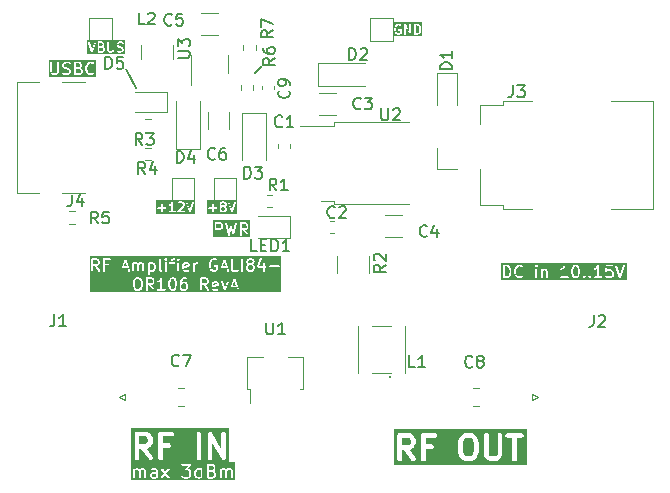
<source format=gbr>
%TF.GenerationSoftware,KiCad,Pcbnew,7.0.6-7.0.6~ubuntu22.04.1*%
%TF.CreationDate,2023-09-10T12:00:18+02:00*%
%TF.ProjectId,RFAmp,5246416d-702e-46b6-9963-61645f706362,rev?*%
%TF.SameCoordinates,Original*%
%TF.FileFunction,Legend,Top*%
%TF.FilePolarity,Positive*%
%FSLAX46Y46*%
G04 Gerber Fmt 4.6, Leading zero omitted, Abs format (unit mm)*
G04 Created by KiCad (PCBNEW 7.0.6-7.0.6~ubuntu22.04.1) date 2023-09-10 12:00:18*
%MOMM*%
%LPD*%
G01*
G04 APERTURE LIST*
%ADD10C,0.150000*%
%ADD11C,0.400000*%
%ADD12C,0.120000*%
%ADD13C,0.100000*%
G04 APERTURE END LIST*
D10*
X119850000Y-105950000D02*
X119250000Y-106600000D01*
X108350000Y-106200000D02*
X109200000Y-107850000D01*
D11*
G36*
X110123257Y-137394047D02*
G01*
X110172595Y-137443385D01*
X110232204Y-137562603D01*
X110232204Y-137753890D01*
X110172595Y-137873107D01*
X110123255Y-137922448D01*
X110004039Y-137982057D01*
X109489347Y-137982057D01*
X109489347Y-137334438D01*
X110004039Y-137334438D01*
X110123257Y-137394047D01*
G37*
G36*
X117108395Y-139619761D02*
G01*
X108803633Y-139619761D01*
X108803633Y-139134438D01*
X109089347Y-139134438D01*
X109109153Y-139221215D01*
X109164649Y-139290804D01*
X109244843Y-139329424D01*
X109333851Y-139329424D01*
X109414045Y-139290804D01*
X109469541Y-139221215D01*
X109489347Y-139134438D01*
X109489347Y-138382057D01*
X109661406Y-138382057D01*
X110268357Y-139249130D01*
X110334347Y-139308863D01*
X110419717Y-139334047D01*
X110507562Y-139319698D01*
X110580480Y-139268655D01*
X110624030Y-139191028D01*
X110627571Y-139134438D01*
X111089347Y-139134438D01*
X111109153Y-139221215D01*
X111164649Y-139290804D01*
X111244843Y-139329424D01*
X111333851Y-139329424D01*
X111414045Y-139290804D01*
X111469541Y-139221215D01*
X111489347Y-139134438D01*
X114327443Y-139134438D01*
X114347249Y-139221215D01*
X114402745Y-139290804D01*
X114482939Y-139329424D01*
X114571947Y-139329424D01*
X114652141Y-139290804D01*
X114707637Y-139221215D01*
X114727443Y-139134438D01*
X115279824Y-139134438D01*
X115299630Y-139221215D01*
X115355126Y-139290804D01*
X115435320Y-139329424D01*
X115524328Y-139329424D01*
X115604522Y-139290804D01*
X115660018Y-139221215D01*
X115679824Y-139134438D01*
X115679824Y-137887551D01*
X116449032Y-139233666D01*
X116474516Y-139261378D01*
X116497983Y-139290804D01*
X116504433Y-139293910D01*
X116509282Y-139299183D01*
X116544263Y-139313091D01*
X116578177Y-139329424D01*
X116585340Y-139329424D01*
X116591992Y-139332069D01*
X116629531Y-139329424D01*
X116667185Y-139329424D01*
X116673638Y-139326316D01*
X116680781Y-139325813D01*
X116713465Y-139307136D01*
X116747379Y-139290804D01*
X116751843Y-139285205D01*
X116758061Y-139281653D01*
X116779400Y-139250650D01*
X116802875Y-139221215D01*
X116804469Y-139214230D01*
X116808528Y-139208334D01*
X116814304Y-139171140D01*
X116822681Y-139134438D01*
X116822681Y-137134438D01*
X116802875Y-137047661D01*
X116747379Y-136978072D01*
X116667185Y-136939452D01*
X116578177Y-136939452D01*
X116497983Y-136978072D01*
X116442487Y-137047661D01*
X116422681Y-137134438D01*
X116422681Y-138381324D01*
X115653473Y-137035210D01*
X115627988Y-137007497D01*
X115604522Y-136978072D01*
X115598071Y-136974965D01*
X115593223Y-136969693D01*
X115558241Y-136955784D01*
X115524328Y-136939452D01*
X115517165Y-136939452D01*
X115510513Y-136936807D01*
X115472974Y-136939452D01*
X115435320Y-136939452D01*
X115428866Y-136942559D01*
X115421724Y-136943063D01*
X115389039Y-136961739D01*
X115355126Y-136978072D01*
X115350661Y-136983670D01*
X115344444Y-136987223D01*
X115323104Y-137018225D01*
X115299630Y-137047661D01*
X115298035Y-137054645D01*
X115293977Y-137060542D01*
X115288200Y-137097735D01*
X115279824Y-137134438D01*
X115279824Y-139134438D01*
X114727443Y-139134438D01*
X114727443Y-137134438D01*
X114707637Y-137047661D01*
X114652141Y-136978072D01*
X114571947Y-136939452D01*
X114482939Y-136939452D01*
X114402745Y-136978072D01*
X114347249Y-137047661D01*
X114327443Y-137134438D01*
X114327443Y-139134438D01*
X111489347Y-139134438D01*
X111489347Y-138286819D01*
X111956014Y-138286819D01*
X112042791Y-138267013D01*
X112112380Y-138211517D01*
X112151000Y-138131323D01*
X112151000Y-138042315D01*
X112112380Y-137962121D01*
X112042791Y-137906625D01*
X111956014Y-137886819D01*
X111489347Y-137886819D01*
X111489347Y-137334438D01*
X112241728Y-137334438D01*
X112328505Y-137314632D01*
X112398094Y-137259136D01*
X112436714Y-137178942D01*
X112436714Y-137089934D01*
X112398094Y-137009740D01*
X112328505Y-136954244D01*
X112241728Y-136934438D01*
X111289347Y-136934438D01*
X111267379Y-136939452D01*
X111244843Y-136939452D01*
X111224539Y-136949229D01*
X111202570Y-136954244D01*
X111184950Y-136968295D01*
X111164649Y-136978072D01*
X111150598Y-136995689D01*
X111132981Y-137009740D01*
X111123204Y-137030041D01*
X111109153Y-137047661D01*
X111104138Y-137069630D01*
X111094361Y-137089934D01*
X111094361Y-137112469D01*
X111089347Y-137134438D01*
X111089347Y-139134438D01*
X110627571Y-139134438D01*
X110629588Y-139102194D01*
X110596050Y-139019745D01*
X110136110Y-138362688D01*
X110138029Y-138362251D01*
X110139218Y-138361302D01*
X110140695Y-138360942D01*
X110331171Y-138265704D01*
X110355965Y-138245321D01*
X110383150Y-138228240D01*
X110478388Y-138133000D01*
X110495466Y-138105820D01*
X110515851Y-138081023D01*
X110611090Y-137890546D01*
X110611450Y-137889069D01*
X110612398Y-137887881D01*
X110621979Y-137845902D01*
X110632182Y-137804073D01*
X110631865Y-137802586D01*
X110632204Y-137801104D01*
X110632204Y-137515390D01*
X110631865Y-137513907D01*
X110632182Y-137512421D01*
X110621979Y-137470591D01*
X110612398Y-137428613D01*
X110611450Y-137427424D01*
X110611090Y-137425948D01*
X110515851Y-137235471D01*
X110495464Y-137210671D01*
X110478387Y-137183493D01*
X110383149Y-137088255D01*
X110355968Y-137071176D01*
X110331171Y-137050791D01*
X110140695Y-136955553D01*
X110139218Y-136955192D01*
X110138029Y-136954244D01*
X110096027Y-136944657D01*
X110054221Y-136934460D01*
X110052734Y-136934776D01*
X110051252Y-136934438D01*
X109289347Y-136934438D01*
X109267379Y-136939452D01*
X109244843Y-136939452D01*
X109224539Y-136949229D01*
X109202570Y-136954244D01*
X109184950Y-136968295D01*
X109164649Y-136978072D01*
X109150598Y-136995689D01*
X109132981Y-137009740D01*
X109123204Y-137030041D01*
X109109153Y-137047661D01*
X109104138Y-137069630D01*
X109094361Y-137089934D01*
X109094361Y-137112469D01*
X109089347Y-137134438D01*
X109089347Y-139134438D01*
X108803633Y-139134438D01*
X108803633Y-136648724D01*
X117108395Y-136648724D01*
X117108395Y-139619761D01*
G37*
D10*
G36*
X140677217Y-122982990D02*
G01*
X140751329Y-123057103D01*
X140789823Y-123134090D01*
X140833207Y-123307624D01*
X140833207Y-123432012D01*
X140789823Y-123605547D01*
X140751329Y-123682534D01*
X140677217Y-123756647D01*
X140562704Y-123794819D01*
X140411779Y-123794819D01*
X140411779Y-122944819D01*
X140562704Y-122944819D01*
X140677217Y-122982990D01*
G37*
G36*
X146530447Y-122979077D02*
G01*
X146560854Y-123009484D01*
X146599347Y-123086470D01*
X146642731Y-123260005D01*
X146642731Y-123479632D01*
X146599347Y-123653165D01*
X146560853Y-123730153D01*
X146530446Y-123760561D01*
X146461931Y-123794819D01*
X146402103Y-123794819D01*
X146333587Y-123760561D01*
X146303180Y-123730153D01*
X146264686Y-123653165D01*
X146221303Y-123479632D01*
X146221303Y-123260005D01*
X146264686Y-123086471D01*
X146303179Y-123009484D01*
X146333587Y-122979076D01*
X146402103Y-122944819D01*
X146461931Y-122944819D01*
X146530447Y-122979077D01*
G37*
G36*
X150741262Y-124087676D02*
G01*
X140118922Y-124087676D01*
X140118922Y-123869819D01*
X140261779Y-123869819D01*
X140268442Y-123888127D01*
X140271827Y-123907319D01*
X140277011Y-123911669D01*
X140279326Y-123918028D01*
X140296199Y-123927770D01*
X140311127Y-123940296D01*
X140320869Y-123942013D01*
X140323755Y-123943680D01*
X140327037Y-123943101D01*
X140336779Y-123944819D01*
X140574874Y-123944819D01*
X140576412Y-123944258D01*
X140598591Y-123940970D01*
X140741448Y-123893351D01*
X140744960Y-123890563D01*
X140749427Y-123890173D01*
X140770764Y-123875233D01*
X140866003Y-123779993D01*
X140866694Y-123778510D01*
X140880051Y-123760502D01*
X140927670Y-123665264D01*
X140928076Y-123661735D01*
X140933349Y-123649913D01*
X140980968Y-123459437D01*
X140980607Y-123455988D01*
X140983207Y-123441247D01*
X141214160Y-123441247D01*
X141215345Y-123444504D01*
X141216399Y-123459437D01*
X141264018Y-123649913D01*
X141266006Y-123652857D01*
X141269697Y-123665264D01*
X141317316Y-123760502D01*
X141318502Y-123761625D01*
X141331365Y-123779994D01*
X141426603Y-123875233D01*
X141430667Y-123877128D01*
X141433014Y-123880948D01*
X141455919Y-123893351D01*
X141598775Y-123940970D01*
X141600410Y-123940925D01*
X141622493Y-123944819D01*
X141717731Y-123944819D01*
X141719269Y-123944258D01*
X141741448Y-123940970D01*
X141884305Y-123893351D01*
X141887816Y-123890563D01*
X141892285Y-123890173D01*
X141913622Y-123875232D01*
X141919035Y-123869819D01*
X143023684Y-123869819D01*
X143041231Y-123918028D01*
X143085660Y-123943680D01*
X143136184Y-123934771D01*
X143169161Y-123895471D01*
X143173684Y-123869819D01*
X143499874Y-123869819D01*
X143517421Y-123918028D01*
X143561850Y-123943680D01*
X143612374Y-123934771D01*
X143645351Y-123895471D01*
X143649874Y-123869819D01*
X143649874Y-123329455D01*
X143666919Y-123312410D01*
X143735436Y-123278152D01*
X143842883Y-123278152D01*
X143899924Y-123306672D01*
X143928445Y-123363714D01*
X143928445Y-123869819D01*
X143945992Y-123918028D01*
X143990421Y-123943680D01*
X144040945Y-123934771D01*
X144073922Y-123895471D01*
X144078445Y-123869819D01*
X144078445Y-123856795D01*
X145120061Y-123856795D01*
X145128970Y-123907319D01*
X145168270Y-123940296D01*
X145193922Y-123944819D01*
X145765350Y-123944819D01*
X145813559Y-123927272D01*
X145839211Y-123882843D01*
X145830302Y-123832319D01*
X145791002Y-123799342D01*
X145765350Y-123794819D01*
X145554636Y-123794819D01*
X145554636Y-123488866D01*
X146071303Y-123488866D01*
X146072488Y-123492123D01*
X146073542Y-123507056D01*
X146121161Y-123697532D01*
X146123149Y-123700476D01*
X146126840Y-123712883D01*
X146174459Y-123808121D01*
X146175647Y-123809246D01*
X146188507Y-123827612D01*
X146236126Y-123875232D01*
X146237607Y-123875922D01*
X146255619Y-123889282D01*
X146350857Y-123936901D01*
X146355310Y-123937413D01*
X146358746Y-123940296D01*
X146384398Y-123944819D01*
X146479636Y-123944819D01*
X146483849Y-123943285D01*
X146488210Y-123944327D01*
X146513177Y-123936901D01*
X146608415Y-123889282D01*
X146609539Y-123888094D01*
X146627908Y-123875232D01*
X146675526Y-123827613D01*
X146676216Y-123826131D01*
X146683980Y-123815664D01*
X147023970Y-123815664D01*
X147029012Y-123834484D01*
X147030711Y-123853896D01*
X147036384Y-123861998D01*
X147037247Y-123865219D01*
X147039978Y-123867131D01*
X147045651Y-123875233D01*
X147093270Y-123922852D01*
X147110928Y-123931085D01*
X147126892Y-123942264D01*
X147130308Y-123941965D01*
X147133279Y-123943680D01*
X147136658Y-123943084D01*
X147139766Y-123944533D01*
X147158585Y-123939490D01*
X147177999Y-123937792D01*
X147181812Y-123935122D01*
X147183803Y-123934771D01*
X147185924Y-123932242D01*
X147186101Y-123932118D01*
X147189321Y-123931256D01*
X147191232Y-123928526D01*
X147199336Y-123922852D01*
X147246955Y-123875233D01*
X147255189Y-123857574D01*
X147266366Y-123841612D01*
X147265776Y-123834869D01*
X147268636Y-123828737D01*
X147265133Y-123815664D01*
X147500160Y-123815664D01*
X147505202Y-123834484D01*
X147506901Y-123853896D01*
X147512574Y-123861998D01*
X147513437Y-123865219D01*
X147516168Y-123867131D01*
X147521841Y-123875233D01*
X147569460Y-123922852D01*
X147587118Y-123931085D01*
X147603082Y-123942264D01*
X147606498Y-123941965D01*
X147609469Y-123943680D01*
X147612848Y-123943084D01*
X147615956Y-123944533D01*
X147634775Y-123939490D01*
X147654189Y-123937792D01*
X147658002Y-123935122D01*
X147659993Y-123934771D01*
X147662114Y-123932242D01*
X147662291Y-123932118D01*
X147665511Y-123931256D01*
X147667422Y-123928526D01*
X147675526Y-123922852D01*
X147723145Y-123875233D01*
X147731379Y-123857574D01*
X147731924Y-123856795D01*
X147977203Y-123856795D01*
X147986112Y-123907319D01*
X148025412Y-123940296D01*
X148051064Y-123944819D01*
X148622492Y-123944819D01*
X148670701Y-123927272D01*
X148696353Y-123882843D01*
X148687444Y-123832319D01*
X148648144Y-123799342D01*
X148622492Y-123794819D01*
X148411778Y-123794819D01*
X148411778Y-123339473D01*
X148928731Y-123339473D01*
X148935257Y-123363832D01*
X148941480Y-123388262D01*
X148941880Y-123388549D01*
X148942008Y-123389027D01*
X148962642Y-123403475D01*
X148983136Y-123418208D01*
X148983629Y-123418170D01*
X148984034Y-123418454D01*
X149009137Y-123416257D01*
X149034296Y-123414370D01*
X149034649Y-123414024D01*
X149035141Y-123413982D01*
X149056478Y-123399042D01*
X149095491Y-123360029D01*
X149164007Y-123325771D01*
X149366692Y-123325771D01*
X149435208Y-123360029D01*
X149465615Y-123390436D01*
X149499873Y-123458952D01*
X149499873Y-123661637D01*
X149465614Y-123730153D01*
X149435207Y-123760561D01*
X149366692Y-123794819D01*
X149164007Y-123794819D01*
X149095491Y-123760561D01*
X149056479Y-123721548D01*
X149009982Y-123699866D01*
X148960427Y-123713143D01*
X148931001Y-123755168D01*
X148935471Y-123806275D01*
X148950411Y-123827612D01*
X148998030Y-123875232D01*
X148999511Y-123875922D01*
X149017523Y-123889282D01*
X149112761Y-123936901D01*
X149117214Y-123937413D01*
X149120650Y-123940296D01*
X149146302Y-123944819D01*
X149384397Y-123944819D01*
X149388610Y-123943285D01*
X149392971Y-123944327D01*
X149417938Y-123936901D01*
X149513176Y-123889282D01*
X149514300Y-123888094D01*
X149532669Y-123875232D01*
X149580287Y-123827613D01*
X149580977Y-123826131D01*
X149594336Y-123808121D01*
X149641955Y-123712883D01*
X149642467Y-123708429D01*
X149645350Y-123704994D01*
X149649873Y-123679342D01*
X149649873Y-123441247D01*
X149648339Y-123437033D01*
X149649381Y-123432672D01*
X149641955Y-123407706D01*
X149594336Y-123312468D01*
X149593146Y-123311342D01*
X149580287Y-123292976D01*
X149532668Y-123245357D01*
X149531186Y-123244666D01*
X149513176Y-123231308D01*
X149417938Y-123183689D01*
X149413484Y-123183176D01*
X149410049Y-123180294D01*
X149384397Y-123175771D01*
X149146302Y-123175771D01*
X149142088Y-123177304D01*
X149137727Y-123176263D01*
X149112761Y-123183689D01*
X149094119Y-123193009D01*
X149118938Y-122944819D01*
X149527254Y-122944819D01*
X149575463Y-122927272D01*
X149601115Y-122882843D01*
X149598457Y-122867770D01*
X149785616Y-122867770D01*
X149789437Y-122893536D01*
X150122770Y-123893536D01*
X150124112Y-123895227D01*
X150124171Y-123897386D01*
X150139920Y-123915147D01*
X150154661Y-123933722D01*
X150156774Y-123934154D01*
X150158208Y-123935771D01*
X150181678Y-123939251D01*
X150204922Y-123944008D01*
X150206821Y-123942979D01*
X150208957Y-123943296D01*
X150229170Y-123930877D01*
X150250036Y-123919579D01*
X150250829Y-123917571D01*
X150252669Y-123916441D01*
X150265072Y-123893536D01*
X150598405Y-122893536D01*
X150597004Y-122842253D01*
X150562966Y-122803867D01*
X150512218Y-122796342D01*
X150468505Y-122823197D01*
X150456103Y-122846102D01*
X150193921Y-123632648D01*
X149931739Y-122846102D01*
X149899848Y-122805916D01*
X149849587Y-122795630D01*
X149804473Y-122820059D01*
X149785616Y-122867770D01*
X149598457Y-122867770D01*
X149592206Y-122832319D01*
X149552906Y-122799342D01*
X149527254Y-122794819D01*
X149051064Y-122794819D01*
X149036096Y-122800266D01*
X149020213Y-122801458D01*
X149012706Y-122808780D01*
X149002855Y-122812366D01*
X148994891Y-122826159D01*
X148983489Y-122837282D01*
X148978757Y-122854102D01*
X148977203Y-122856795D01*
X148977510Y-122858537D01*
X148976436Y-122862356D01*
X148928817Y-123338546D01*
X148928939Y-123339026D01*
X148928731Y-123339473D01*
X148411778Y-123339473D01*
X148411778Y-122869819D01*
X148410302Y-122865765D01*
X148411323Y-122861576D01*
X148401675Y-122842063D01*
X148394231Y-122821610D01*
X148390496Y-122819454D01*
X148388585Y-122815587D01*
X148368650Y-122806840D01*
X148349802Y-122795958D01*
X148345554Y-122796706D01*
X148341605Y-122794974D01*
X148320710Y-122801087D01*
X148299278Y-122804867D01*
X148296506Y-122808169D01*
X148292367Y-122809381D01*
X148274374Y-122828216D01*
X148183254Y-122964895D01*
X148101874Y-123046275D01*
X148017523Y-123088451D01*
X147982251Y-123125705D01*
X147979176Y-123176916D01*
X148009740Y-123218121D01*
X148059638Y-123230041D01*
X148084605Y-123222615D01*
X148179843Y-123174996D01*
X148180968Y-123173806D01*
X148199335Y-123160947D01*
X148261778Y-123098504D01*
X148261778Y-123794819D01*
X148051064Y-123794819D01*
X148002855Y-123812366D01*
X147977203Y-123856795D01*
X147731924Y-123856795D01*
X147742556Y-123841612D01*
X147741966Y-123834869D01*
X147744826Y-123828737D01*
X147739783Y-123809918D01*
X147738086Y-123790505D01*
X147732411Y-123782400D01*
X147731549Y-123779182D01*
X147728819Y-123777270D01*
X147723145Y-123769167D01*
X147675527Y-123721548D01*
X147657869Y-123713314D01*
X147641904Y-123702135D01*
X147638487Y-123702433D01*
X147635517Y-123700719D01*
X147632137Y-123701314D01*
X147629030Y-123699866D01*
X147610210Y-123704908D01*
X147590796Y-123706607D01*
X147586982Y-123709277D01*
X147584993Y-123709628D01*
X147582871Y-123712155D01*
X147582693Y-123712280D01*
X147579475Y-123713143D01*
X147577563Y-123715872D01*
X147569459Y-123721548D01*
X147521840Y-123769168D01*
X147513606Y-123786825D01*
X147502429Y-123802789D01*
X147503019Y-123809532D01*
X147500160Y-123815664D01*
X147265133Y-123815664D01*
X147263593Y-123809918D01*
X147261896Y-123790505D01*
X147256221Y-123782400D01*
X147255359Y-123779182D01*
X147252629Y-123777270D01*
X147246955Y-123769167D01*
X147199337Y-123721548D01*
X147181679Y-123713314D01*
X147165714Y-123702135D01*
X147162297Y-123702433D01*
X147159327Y-123700719D01*
X147155947Y-123701314D01*
X147152840Y-123699866D01*
X147134020Y-123704908D01*
X147114606Y-123706607D01*
X147110792Y-123709277D01*
X147108803Y-123709628D01*
X147106681Y-123712155D01*
X147106503Y-123712280D01*
X147103285Y-123713143D01*
X147101373Y-123715872D01*
X147093269Y-123721548D01*
X147045650Y-123769168D01*
X147037416Y-123786825D01*
X147026239Y-123802789D01*
X147026829Y-123809532D01*
X147023970Y-123815664D01*
X146683980Y-123815664D01*
X146689575Y-123808121D01*
X146737194Y-123712883D01*
X146737600Y-123709354D01*
X146742873Y-123697532D01*
X146790492Y-123507056D01*
X146790131Y-123503607D01*
X146792731Y-123488866D01*
X146792731Y-123250771D01*
X146791545Y-123247513D01*
X146790492Y-123232581D01*
X146742873Y-123042105D01*
X146740884Y-123039160D01*
X146737194Y-123026754D01*
X146689575Y-122931516D01*
X146688385Y-122930390D01*
X146675526Y-122912024D01*
X146627907Y-122864405D01*
X146626425Y-122863714D01*
X146608415Y-122850356D01*
X146513177Y-122802737D01*
X146508723Y-122802224D01*
X146505288Y-122799342D01*
X146479636Y-122794819D01*
X146384398Y-122794819D01*
X146380184Y-122796352D01*
X146375823Y-122795311D01*
X146350857Y-122802737D01*
X146255619Y-122850356D01*
X146254493Y-122851545D01*
X146236127Y-122864405D01*
X146188508Y-122912024D01*
X146187817Y-122913505D01*
X146174459Y-122931516D01*
X146126840Y-123026754D01*
X146126433Y-123030282D01*
X146121161Y-123042105D01*
X146073542Y-123232581D01*
X146073902Y-123236029D01*
X146071303Y-123250771D01*
X146071303Y-123488866D01*
X145554636Y-123488866D01*
X145554636Y-122869819D01*
X145553160Y-122865765D01*
X145554181Y-122861576D01*
X145544533Y-122842063D01*
X145537089Y-122821610D01*
X145533354Y-122819454D01*
X145531443Y-122815587D01*
X145511508Y-122806840D01*
X145492660Y-122795958D01*
X145488412Y-122796706D01*
X145484463Y-122794974D01*
X145463568Y-122801087D01*
X145442136Y-122804867D01*
X145439364Y-122808169D01*
X145435225Y-122809381D01*
X145417232Y-122828216D01*
X145326112Y-122964895D01*
X145244733Y-123046274D01*
X145160381Y-123088451D01*
X145125109Y-123125705D01*
X145122034Y-123176916D01*
X145152598Y-123218121D01*
X145202496Y-123230041D01*
X145227463Y-123222615D01*
X145322701Y-123174996D01*
X145323826Y-123173806D01*
X145342193Y-123160947D01*
X145404636Y-123098503D01*
X145404636Y-123794819D01*
X145193922Y-123794819D01*
X145145713Y-123812366D01*
X145120061Y-123856795D01*
X144078445Y-123856795D01*
X144078445Y-123346009D01*
X144076911Y-123341795D01*
X144077953Y-123337434D01*
X144070527Y-123312468D01*
X144022908Y-123217230D01*
X144014754Y-123209510D01*
X144010288Y-123199206D01*
X143989367Y-123183689D01*
X143894129Y-123136070D01*
X143889675Y-123135557D01*
X143886240Y-123132675D01*
X143860588Y-123128152D01*
X143717731Y-123128152D01*
X143713517Y-123129685D01*
X143709156Y-123128644D01*
X143684190Y-123136070D01*
X143634500Y-123160914D01*
X143632327Y-123154943D01*
X143587898Y-123129291D01*
X143537374Y-123138200D01*
X143504397Y-123177500D01*
X143499874Y-123203152D01*
X143499874Y-123869819D01*
X143173684Y-123869819D01*
X143173684Y-123203152D01*
X143156137Y-123154943D01*
X143111708Y-123129291D01*
X143061184Y-123138200D01*
X143028207Y-123177500D01*
X143023684Y-123203152D01*
X143023684Y-123869819D01*
X141919035Y-123869819D01*
X141961240Y-123827613D01*
X141982921Y-123781116D01*
X141969643Y-123731561D01*
X141927618Y-123702135D01*
X141876510Y-123706607D01*
X141855173Y-123721548D01*
X141820074Y-123756647D01*
X141705561Y-123794819D01*
X141634663Y-123794819D01*
X141520150Y-123756648D01*
X141446037Y-123682534D01*
X141407543Y-123605547D01*
X141364160Y-123432013D01*
X141364160Y-123307623D01*
X141407543Y-123134090D01*
X141446037Y-123057102D01*
X141520150Y-122982990D01*
X141634663Y-122944819D01*
X141705561Y-122944819D01*
X141820074Y-122982990D01*
X141855174Y-123018090D01*
X141901670Y-123039771D01*
X141951225Y-123026494D01*
X141980651Y-122984468D01*
X141976180Y-122933361D01*
X141961240Y-122912024D01*
X141960118Y-122910902D01*
X142976351Y-122910902D01*
X142981393Y-122929721D01*
X142983092Y-122949134D01*
X142988765Y-122957236D01*
X142989628Y-122960456D01*
X142992358Y-122962367D01*
X142998032Y-122970471D01*
X143045651Y-123018090D01*
X143063309Y-123026323D01*
X143079273Y-123037502D01*
X143082689Y-123037203D01*
X143085660Y-123038918D01*
X143089039Y-123038322D01*
X143092147Y-123039771D01*
X143110966Y-123034728D01*
X143130380Y-123033030D01*
X143134193Y-123030360D01*
X143136184Y-123030009D01*
X143138305Y-123027480D01*
X143138482Y-123027356D01*
X143141702Y-123026494D01*
X143143613Y-123023764D01*
X143151717Y-123018090D01*
X143199336Y-122970471D01*
X143207571Y-122952810D01*
X143218747Y-122936849D01*
X143218157Y-122930107D01*
X143221017Y-122923975D01*
X143215974Y-122905153D01*
X143214276Y-122885742D01*
X143208602Y-122877639D01*
X143207740Y-122874420D01*
X143205010Y-122872508D01*
X143199336Y-122864405D01*
X143151717Y-122816786D01*
X143134056Y-122808551D01*
X143118095Y-122797375D01*
X143114679Y-122797673D01*
X143111708Y-122795958D01*
X143108327Y-122796554D01*
X143105220Y-122795105D01*
X143086398Y-122800147D01*
X143066988Y-122801846D01*
X143063174Y-122804515D01*
X143061184Y-122804867D01*
X143059062Y-122807395D01*
X143058885Y-122807519D01*
X143055666Y-122808382D01*
X143053754Y-122811112D01*
X143045651Y-122816786D01*
X142998032Y-122864405D01*
X142989798Y-122882062D01*
X142978620Y-122898027D01*
X142979210Y-122904770D01*
X142976351Y-122910902D01*
X141960118Y-122910902D01*
X141913621Y-122864405D01*
X141909557Y-122862510D01*
X141907210Y-122858689D01*
X141884305Y-122846287D01*
X141741448Y-122798668D01*
X141739813Y-122798712D01*
X141717731Y-122794819D01*
X141622493Y-122794819D01*
X141620955Y-122795378D01*
X141598775Y-122798668D01*
X141455919Y-122846287D01*
X141452408Y-122849073D01*
X141447940Y-122849464D01*
X141426603Y-122864405D01*
X141331365Y-122959643D01*
X141330674Y-122961124D01*
X141317316Y-122979135D01*
X141269697Y-123074373D01*
X141269290Y-123077901D01*
X141264018Y-123089724D01*
X141216399Y-123280200D01*
X141216759Y-123283648D01*
X141214160Y-123298390D01*
X141214160Y-123441247D01*
X140983207Y-123441247D01*
X140983207Y-123298390D01*
X140982021Y-123295132D01*
X140980968Y-123280200D01*
X140933349Y-123089724D01*
X140931360Y-123086779D01*
X140927670Y-123074373D01*
X140880051Y-122979135D01*
X140878864Y-122978011D01*
X140866002Y-122959643D01*
X140770764Y-122864405D01*
X140766700Y-122862510D01*
X140764353Y-122858689D01*
X140741448Y-122846287D01*
X140598591Y-122798668D01*
X140596956Y-122798712D01*
X140574874Y-122794819D01*
X140336779Y-122794819D01*
X140318470Y-122801482D01*
X140299279Y-122804867D01*
X140294928Y-122810051D01*
X140288570Y-122812366D01*
X140278827Y-122829239D01*
X140266302Y-122844167D01*
X140264584Y-122853909D01*
X140262918Y-122856795D01*
X140263496Y-122860077D01*
X140261779Y-122869819D01*
X140261779Y-123869819D01*
X140118922Y-123869819D01*
X140118922Y-122651962D01*
X150741262Y-122651962D01*
X150741262Y-124087676D01*
G37*
G36*
X109498428Y-124029076D02*
G01*
X109570371Y-124101019D01*
X109610713Y-124262385D01*
X109610713Y-124577251D01*
X109570371Y-124738617D01*
X109498428Y-124810561D01*
X109429913Y-124844819D01*
X109274847Y-124844819D01*
X109206331Y-124810561D01*
X109134388Y-124738617D01*
X109094047Y-124577251D01*
X109094047Y-124262385D01*
X109134388Y-124101019D01*
X109206330Y-124029077D01*
X109274847Y-123994819D01*
X109429913Y-123994819D01*
X109498428Y-124029076D01*
G37*
G36*
X112403191Y-124029077D02*
G01*
X112433598Y-124059484D01*
X112472091Y-124136471D01*
X112515475Y-124310005D01*
X112515475Y-124529631D01*
X112472091Y-124703165D01*
X112433597Y-124780153D01*
X112403190Y-124810561D01*
X112334675Y-124844819D01*
X112274847Y-124844819D01*
X112206331Y-124810561D01*
X112175924Y-124780153D01*
X112137430Y-124703166D01*
X112094047Y-124529632D01*
X112094047Y-124310005D01*
X112137430Y-124136471D01*
X112175924Y-124059483D01*
X112206330Y-124029077D01*
X112274847Y-123994819D01*
X112334675Y-123994819D01*
X112403191Y-124029077D01*
G37*
G36*
X113403191Y-124410029D02*
G01*
X113433598Y-124440435D01*
X113467856Y-124508952D01*
X113467856Y-124711636D01*
X113433597Y-124780153D01*
X113403190Y-124810561D01*
X113334675Y-124844819D01*
X113179609Y-124844819D01*
X113111093Y-124810561D01*
X113080686Y-124780153D01*
X113046428Y-124711637D01*
X113046428Y-124508952D01*
X113080686Y-124440435D01*
X113111093Y-124410028D01*
X113179609Y-124375771D01*
X113334675Y-124375771D01*
X113403191Y-124410029D01*
G37*
G36*
X116058383Y-124356672D02*
G01*
X116086904Y-124413714D01*
X116086904Y-124429762D01*
X115760714Y-124494999D01*
X115760714Y-124413714D01*
X115789234Y-124356672D01*
X115846276Y-124328152D01*
X116001342Y-124328152D01*
X116058383Y-124356672D01*
G37*
G36*
X117676895Y-124559104D02*
G01*
X117408819Y-124559104D01*
X117542857Y-124156989D01*
X117676895Y-124559104D01*
G37*
G36*
X110546048Y-124029077D02*
G01*
X110576455Y-124059484D01*
X110610713Y-124127999D01*
X110610713Y-124235446D01*
X110576454Y-124303963D01*
X110546048Y-124334370D01*
X110477532Y-124368628D01*
X110189285Y-124368628D01*
X110189285Y-123994819D01*
X110477532Y-123994819D01*
X110546048Y-124029077D01*
G37*
G36*
X115165096Y-124029076D02*
G01*
X115195503Y-124059484D01*
X115229761Y-124128000D01*
X115229761Y-124235447D01*
X115195503Y-124303962D01*
X115165095Y-124334370D01*
X115096580Y-124368628D01*
X114808333Y-124368628D01*
X114808333Y-123994819D01*
X115096580Y-123994819D01*
X115165096Y-124029076D01*
G37*
G36*
X110641286Y-122752410D02*
G01*
X110671694Y-122782817D01*
X110705952Y-122851333D01*
X110705952Y-123101636D01*
X110671693Y-123170153D01*
X110641286Y-123200561D01*
X110572771Y-123234819D01*
X110417705Y-123234819D01*
X110379761Y-123215847D01*
X110379761Y-122737123D01*
X110417705Y-122718152D01*
X110572771Y-122718152D01*
X110641286Y-122752410D01*
G37*
G36*
X113582193Y-122746672D02*
G01*
X113610714Y-122803713D01*
X113610714Y-122819762D01*
X113284524Y-122884999D01*
X113284524Y-122803713D01*
X113313044Y-122746672D01*
X113370086Y-122718152D01*
X113525152Y-122718152D01*
X113582193Y-122746672D01*
G37*
G36*
X119022240Y-122847648D02*
G01*
X119052647Y-122878055D01*
X119086905Y-122946571D01*
X119086905Y-123101637D01*
X119052646Y-123170153D01*
X119022239Y-123200561D01*
X118953724Y-123234819D01*
X118798658Y-123234819D01*
X118730142Y-123200561D01*
X118699735Y-123170153D01*
X118665477Y-123101637D01*
X118665477Y-122946570D01*
X118699734Y-122878055D01*
X118730142Y-122847648D01*
X118798658Y-122813390D01*
X118953724Y-122813390D01*
X119022240Y-122847648D01*
G37*
G36*
X119022240Y-122419077D02*
G01*
X119052647Y-122449484D01*
X119086905Y-122518000D01*
X119086905Y-122530208D01*
X119052646Y-122598725D01*
X119022239Y-122629132D01*
X118953724Y-122663390D01*
X118798658Y-122663390D01*
X118730142Y-122629132D01*
X118699735Y-122598725D01*
X118665477Y-122530208D01*
X118665477Y-122518000D01*
X118699735Y-122449483D01*
X118730142Y-122419077D01*
X118798658Y-122384819D01*
X118953724Y-122384819D01*
X119022240Y-122419077D01*
G37*
G36*
X108438800Y-122949104D02*
G01*
X108170724Y-122949104D01*
X108304762Y-122546989D01*
X108438800Y-122949104D01*
G37*
G36*
X116819753Y-122949104D02*
G01*
X116551677Y-122949104D01*
X116685715Y-122546989D01*
X116819753Y-122949104D01*
G37*
G36*
X105927001Y-122419077D02*
G01*
X105957408Y-122449484D01*
X105991666Y-122518000D01*
X105991666Y-122625447D01*
X105957408Y-122693962D01*
X105927000Y-122724370D01*
X105858485Y-122758628D01*
X105570238Y-122758628D01*
X105570238Y-122384819D01*
X105858485Y-122384819D01*
X105927001Y-122419077D01*
G37*
G36*
X121521481Y-125137676D02*
G01*
X105277381Y-125137676D01*
X105277381Y-124586485D01*
X108944047Y-124586485D01*
X108945232Y-124589742D01*
X108946286Y-124604675D01*
X108993905Y-124795151D01*
X108998047Y-124801283D01*
X108998692Y-124808657D01*
X109013633Y-124829994D01*
X109108871Y-124925233D01*
X109110353Y-124925924D01*
X109128363Y-124939282D01*
X109223601Y-124986901D01*
X109228054Y-124987413D01*
X109231490Y-124990296D01*
X109257142Y-124994819D01*
X109447618Y-124994819D01*
X109451831Y-124993285D01*
X109456192Y-124994327D01*
X109481159Y-124986901D01*
X109576397Y-124939282D01*
X109577522Y-124938092D01*
X109595889Y-124925233D01*
X109601303Y-124919819D01*
X110039285Y-124919819D01*
X110056832Y-124968028D01*
X110101261Y-124993680D01*
X110151785Y-124984771D01*
X110184762Y-124945471D01*
X110189285Y-124919819D01*
X110189285Y-124518628D01*
X110313331Y-124518628D01*
X110624271Y-124962829D01*
X110666292Y-124992261D01*
X110717400Y-124987797D01*
X110753682Y-124951525D01*
X110757602Y-124906795D01*
X110992805Y-124906795D01*
X111001714Y-124957319D01*
X111041014Y-124990296D01*
X111066666Y-124994819D01*
X111638094Y-124994819D01*
X111686303Y-124977272D01*
X111711955Y-124932843D01*
X111703046Y-124882319D01*
X111663746Y-124849342D01*
X111638094Y-124844819D01*
X111427380Y-124844819D01*
X111427380Y-124538866D01*
X111944047Y-124538866D01*
X111945232Y-124542123D01*
X111946286Y-124557056D01*
X111993905Y-124747532D01*
X111995893Y-124750476D01*
X111999584Y-124762883D01*
X112047203Y-124858121D01*
X112048391Y-124859246D01*
X112061251Y-124877612D01*
X112108870Y-124925232D01*
X112110351Y-124925922D01*
X112128363Y-124939282D01*
X112223601Y-124986901D01*
X112228054Y-124987413D01*
X112231490Y-124990296D01*
X112257142Y-124994819D01*
X112352380Y-124994819D01*
X112356593Y-124993285D01*
X112360954Y-124994327D01*
X112385921Y-124986901D01*
X112481159Y-124939282D01*
X112482283Y-124938094D01*
X112500652Y-124925232D01*
X112548270Y-124877613D01*
X112548960Y-124876131D01*
X112562319Y-124858121D01*
X112609938Y-124762883D01*
X112610344Y-124759354D01*
X112615617Y-124747532D01*
X112620165Y-124729342D01*
X112896428Y-124729342D01*
X112897961Y-124733555D01*
X112896920Y-124737916D01*
X112904346Y-124762883D01*
X112951965Y-124858121D01*
X112953153Y-124859246D01*
X112966013Y-124877612D01*
X113013632Y-124925232D01*
X113015113Y-124925922D01*
X113033125Y-124939282D01*
X113128363Y-124986901D01*
X113132816Y-124987413D01*
X113136252Y-124990296D01*
X113161904Y-124994819D01*
X113352380Y-124994819D01*
X113356593Y-124993285D01*
X113360954Y-124994327D01*
X113385921Y-124986901D01*
X113481159Y-124939282D01*
X113482283Y-124938094D01*
X113500652Y-124925232D01*
X113506065Y-124919819D01*
X114658333Y-124919819D01*
X114675880Y-124968028D01*
X114720309Y-124993680D01*
X114770833Y-124984771D01*
X114803810Y-124945471D01*
X114808333Y-124919819D01*
X114808333Y-124518628D01*
X114932379Y-124518628D01*
X115243319Y-124962829D01*
X115285340Y-124992261D01*
X115336448Y-124987797D01*
X115372730Y-124951525D01*
X115377209Y-124900418D01*
X115366204Y-124876810D01*
X115296310Y-124776961D01*
X115610714Y-124776961D01*
X115612247Y-124781173D01*
X115611205Y-124785535D01*
X115618632Y-124810502D01*
X115666251Y-124905741D01*
X115674404Y-124913460D01*
X115678871Y-124923765D01*
X115699792Y-124939282D01*
X115795030Y-124986901D01*
X115799483Y-124987413D01*
X115802919Y-124990296D01*
X115828571Y-124994819D01*
X116019047Y-124994819D01*
X116023260Y-124993285D01*
X116027621Y-124994327D01*
X116052588Y-124986901D01*
X116147826Y-124939282D01*
X116183098Y-124902028D01*
X116186173Y-124850818D01*
X116155609Y-124809612D01*
X116105710Y-124797692D01*
X116080744Y-124805118D01*
X116001342Y-124844819D01*
X115846276Y-124844819D01*
X115789234Y-124816298D01*
X115760714Y-124759256D01*
X115760714Y-124647970D01*
X116176612Y-124564791D01*
X116187199Y-124558351D01*
X116199404Y-124556199D01*
X116208438Y-124545432D01*
X116220444Y-124538130D01*
X116224414Y-124526392D01*
X116232381Y-124516899D01*
X116236904Y-124491247D01*
X116236904Y-124396009D01*
X116235370Y-124391795D01*
X116236412Y-124387434D01*
X116228986Y-124362468D01*
X116181367Y-124267230D01*
X116173213Y-124259510D01*
X116170261Y-124252698D01*
X116420239Y-124252698D01*
X116424607Y-124278377D01*
X116662702Y-124945044D01*
X116663010Y-124945415D01*
X116663013Y-124945896D01*
X116679340Y-124965117D01*
X116695441Y-124984543D01*
X116695913Y-124984629D01*
X116696226Y-124984997D01*
X116721139Y-124989234D01*
X116745910Y-124993757D01*
X116746327Y-124993519D01*
X116746803Y-124993600D01*
X116768621Y-124980826D01*
X116790494Y-124968374D01*
X116790660Y-124967924D01*
X116791076Y-124967681D01*
X116803964Y-124945044D01*
X116821443Y-124896102D01*
X117138373Y-124896102D01*
X117139774Y-124947386D01*
X117173811Y-124985771D01*
X117224560Y-124993296D01*
X117268272Y-124966441D01*
X117280675Y-124943536D01*
X117358819Y-124709104D01*
X117726895Y-124709104D01*
X117805039Y-124943536D01*
X117836930Y-124983722D01*
X117887191Y-124994008D01*
X117932305Y-124969579D01*
X117951162Y-124921867D01*
X117947341Y-124896102D01*
X117614008Y-123896102D01*
X117612665Y-123894410D01*
X117612607Y-123892253D01*
X117596865Y-123874500D01*
X117582117Y-123855916D01*
X117580002Y-123855483D01*
X117578569Y-123853867D01*
X117555100Y-123850387D01*
X117531856Y-123845630D01*
X117529956Y-123846658D01*
X117527821Y-123846342D01*
X117507603Y-123858762D01*
X117486742Y-123870059D01*
X117485948Y-123872066D01*
X117484108Y-123873197D01*
X117471706Y-123896102D01*
X117138373Y-124896102D01*
X116821443Y-124896102D01*
X117042059Y-124278377D01*
X117041748Y-124227075D01*
X117008535Y-124187975D01*
X116957958Y-124179372D01*
X116913684Y-124205291D01*
X116900797Y-124227927D01*
X116733333Y-124696826D01*
X116565869Y-124227927D01*
X116533129Y-124188428D01*
X116482661Y-124179214D01*
X116438077Y-124204597D01*
X116420239Y-124252698D01*
X116170261Y-124252698D01*
X116168747Y-124249206D01*
X116147826Y-124233689D01*
X116052588Y-124186070D01*
X116048134Y-124185557D01*
X116044699Y-124182675D01*
X116019047Y-124178152D01*
X115828571Y-124178152D01*
X115824357Y-124179685D01*
X115819996Y-124178644D01*
X115795030Y-124186070D01*
X115699792Y-124233689D01*
X115692072Y-124241842D01*
X115681768Y-124246309D01*
X115666251Y-124267230D01*
X115618632Y-124362468D01*
X115618119Y-124366921D01*
X115615237Y-124370357D01*
X115610714Y-124396009D01*
X115610714Y-124776961D01*
X115296310Y-124776961D01*
X115115234Y-124518282D01*
X115118498Y-124517094D01*
X115122859Y-124518136D01*
X115147826Y-124510710D01*
X115243064Y-124463091D01*
X115244189Y-124461901D01*
X115262556Y-124449042D01*
X115310175Y-124401423D01*
X115310866Y-124399941D01*
X115324224Y-124381931D01*
X115371843Y-124286693D01*
X115372355Y-124282239D01*
X115375238Y-124278804D01*
X115379761Y-124253152D01*
X115379761Y-124110295D01*
X115378227Y-124106081D01*
X115379269Y-124101720D01*
X115371843Y-124076754D01*
X115324224Y-123981516D01*
X115323034Y-123980390D01*
X115310175Y-123962024D01*
X115262556Y-123914405D01*
X115261074Y-123913714D01*
X115243064Y-123900356D01*
X115147826Y-123852737D01*
X115143372Y-123852224D01*
X115139937Y-123849342D01*
X115114285Y-123844819D01*
X114733333Y-123844819D01*
X114715024Y-123851482D01*
X114695833Y-123854867D01*
X114691482Y-123860051D01*
X114685124Y-123862366D01*
X114675381Y-123879239D01*
X114662856Y-123894167D01*
X114661138Y-123903909D01*
X114659472Y-123906795D01*
X114660050Y-123910077D01*
X114658333Y-123919819D01*
X114658333Y-124919819D01*
X113506065Y-124919819D01*
X113548270Y-124877613D01*
X113548960Y-124876131D01*
X113562319Y-124858121D01*
X113609938Y-124762883D01*
X113610450Y-124758429D01*
X113613333Y-124754994D01*
X113617856Y-124729342D01*
X113617856Y-124491247D01*
X113616322Y-124487033D01*
X113617364Y-124482672D01*
X113609938Y-124457706D01*
X113562319Y-124362468D01*
X113561129Y-124361342D01*
X113548270Y-124342976D01*
X113500651Y-124295357D01*
X113499169Y-124294666D01*
X113481159Y-124281308D01*
X113385921Y-124233689D01*
X113381467Y-124233176D01*
X113378032Y-124230294D01*
X113352380Y-124225771D01*
X113161904Y-124225771D01*
X113157690Y-124227304D01*
X113153329Y-124226263D01*
X113128363Y-124233689D01*
X113070133Y-124262804D01*
X113088657Y-124188707D01*
X113172569Y-124062838D01*
X113206330Y-124029077D01*
X113274847Y-123994819D01*
X113447618Y-123994819D01*
X113495827Y-123977272D01*
X113521479Y-123932843D01*
X113512570Y-123882319D01*
X113473270Y-123849342D01*
X113447618Y-123844819D01*
X113257142Y-123844819D01*
X113252928Y-123846352D01*
X113248567Y-123845311D01*
X113223601Y-123852737D01*
X113128363Y-123900356D01*
X113127237Y-123901545D01*
X113108871Y-123914405D01*
X113061252Y-123962024D01*
X113059775Y-123965189D01*
X113051881Y-123973454D01*
X112956643Y-124116311D01*
X112956540Y-124116732D01*
X112946286Y-124139724D01*
X112898667Y-124330200D01*
X112899027Y-124333648D01*
X112896428Y-124348390D01*
X112896428Y-124729342D01*
X112620165Y-124729342D01*
X112663236Y-124557056D01*
X112662875Y-124553607D01*
X112665475Y-124538866D01*
X112665475Y-124300771D01*
X112664289Y-124297513D01*
X112663236Y-124282581D01*
X112615617Y-124092105D01*
X112613628Y-124089160D01*
X112609938Y-124076754D01*
X112562319Y-123981516D01*
X112561129Y-123980390D01*
X112548270Y-123962024D01*
X112500651Y-123914405D01*
X112499169Y-123913714D01*
X112481159Y-123900356D01*
X112385921Y-123852737D01*
X112381467Y-123852224D01*
X112378032Y-123849342D01*
X112352380Y-123844819D01*
X112257142Y-123844819D01*
X112252928Y-123846352D01*
X112248567Y-123845311D01*
X112223601Y-123852737D01*
X112128363Y-123900356D01*
X112127237Y-123901545D01*
X112108871Y-123914405D01*
X112061252Y-123962024D01*
X112060561Y-123963505D01*
X112047203Y-123981516D01*
X111999584Y-124076754D01*
X111999177Y-124080282D01*
X111993905Y-124092105D01*
X111946286Y-124282581D01*
X111946646Y-124286029D01*
X111944047Y-124300771D01*
X111944047Y-124538866D01*
X111427380Y-124538866D01*
X111427380Y-123919819D01*
X111425904Y-123915765D01*
X111426925Y-123911576D01*
X111417277Y-123892063D01*
X111409833Y-123871610D01*
X111406098Y-123869454D01*
X111404187Y-123865587D01*
X111384252Y-123856840D01*
X111365404Y-123845958D01*
X111361156Y-123846706D01*
X111357207Y-123844974D01*
X111336312Y-123851087D01*
X111314880Y-123854867D01*
X111312108Y-123858169D01*
X111307969Y-123859381D01*
X111289976Y-123878216D01*
X111198856Y-124014895D01*
X111117477Y-124096274D01*
X111033125Y-124138451D01*
X110997853Y-124175705D01*
X110994778Y-124226916D01*
X111025342Y-124268121D01*
X111075240Y-124280041D01*
X111100207Y-124272615D01*
X111195445Y-124224996D01*
X111196570Y-124223806D01*
X111214937Y-124210947D01*
X111277380Y-124148504D01*
X111277380Y-124844819D01*
X111066666Y-124844819D01*
X111018457Y-124862366D01*
X110992805Y-124906795D01*
X110757602Y-124906795D01*
X110758161Y-124900418D01*
X110747156Y-124876810D01*
X110496186Y-124518282D01*
X110499450Y-124517094D01*
X110503811Y-124518136D01*
X110528778Y-124510710D01*
X110624016Y-124463091D01*
X110625141Y-124461901D01*
X110643508Y-124449042D01*
X110691127Y-124401423D01*
X110691818Y-124399941D01*
X110705176Y-124381931D01*
X110752795Y-124286693D01*
X110753307Y-124282239D01*
X110756190Y-124278804D01*
X110760713Y-124253152D01*
X110760713Y-124110295D01*
X110759179Y-124106081D01*
X110760221Y-124101720D01*
X110752795Y-124076754D01*
X110705176Y-123981516D01*
X110703986Y-123980390D01*
X110691127Y-123962024D01*
X110643508Y-123914405D01*
X110642026Y-123913714D01*
X110624016Y-123900356D01*
X110528778Y-123852737D01*
X110524324Y-123852224D01*
X110520889Y-123849342D01*
X110495237Y-123844819D01*
X110114285Y-123844819D01*
X110095976Y-123851482D01*
X110076785Y-123854867D01*
X110072434Y-123860051D01*
X110066076Y-123862366D01*
X110056333Y-123879239D01*
X110043808Y-123894167D01*
X110042090Y-123903909D01*
X110040424Y-123906795D01*
X110041002Y-123910077D01*
X110039285Y-123919819D01*
X110039285Y-124919819D01*
X109601303Y-124919819D01*
X109691128Y-124829993D01*
X109694255Y-124823285D01*
X109700245Y-124818940D01*
X109710855Y-124795151D01*
X109758474Y-124604675D01*
X109758113Y-124601226D01*
X109760713Y-124586485D01*
X109760713Y-124253152D01*
X109759527Y-124249894D01*
X109758474Y-124234962D01*
X109710855Y-124044486D01*
X109706713Y-124038353D01*
X109706068Y-124030980D01*
X109691127Y-124009643D01*
X109595889Y-123914405D01*
X109594407Y-123913714D01*
X109576397Y-123900356D01*
X109481159Y-123852737D01*
X109476705Y-123852224D01*
X109473270Y-123849342D01*
X109447618Y-123844819D01*
X109257142Y-123844819D01*
X109252928Y-123846352D01*
X109248567Y-123845311D01*
X109223601Y-123852737D01*
X109128363Y-123900356D01*
X109127239Y-123901542D01*
X109108871Y-123914405D01*
X109013633Y-124009643D01*
X109010505Y-124016350D01*
X109004515Y-124020697D01*
X108993905Y-124044486D01*
X108946286Y-124234962D01*
X108946646Y-124238410D01*
X108944047Y-124253152D01*
X108944047Y-124586485D01*
X105277381Y-124586485D01*
X105277381Y-123643152D01*
X110229762Y-123643152D01*
X110247309Y-123691361D01*
X110291738Y-123717013D01*
X110342262Y-123708104D01*
X110375239Y-123668804D01*
X110379762Y-123643152D01*
X110379762Y-123381250D01*
X110400000Y-123384819D01*
X110590476Y-123384819D01*
X110594689Y-123383285D01*
X110599050Y-123384327D01*
X110624017Y-123376901D01*
X110719255Y-123329282D01*
X110720379Y-123328094D01*
X110738748Y-123315232D01*
X110786366Y-123267613D01*
X110787056Y-123266131D01*
X110800415Y-123248121D01*
X110840995Y-123166961D01*
X111134524Y-123166961D01*
X111136057Y-123171173D01*
X111135015Y-123175535D01*
X111142442Y-123200502D01*
X111190061Y-123295741D01*
X111198214Y-123303460D01*
X111202681Y-123313765D01*
X111223602Y-123329282D01*
X111318840Y-123376901D01*
X111369806Y-123382766D01*
X111412619Y-123354500D01*
X111425909Y-123309819D01*
X111658334Y-123309819D01*
X111675881Y-123358028D01*
X111720310Y-123383680D01*
X111770834Y-123374771D01*
X111803811Y-123335471D01*
X111808334Y-123309819D01*
X111808334Y-122643152D01*
X111803594Y-122630128D01*
X111992806Y-122630128D01*
X112001715Y-122680652D01*
X112041015Y-122713629D01*
X112066667Y-122718152D01*
X112134524Y-122718152D01*
X112134524Y-123309819D01*
X112152071Y-123358028D01*
X112196500Y-123383680D01*
X112247024Y-123374771D01*
X112280001Y-123335471D01*
X112284524Y-123309819D01*
X112705953Y-123309819D01*
X112723500Y-123358028D01*
X112767929Y-123383680D01*
X112818453Y-123374771D01*
X112851430Y-123335471D01*
X112855953Y-123309819D01*
X112855953Y-123166961D01*
X113134524Y-123166961D01*
X113136057Y-123171173D01*
X113135015Y-123175535D01*
X113142442Y-123200502D01*
X113190061Y-123295741D01*
X113198214Y-123303460D01*
X113202681Y-123313765D01*
X113223602Y-123329282D01*
X113318840Y-123376901D01*
X113323293Y-123377413D01*
X113326729Y-123380296D01*
X113352381Y-123384819D01*
X113542857Y-123384819D01*
X113547070Y-123383285D01*
X113551431Y-123384327D01*
X113576398Y-123376901D01*
X113671636Y-123329282D01*
X113690064Y-123309819D01*
X114039286Y-123309819D01*
X114056833Y-123358028D01*
X114101262Y-123383680D01*
X114151786Y-123374771D01*
X114184763Y-123335471D01*
X114189286Y-123309819D01*
X114189286Y-122881247D01*
X115372620Y-122881247D01*
X115373805Y-122884504D01*
X115374859Y-122899437D01*
X115422478Y-123089913D01*
X115424466Y-123092857D01*
X115428157Y-123105264D01*
X115475776Y-123200502D01*
X115476962Y-123201625D01*
X115489825Y-123219994D01*
X115585063Y-123315233D01*
X115589127Y-123317128D01*
X115591474Y-123320948D01*
X115614379Y-123333351D01*
X115757235Y-123380970D01*
X115758870Y-123380925D01*
X115780953Y-123384819D01*
X115876191Y-123384819D01*
X115877729Y-123384258D01*
X115899908Y-123380970D01*
X116042765Y-123333351D01*
X116046276Y-123330563D01*
X116050745Y-123330173D01*
X116072082Y-123315232D01*
X116101211Y-123286102D01*
X116281231Y-123286102D01*
X116282632Y-123337386D01*
X116316669Y-123375771D01*
X116367418Y-123383296D01*
X116411130Y-123356441D01*
X116423533Y-123333536D01*
X116501677Y-123099104D01*
X116869753Y-123099104D01*
X116947897Y-123333536D01*
X116979788Y-123373722D01*
X117030049Y-123384008D01*
X117075163Y-123359579D01*
X117094020Y-123311867D01*
X117093716Y-123309819D01*
X117277382Y-123309819D01*
X117284045Y-123328127D01*
X117287430Y-123347319D01*
X117292614Y-123351669D01*
X117294929Y-123358028D01*
X117311802Y-123367770D01*
X117326730Y-123380296D01*
X117336472Y-123382013D01*
X117339358Y-123383680D01*
X117342640Y-123383101D01*
X117352382Y-123384819D01*
X117828572Y-123384819D01*
X117876781Y-123367272D01*
X117902433Y-123322843D01*
X117900136Y-123309819D01*
X118086906Y-123309819D01*
X118104453Y-123358028D01*
X118148882Y-123383680D01*
X118199406Y-123374771D01*
X118232383Y-123335471D01*
X118236906Y-123309819D01*
X118236906Y-123119342D01*
X118515477Y-123119342D01*
X118517010Y-123123555D01*
X118515969Y-123127916D01*
X118523395Y-123152883D01*
X118571014Y-123248121D01*
X118572202Y-123249246D01*
X118585062Y-123267612D01*
X118632681Y-123315232D01*
X118634162Y-123315922D01*
X118652174Y-123329282D01*
X118747412Y-123376901D01*
X118751865Y-123377413D01*
X118755301Y-123380296D01*
X118780953Y-123384819D01*
X118971429Y-123384819D01*
X118975642Y-123383285D01*
X118980003Y-123384327D01*
X119004970Y-123376901D01*
X119100208Y-123329282D01*
X119101332Y-123328094D01*
X119119701Y-123315232D01*
X119167319Y-123267613D01*
X119168009Y-123266131D01*
X119181368Y-123248121D01*
X119228987Y-123152883D01*
X119229499Y-123148429D01*
X119232382Y-123144994D01*
X119236905Y-123119342D01*
X119236905Y-122963461D01*
X119468997Y-122963461D01*
X119472549Y-122983607D01*
X119473108Y-123004052D01*
X119476910Y-123008340D01*
X119477906Y-123013985D01*
X119493573Y-123027131D01*
X119507145Y-123042437D01*
X119512815Y-123043277D01*
X119517206Y-123046962D01*
X119542858Y-123051485D01*
X119944048Y-123051485D01*
X119944048Y-123309819D01*
X119961595Y-123358028D01*
X120006024Y-123383680D01*
X120056548Y-123374771D01*
X120089525Y-123335471D01*
X120094048Y-123309819D01*
X120094048Y-123051485D01*
X120161905Y-123051485D01*
X120210114Y-123033938D01*
X120235766Y-122989509D01*
X120226857Y-122938985D01*
X120199277Y-122915842D01*
X120468997Y-122915842D01*
X120477906Y-122966366D01*
X120517206Y-122999343D01*
X120542858Y-123003866D01*
X120848810Y-123003866D01*
X120848810Y-123309819D01*
X120866357Y-123358028D01*
X120910786Y-123383680D01*
X120961310Y-123374771D01*
X120994287Y-123335471D01*
X120998810Y-123309819D01*
X120998810Y-123003866D01*
X121304763Y-123003866D01*
X121352972Y-122986319D01*
X121378624Y-122941890D01*
X121369715Y-122891366D01*
X121330415Y-122858389D01*
X121304763Y-122853866D01*
X120998810Y-122853866D01*
X120998810Y-122547914D01*
X120981263Y-122499705D01*
X120936834Y-122474053D01*
X120886310Y-122482962D01*
X120853333Y-122522262D01*
X120848810Y-122547914D01*
X120848810Y-122853866D01*
X120542858Y-122853866D01*
X120494649Y-122871413D01*
X120468997Y-122915842D01*
X120199277Y-122915842D01*
X120187557Y-122906008D01*
X120161905Y-122901485D01*
X120094048Y-122901485D01*
X120094048Y-122643152D01*
X120076501Y-122594943D01*
X120032072Y-122569291D01*
X119981548Y-122578200D01*
X119948571Y-122617500D01*
X119944048Y-122643152D01*
X119944048Y-122901485D01*
X119646915Y-122901485D01*
X119852104Y-122285918D01*
X119850703Y-122234634D01*
X119816665Y-122196248D01*
X119765917Y-122188723D01*
X119722204Y-122215578D01*
X119709802Y-122238483D01*
X119471707Y-122952768D01*
X119471863Y-122958496D01*
X119468997Y-122963461D01*
X119236905Y-122963461D01*
X119236905Y-122928866D01*
X119235371Y-122924652D01*
X119236413Y-122920291D01*
X119228987Y-122895325D01*
X119181368Y-122800087D01*
X119180178Y-122798961D01*
X119167319Y-122780595D01*
X119125114Y-122738390D01*
X119167319Y-122696185D01*
X119168010Y-122694703D01*
X119181368Y-122676693D01*
X119228987Y-122581455D01*
X119229499Y-122577001D01*
X119232382Y-122573566D01*
X119236905Y-122547914D01*
X119236905Y-122500295D01*
X119235371Y-122496081D01*
X119236413Y-122491720D01*
X119228987Y-122466754D01*
X119181368Y-122371516D01*
X119180178Y-122370390D01*
X119167319Y-122352024D01*
X119119700Y-122304405D01*
X119118218Y-122303714D01*
X119100208Y-122290356D01*
X119004970Y-122242737D01*
X119000516Y-122242224D01*
X118997081Y-122239342D01*
X118971429Y-122234819D01*
X118780953Y-122234819D01*
X118776739Y-122236352D01*
X118772378Y-122235311D01*
X118747412Y-122242737D01*
X118652174Y-122290356D01*
X118651048Y-122291545D01*
X118632682Y-122304405D01*
X118585063Y-122352024D01*
X118584372Y-122353505D01*
X118571014Y-122371516D01*
X118523395Y-122466754D01*
X118522882Y-122471207D01*
X118520000Y-122474643D01*
X118515477Y-122500295D01*
X118515477Y-122547914D01*
X118517010Y-122552127D01*
X118515969Y-122556488D01*
X118523395Y-122581455D01*
X118571014Y-122676693D01*
X118572203Y-122677818D01*
X118585063Y-122696185D01*
X118627268Y-122738390D01*
X118585063Y-122780595D01*
X118584372Y-122782076D01*
X118571014Y-122800087D01*
X118523395Y-122895325D01*
X118522882Y-122899778D01*
X118520000Y-122903214D01*
X118515477Y-122928866D01*
X118515477Y-123119342D01*
X118236906Y-123119342D01*
X118236906Y-122309819D01*
X118219359Y-122261610D01*
X118174930Y-122235958D01*
X118124406Y-122244867D01*
X118091429Y-122284167D01*
X118086906Y-122309819D01*
X118086906Y-123309819D01*
X117900136Y-123309819D01*
X117893524Y-123272319D01*
X117854224Y-123239342D01*
X117828572Y-123234819D01*
X117427382Y-123234819D01*
X117427382Y-122309819D01*
X117409835Y-122261610D01*
X117365406Y-122235958D01*
X117314882Y-122244867D01*
X117281905Y-122284167D01*
X117277382Y-122309819D01*
X117277382Y-123309819D01*
X117093716Y-123309819D01*
X117090199Y-123286102D01*
X116756866Y-122286102D01*
X116755523Y-122284410D01*
X116755465Y-122282253D01*
X116739723Y-122264500D01*
X116724975Y-122245916D01*
X116722860Y-122245483D01*
X116721427Y-122243867D01*
X116697958Y-122240387D01*
X116674714Y-122235630D01*
X116672814Y-122236658D01*
X116670679Y-122236342D01*
X116650461Y-122248762D01*
X116629600Y-122260059D01*
X116628806Y-122262066D01*
X116626966Y-122263197D01*
X116614564Y-122286102D01*
X116281231Y-123286102D01*
X116101211Y-123286102D01*
X116119700Y-123267613D01*
X116126618Y-123252775D01*
X116137144Y-123240232D01*
X116139987Y-123224104D01*
X116141381Y-123221116D01*
X116140858Y-123219165D01*
X116141667Y-123214580D01*
X116141667Y-122881247D01*
X116135003Y-122862938D01*
X116131619Y-122843747D01*
X116126434Y-122839396D01*
X116124120Y-122833038D01*
X116107246Y-122823295D01*
X116092319Y-122810770D01*
X116082576Y-122809052D01*
X116079691Y-122807386D01*
X116076408Y-122807964D01*
X116066667Y-122806247D01*
X115876191Y-122806247D01*
X115827982Y-122823794D01*
X115802330Y-122868223D01*
X115811239Y-122918747D01*
X115850539Y-122951724D01*
X115876191Y-122956247D01*
X115991667Y-122956247D01*
X115991667Y-123183514D01*
X115978534Y-123196647D01*
X115864021Y-123234819D01*
X115793123Y-123234819D01*
X115678610Y-123196648D01*
X115604497Y-123122534D01*
X115566003Y-123045546D01*
X115522620Y-122872013D01*
X115522620Y-122747623D01*
X115566003Y-122574089D01*
X115604496Y-122497103D01*
X115678609Y-122422990D01*
X115793123Y-122384819D01*
X115906105Y-122384819D01*
X115985507Y-122424520D01*
X116036473Y-122430385D01*
X116079286Y-122402119D01*
X116093913Y-122352944D01*
X116073510Y-122305873D01*
X116052589Y-122290356D01*
X115957351Y-122242737D01*
X115952897Y-122242224D01*
X115949462Y-122239342D01*
X115923810Y-122234819D01*
X115780953Y-122234819D01*
X115779415Y-122235378D01*
X115757235Y-122238668D01*
X115614379Y-122286287D01*
X115610868Y-122289073D01*
X115606400Y-122289464D01*
X115585063Y-122304405D01*
X115489825Y-122399643D01*
X115489134Y-122401124D01*
X115475776Y-122419135D01*
X115428157Y-122514373D01*
X115427750Y-122517901D01*
X115422478Y-122529724D01*
X115374859Y-122720200D01*
X115375219Y-122723648D01*
X115372620Y-122738390D01*
X115372620Y-122881247D01*
X114189286Y-122881247D01*
X114189286Y-122851333D01*
X114223544Y-122782817D01*
X114253951Y-122752410D01*
X114322467Y-122718152D01*
X114400000Y-122718152D01*
X114448209Y-122700605D01*
X114473861Y-122656176D01*
X114464952Y-122605652D01*
X114425652Y-122572675D01*
X114400000Y-122568152D01*
X114304762Y-122568152D01*
X114300548Y-122569685D01*
X114296187Y-122568644D01*
X114271221Y-122576070D01*
X114181244Y-122621058D01*
X114171739Y-122594943D01*
X114127310Y-122569291D01*
X114076786Y-122578200D01*
X114043809Y-122617500D01*
X114039286Y-122643152D01*
X114039286Y-123309819D01*
X113690064Y-123309819D01*
X113706908Y-123292028D01*
X113709983Y-123240818D01*
X113679419Y-123199612D01*
X113629520Y-123187692D01*
X113604554Y-123195118D01*
X113525152Y-123234819D01*
X113370086Y-123234819D01*
X113313044Y-123206298D01*
X113284524Y-123149256D01*
X113284524Y-123037970D01*
X113700422Y-122954791D01*
X113711009Y-122948351D01*
X113723214Y-122946199D01*
X113732248Y-122935432D01*
X113744254Y-122928130D01*
X113748224Y-122916392D01*
X113756191Y-122906899D01*
X113760714Y-122881247D01*
X113760714Y-122786009D01*
X113759180Y-122781795D01*
X113760222Y-122777434D01*
X113752796Y-122752468D01*
X113705177Y-122657230D01*
X113697023Y-122649510D01*
X113692557Y-122639206D01*
X113671636Y-122623689D01*
X113576398Y-122576070D01*
X113571944Y-122575557D01*
X113568509Y-122572675D01*
X113542857Y-122568152D01*
X113352381Y-122568152D01*
X113348167Y-122569685D01*
X113343806Y-122568644D01*
X113318840Y-122576070D01*
X113223602Y-122623689D01*
X113215882Y-122631842D01*
X113205578Y-122636309D01*
X113190061Y-122657230D01*
X113142442Y-122752468D01*
X113141929Y-122756921D01*
X113139047Y-122760357D01*
X113134524Y-122786009D01*
X113134524Y-123166961D01*
X112855953Y-123166961D01*
X112855953Y-122643152D01*
X112838406Y-122594943D01*
X112793977Y-122569291D01*
X112743453Y-122578200D01*
X112710476Y-122617500D01*
X112705953Y-122643152D01*
X112705953Y-123309819D01*
X112284524Y-123309819D01*
X112284524Y-122718152D01*
X112447619Y-122718152D01*
X112495828Y-122700605D01*
X112521480Y-122656176D01*
X112512571Y-122605652D01*
X112473271Y-122572675D01*
X112447619Y-122568152D01*
X112284524Y-122568152D01*
X112284524Y-122470381D01*
X112313044Y-122413339D01*
X112370086Y-122384819D01*
X112447619Y-122384819D01*
X112495828Y-122367272D01*
X112505280Y-122350902D01*
X112658620Y-122350902D01*
X112663662Y-122369721D01*
X112665361Y-122389134D01*
X112671034Y-122397236D01*
X112671897Y-122400456D01*
X112674627Y-122402367D01*
X112680301Y-122410471D01*
X112727920Y-122458090D01*
X112745578Y-122466323D01*
X112761542Y-122477502D01*
X112764958Y-122477203D01*
X112767929Y-122478918D01*
X112771308Y-122478322D01*
X112774416Y-122479771D01*
X112793235Y-122474728D01*
X112812649Y-122473030D01*
X112816462Y-122470360D01*
X112818453Y-122470009D01*
X112820574Y-122467480D01*
X112820751Y-122467356D01*
X112823971Y-122466494D01*
X112825882Y-122463764D01*
X112833986Y-122458090D01*
X112881605Y-122410471D01*
X112889840Y-122392810D01*
X112901016Y-122376849D01*
X112900426Y-122370107D01*
X112903286Y-122363975D01*
X112898243Y-122345153D01*
X112896545Y-122325742D01*
X112890871Y-122317639D01*
X112890009Y-122314420D01*
X112887279Y-122312508D01*
X112881605Y-122304405D01*
X112833986Y-122256786D01*
X112816325Y-122248551D01*
X112800364Y-122237375D01*
X112796948Y-122237673D01*
X112793977Y-122235958D01*
X112790596Y-122236554D01*
X112787489Y-122235105D01*
X112768667Y-122240147D01*
X112749257Y-122241846D01*
X112745443Y-122244515D01*
X112743453Y-122244867D01*
X112741331Y-122247395D01*
X112741154Y-122247519D01*
X112737935Y-122248382D01*
X112736023Y-122251112D01*
X112727920Y-122256786D01*
X112680301Y-122304405D01*
X112672067Y-122322062D01*
X112660889Y-122338027D01*
X112661479Y-122344770D01*
X112658620Y-122350902D01*
X112505280Y-122350902D01*
X112521480Y-122322843D01*
X112512571Y-122272319D01*
X112473271Y-122239342D01*
X112447619Y-122234819D01*
X112352381Y-122234819D01*
X112348167Y-122236352D01*
X112343806Y-122235311D01*
X112318840Y-122242737D01*
X112223602Y-122290356D01*
X112215882Y-122298509D01*
X112205578Y-122302976D01*
X112190061Y-122323897D01*
X112142442Y-122419135D01*
X112141929Y-122423588D01*
X112139047Y-122427024D01*
X112134524Y-122452676D01*
X112134524Y-122568152D01*
X112066667Y-122568152D01*
X112018458Y-122585699D01*
X111992806Y-122630128D01*
X111803594Y-122630128D01*
X111790787Y-122594943D01*
X111746358Y-122569291D01*
X111695834Y-122578200D01*
X111662857Y-122617500D01*
X111658334Y-122643152D01*
X111658334Y-123309819D01*
X111425909Y-123309819D01*
X111427246Y-123305325D01*
X111406843Y-123258254D01*
X111385922Y-123242737D01*
X111313044Y-123206298D01*
X111284524Y-123149256D01*
X111284524Y-122350902D01*
X111611001Y-122350902D01*
X111616043Y-122369721D01*
X111617742Y-122389134D01*
X111623415Y-122397236D01*
X111624278Y-122400456D01*
X111627008Y-122402367D01*
X111632682Y-122410471D01*
X111680301Y-122458090D01*
X111697959Y-122466323D01*
X111713923Y-122477502D01*
X111717339Y-122477203D01*
X111720310Y-122478918D01*
X111723689Y-122478322D01*
X111726797Y-122479771D01*
X111745616Y-122474728D01*
X111765030Y-122473030D01*
X111768843Y-122470360D01*
X111770834Y-122470009D01*
X111772955Y-122467480D01*
X111773132Y-122467356D01*
X111776352Y-122466494D01*
X111778263Y-122463764D01*
X111786367Y-122458090D01*
X111833986Y-122410471D01*
X111842221Y-122392810D01*
X111853397Y-122376849D01*
X111852807Y-122370107D01*
X111855667Y-122363975D01*
X111850624Y-122345153D01*
X111848926Y-122325742D01*
X111843252Y-122317639D01*
X111842390Y-122314420D01*
X111839660Y-122312508D01*
X111833986Y-122304405D01*
X111786367Y-122256786D01*
X111768706Y-122248551D01*
X111752745Y-122237375D01*
X111749329Y-122237673D01*
X111746358Y-122235958D01*
X111742977Y-122236554D01*
X111739870Y-122235105D01*
X111721048Y-122240147D01*
X111701638Y-122241846D01*
X111697824Y-122244515D01*
X111695834Y-122244867D01*
X111693712Y-122247395D01*
X111693535Y-122247519D01*
X111690316Y-122248382D01*
X111688404Y-122251112D01*
X111680301Y-122256786D01*
X111632682Y-122304405D01*
X111624448Y-122322062D01*
X111613270Y-122338027D01*
X111613860Y-122344770D01*
X111611001Y-122350902D01*
X111284524Y-122350902D01*
X111284524Y-122309819D01*
X111266977Y-122261610D01*
X111222548Y-122235958D01*
X111172024Y-122244867D01*
X111139047Y-122284167D01*
X111134524Y-122309819D01*
X111134524Y-123166961D01*
X110840995Y-123166961D01*
X110848034Y-123152883D01*
X110848546Y-123148429D01*
X110851429Y-123144994D01*
X110855952Y-123119342D01*
X110855952Y-122833628D01*
X110854418Y-122829414D01*
X110855460Y-122825053D01*
X110848034Y-122800087D01*
X110800415Y-122704849D01*
X110799225Y-122703723D01*
X110786366Y-122685357D01*
X110738747Y-122637738D01*
X110737265Y-122637047D01*
X110719255Y-122623689D01*
X110624017Y-122576070D01*
X110619563Y-122575557D01*
X110616128Y-122572675D01*
X110590476Y-122568152D01*
X110400000Y-122568152D01*
X110395786Y-122569685D01*
X110391425Y-122568644D01*
X110366459Y-122576070D01*
X110346666Y-122585966D01*
X110317786Y-122569291D01*
X110267262Y-122578200D01*
X110234285Y-122617500D01*
X110229762Y-122643152D01*
X110229762Y-123643152D01*
X105277381Y-123643152D01*
X105277381Y-123309819D01*
X105420238Y-123309819D01*
X105437785Y-123358028D01*
X105482214Y-123383680D01*
X105532738Y-123374771D01*
X105565715Y-123335471D01*
X105570238Y-123309819D01*
X105570238Y-122908628D01*
X105694284Y-122908628D01*
X106005224Y-123352829D01*
X106047245Y-123382261D01*
X106098353Y-123377797D01*
X106134635Y-123341525D01*
X106137414Y-123309819D01*
X106420238Y-123309819D01*
X106437785Y-123358028D01*
X106482214Y-123383680D01*
X106532738Y-123374771D01*
X106565715Y-123335471D01*
X106570238Y-123309819D01*
X106570238Y-123286102D01*
X107900278Y-123286102D01*
X107901679Y-123337386D01*
X107935716Y-123375771D01*
X107986465Y-123383296D01*
X108030177Y-123356441D01*
X108042580Y-123333536D01*
X108120724Y-123099104D01*
X108488800Y-123099104D01*
X108566944Y-123333536D01*
X108598835Y-123373722D01*
X108649096Y-123384008D01*
X108694210Y-123359579D01*
X108713067Y-123311867D01*
X108712763Y-123309819D01*
X108896429Y-123309819D01*
X108913976Y-123358028D01*
X108958405Y-123383680D01*
X109008929Y-123374771D01*
X109041906Y-123335471D01*
X109046429Y-123309819D01*
X109046429Y-122769456D01*
X109063475Y-122752409D01*
X109131991Y-122718152D01*
X109239438Y-122718152D01*
X109296479Y-122746672D01*
X109325000Y-122803714D01*
X109325000Y-123309819D01*
X109342547Y-123358028D01*
X109386976Y-123383680D01*
X109437500Y-123374771D01*
X109470477Y-123335471D01*
X109475000Y-123309819D01*
X109475000Y-122803713D01*
X109503520Y-122746672D01*
X109560562Y-122718152D01*
X109668009Y-122718152D01*
X109725051Y-122746672D01*
X109753571Y-122803713D01*
X109753572Y-123309819D01*
X109771119Y-123358028D01*
X109815548Y-123383680D01*
X109866072Y-123374771D01*
X109899049Y-123335471D01*
X109903572Y-123309819D01*
X109903572Y-122786009D01*
X109902038Y-122781795D01*
X109903080Y-122777434D01*
X109895654Y-122752468D01*
X109848035Y-122657230D01*
X109839881Y-122649510D01*
X109835415Y-122639206D01*
X109814494Y-122623689D01*
X109719255Y-122576070D01*
X109714801Y-122575557D01*
X109711366Y-122572675D01*
X109685714Y-122568152D01*
X109542857Y-122568152D01*
X109538643Y-122569685D01*
X109534282Y-122568644D01*
X109509316Y-122576070D01*
X109414078Y-122623689D01*
X109406358Y-122631842D01*
X109400398Y-122634425D01*
X109385922Y-122623689D01*
X109290684Y-122576070D01*
X109286230Y-122575557D01*
X109282795Y-122572675D01*
X109257143Y-122568152D01*
X109114286Y-122568152D01*
X109110072Y-122569685D01*
X109105711Y-122568644D01*
X109080745Y-122576070D01*
X109031055Y-122600914D01*
X109028882Y-122594943D01*
X108984453Y-122569291D01*
X108933929Y-122578200D01*
X108900952Y-122617500D01*
X108896429Y-122643152D01*
X108896429Y-123309819D01*
X108712763Y-123309819D01*
X108709246Y-123286102D01*
X108375913Y-122286102D01*
X108374570Y-122284410D01*
X108374512Y-122282253D01*
X108358770Y-122264500D01*
X108344022Y-122245916D01*
X108341907Y-122245483D01*
X108340474Y-122243867D01*
X108317005Y-122240387D01*
X108293761Y-122235630D01*
X108291861Y-122236658D01*
X108289726Y-122236342D01*
X108269508Y-122248762D01*
X108248647Y-122260059D01*
X108247853Y-122262066D01*
X108246013Y-122263197D01*
X108233611Y-122286102D01*
X107900278Y-123286102D01*
X106570238Y-123286102D01*
X106570238Y-122861009D01*
X106828571Y-122861009D01*
X106876780Y-122843462D01*
X106902432Y-122799033D01*
X106893523Y-122748509D01*
X106854223Y-122715532D01*
X106828571Y-122711009D01*
X106570238Y-122711009D01*
X106570238Y-122384819D01*
X106971428Y-122384819D01*
X107019637Y-122367272D01*
X107045289Y-122322843D01*
X107036380Y-122272319D01*
X106997080Y-122239342D01*
X106971428Y-122234819D01*
X106495238Y-122234819D01*
X106476929Y-122241482D01*
X106457738Y-122244867D01*
X106453387Y-122250051D01*
X106447029Y-122252366D01*
X106437286Y-122269239D01*
X106424761Y-122284167D01*
X106423043Y-122293909D01*
X106421377Y-122296795D01*
X106421955Y-122300077D01*
X106420238Y-122309819D01*
X106420238Y-123309819D01*
X106137414Y-123309819D01*
X106139114Y-123290418D01*
X106128109Y-123266810D01*
X105877139Y-122908282D01*
X105880403Y-122907094D01*
X105884764Y-122908136D01*
X105909731Y-122900710D01*
X106004969Y-122853091D01*
X106006094Y-122851901D01*
X106024461Y-122839042D01*
X106072080Y-122791423D01*
X106072771Y-122789941D01*
X106086129Y-122771931D01*
X106133748Y-122676693D01*
X106134260Y-122672239D01*
X106137143Y-122668804D01*
X106141666Y-122643152D01*
X106141666Y-122500295D01*
X106140132Y-122496081D01*
X106141174Y-122491720D01*
X106133748Y-122466754D01*
X106086129Y-122371516D01*
X106084939Y-122370390D01*
X106072080Y-122352024D01*
X106024461Y-122304405D01*
X106022979Y-122303714D01*
X106004969Y-122290356D01*
X105909731Y-122242737D01*
X105905277Y-122242224D01*
X105901842Y-122239342D01*
X105876190Y-122234819D01*
X105495238Y-122234819D01*
X105476929Y-122241482D01*
X105457738Y-122244867D01*
X105453387Y-122250051D01*
X105447029Y-122252366D01*
X105437286Y-122269239D01*
X105424761Y-122284167D01*
X105423043Y-122293909D01*
X105421377Y-122296795D01*
X105421955Y-122300077D01*
X105420238Y-122309819D01*
X105420238Y-123309819D01*
X105277381Y-123309819D01*
X105277381Y-122045866D01*
X121521481Y-122045866D01*
X121521481Y-125137676D01*
G37*
D11*
G36*
X137611353Y-137494047D02*
G01*
X137739706Y-137622401D01*
X137815538Y-137925726D01*
X137815538Y-138543148D01*
X137739706Y-138846473D01*
X137611351Y-138974829D01*
X137492135Y-139034438D01*
X137205608Y-139034438D01*
X137086390Y-138974829D01*
X136958035Y-138846472D01*
X136882205Y-138543148D01*
X136882205Y-137925726D01*
X136958035Y-137622401D01*
X137086391Y-137494046D01*
X137205608Y-137434438D01*
X137492135Y-137434438D01*
X137611353Y-137494047D01*
G37*
G36*
X132373257Y-137494047D02*
G01*
X132422594Y-137543385D01*
X132482204Y-137662603D01*
X132482204Y-137853890D01*
X132422595Y-137973107D01*
X132373255Y-138022448D01*
X132254039Y-138082057D01*
X131739347Y-138082057D01*
X131739347Y-137434438D01*
X132254039Y-137434438D01*
X132373257Y-137494047D01*
G37*
G36*
X142305762Y-139720152D02*
G01*
X131053633Y-139720152D01*
X131053633Y-139234438D01*
X131339347Y-139234438D01*
X131359153Y-139321215D01*
X131414649Y-139390804D01*
X131494843Y-139429424D01*
X131583851Y-139429424D01*
X131664045Y-139390804D01*
X131719541Y-139321215D01*
X131739347Y-139234438D01*
X131739347Y-138482057D01*
X131911406Y-138482057D01*
X132518357Y-139349130D01*
X132584347Y-139408863D01*
X132669717Y-139434047D01*
X132757562Y-139419698D01*
X132830480Y-139368655D01*
X132874030Y-139291028D01*
X132877571Y-139234438D01*
X133339347Y-139234438D01*
X133359153Y-139321215D01*
X133414649Y-139390804D01*
X133494843Y-139429424D01*
X133583851Y-139429424D01*
X133664045Y-139390804D01*
X133719541Y-139321215D01*
X133739347Y-139234438D01*
X133739347Y-138567771D01*
X136482205Y-138567771D01*
X136487670Y-138591718D01*
X136488176Y-138616278D01*
X136583414Y-138997230D01*
X136587624Y-139005530D01*
X136588666Y-139014778D01*
X136607588Y-139044893D01*
X136623676Y-139076612D01*
X136631069Y-139082262D01*
X136636021Y-139090144D01*
X136826497Y-139280621D01*
X136853679Y-139297701D01*
X136878476Y-139318085D01*
X137068953Y-139413324D01*
X137070429Y-139413684D01*
X137071618Y-139414632D01*
X137113596Y-139424213D01*
X137155426Y-139434416D01*
X137156912Y-139434099D01*
X137158395Y-139434438D01*
X137539348Y-139434438D01*
X137540830Y-139434099D01*
X137542317Y-139434416D01*
X137584123Y-139424218D01*
X137626125Y-139414632D01*
X137627314Y-139413683D01*
X137628791Y-139413323D01*
X137819267Y-139318085D01*
X137844062Y-139297701D01*
X137871246Y-139280621D01*
X138061721Y-139090144D01*
X138066671Y-139082265D01*
X138074067Y-139076613D01*
X138090156Y-139044890D01*
X138109077Y-139014779D01*
X138110118Y-139005530D01*
X138114329Y-138997230D01*
X138150265Y-138853485D01*
X138672681Y-138853485D01*
X138673019Y-138854967D01*
X138672703Y-138856454D01*
X138682900Y-138898260D01*
X138692487Y-138940262D01*
X138693435Y-138941451D01*
X138693796Y-138942928D01*
X138789034Y-139133404D01*
X138809417Y-139158199D01*
X138826497Y-139185382D01*
X138921735Y-139280621D01*
X138948916Y-139297700D01*
X138973714Y-139318085D01*
X139164191Y-139413324D01*
X139165667Y-139413684D01*
X139166856Y-139414632D01*
X139208834Y-139424213D01*
X139250664Y-139434416D01*
X139252150Y-139434099D01*
X139253633Y-139434438D01*
X139634586Y-139434438D01*
X139636068Y-139434099D01*
X139637555Y-139434416D01*
X139679361Y-139424218D01*
X139721363Y-139414632D01*
X139722552Y-139413683D01*
X139724029Y-139413323D01*
X139914505Y-139318085D01*
X139939299Y-139297702D01*
X139966484Y-139280621D01*
X140061722Y-139185381D01*
X140078800Y-139158201D01*
X140099185Y-139133404D01*
X140194424Y-138942927D01*
X140194784Y-138941450D01*
X140195732Y-138940262D01*
X140205313Y-138898283D01*
X140215516Y-138856454D01*
X140215199Y-138854967D01*
X140215538Y-138853485D01*
X140215538Y-137278942D01*
X140487219Y-137278942D01*
X140525839Y-137359136D01*
X140595428Y-137414632D01*
X140682205Y-137434438D01*
X141053633Y-137434438D01*
X141053633Y-139234438D01*
X141073439Y-139321215D01*
X141128935Y-139390804D01*
X141209129Y-139429424D01*
X141298137Y-139429424D01*
X141378331Y-139390804D01*
X141433827Y-139321215D01*
X141453633Y-139234438D01*
X141453633Y-137434438D01*
X141825062Y-137434438D01*
X141911839Y-137414632D01*
X141981428Y-137359136D01*
X142020048Y-137278942D01*
X142020048Y-137189934D01*
X141981428Y-137109740D01*
X141911839Y-137054244D01*
X141825062Y-137034438D01*
X140682205Y-137034438D01*
X140595428Y-137054244D01*
X140525839Y-137109740D01*
X140487219Y-137189934D01*
X140487219Y-137278942D01*
X140215538Y-137278942D01*
X140215538Y-137234438D01*
X140195732Y-137147661D01*
X140140236Y-137078072D01*
X140060042Y-137039452D01*
X139971034Y-137039452D01*
X139890840Y-137078072D01*
X139835344Y-137147661D01*
X139815538Y-137234438D01*
X139815538Y-138806272D01*
X139755929Y-138925488D01*
X139706589Y-138974829D01*
X139587373Y-139034438D01*
X139300846Y-139034438D01*
X139181628Y-138974829D01*
X139132290Y-138925489D01*
X139072681Y-138806271D01*
X139072681Y-137234438D01*
X139052875Y-137147661D01*
X138997379Y-137078072D01*
X138917185Y-137039452D01*
X138828177Y-137039452D01*
X138747983Y-137078072D01*
X138692487Y-137147661D01*
X138672681Y-137234438D01*
X138672681Y-138853485D01*
X138150265Y-138853485D01*
X138209566Y-138616278D01*
X138210071Y-138591721D01*
X138215538Y-138567771D01*
X138215538Y-137901104D01*
X138210071Y-137877153D01*
X138209566Y-137852597D01*
X138114329Y-137471645D01*
X138110118Y-137463344D01*
X138109077Y-137454096D01*
X138090154Y-137423980D01*
X138074067Y-137392262D01*
X138066673Y-137386610D01*
X138061722Y-137378731D01*
X137871245Y-137188255D01*
X137844064Y-137171176D01*
X137819267Y-137150791D01*
X137628791Y-137055553D01*
X137627314Y-137055192D01*
X137626125Y-137054244D01*
X137584123Y-137044657D01*
X137542317Y-137034460D01*
X137540830Y-137034776D01*
X137539348Y-137034438D01*
X137158395Y-137034438D01*
X137156912Y-137034776D01*
X137155426Y-137034460D01*
X137113596Y-137044662D01*
X137071618Y-137054244D01*
X137070429Y-137055191D01*
X137068953Y-137055552D01*
X136878476Y-137150791D01*
X136853679Y-137171174D01*
X136826498Y-137188254D01*
X136636022Y-137378731D01*
X136631070Y-137386610D01*
X136623676Y-137392263D01*
X136607588Y-137423981D01*
X136588666Y-137454096D01*
X136587624Y-137463344D01*
X136583414Y-137471645D01*
X136488176Y-137852597D01*
X136487670Y-137877156D01*
X136482205Y-137901104D01*
X136482205Y-138567771D01*
X133739347Y-138567771D01*
X133739347Y-138386819D01*
X134206014Y-138386819D01*
X134292791Y-138367013D01*
X134362380Y-138311517D01*
X134401000Y-138231323D01*
X134401000Y-138142315D01*
X134362380Y-138062121D01*
X134292791Y-138006625D01*
X134206014Y-137986819D01*
X133739347Y-137986819D01*
X133739347Y-137434438D01*
X134491728Y-137434438D01*
X134578505Y-137414632D01*
X134648094Y-137359136D01*
X134686714Y-137278942D01*
X134686714Y-137189934D01*
X134648094Y-137109740D01*
X134578505Y-137054244D01*
X134491728Y-137034438D01*
X133539347Y-137034438D01*
X133517379Y-137039452D01*
X133494843Y-137039452D01*
X133474539Y-137049229D01*
X133452570Y-137054244D01*
X133434950Y-137068295D01*
X133414649Y-137078072D01*
X133400598Y-137095689D01*
X133382981Y-137109740D01*
X133373204Y-137130041D01*
X133359153Y-137147661D01*
X133354138Y-137169630D01*
X133344361Y-137189934D01*
X133344361Y-137212469D01*
X133339347Y-137234438D01*
X133339347Y-139234438D01*
X132877571Y-139234438D01*
X132879588Y-139202194D01*
X132846050Y-139119745D01*
X132386110Y-138462688D01*
X132388029Y-138462251D01*
X132389218Y-138461302D01*
X132390695Y-138460942D01*
X132581171Y-138365704D01*
X132605965Y-138345321D01*
X132633150Y-138328240D01*
X132728388Y-138233000D01*
X132745466Y-138205820D01*
X132765851Y-138181023D01*
X132861090Y-137990546D01*
X132861450Y-137989069D01*
X132862398Y-137987881D01*
X132871979Y-137945902D01*
X132882182Y-137904073D01*
X132881865Y-137902586D01*
X132882204Y-137901104D01*
X132882204Y-137615390D01*
X132881865Y-137613907D01*
X132882182Y-137612421D01*
X132871979Y-137570591D01*
X132862398Y-137528613D01*
X132861450Y-137527424D01*
X132861090Y-137525948D01*
X132765851Y-137335471D01*
X132745464Y-137310671D01*
X132728387Y-137283493D01*
X132633149Y-137188255D01*
X132605968Y-137171176D01*
X132581171Y-137150791D01*
X132390695Y-137055553D01*
X132389218Y-137055192D01*
X132388029Y-137054244D01*
X132346027Y-137044657D01*
X132304221Y-137034460D01*
X132302734Y-137034776D01*
X132301252Y-137034438D01*
X131539347Y-137034438D01*
X131517379Y-137039452D01*
X131494843Y-137039452D01*
X131474539Y-137049229D01*
X131452570Y-137054244D01*
X131434950Y-137068295D01*
X131414649Y-137078072D01*
X131400598Y-137095689D01*
X131382981Y-137109740D01*
X131373204Y-137130041D01*
X131359153Y-137147661D01*
X131354138Y-137169630D01*
X131344361Y-137189934D01*
X131344361Y-137212469D01*
X131339347Y-137234438D01*
X131339347Y-139234438D01*
X131053633Y-139234438D01*
X131053633Y-136748724D01*
X142305762Y-136748724D01*
X142305762Y-139720152D01*
G37*
D10*
G36*
X104472455Y-106259180D02*
G01*
X104498949Y-106285674D01*
X104533207Y-106354189D01*
X104533207Y-106461637D01*
X104498948Y-106530153D01*
X104468541Y-106560561D01*
X104400026Y-106594819D01*
X104111779Y-106594819D01*
X104111779Y-106221009D01*
X104357942Y-106221009D01*
X104472455Y-106259180D01*
G37*
G36*
X104420922Y-105779077D02*
G01*
X104451330Y-105809484D01*
X104485588Y-105878000D01*
X104485588Y-105937827D01*
X104451329Y-106006344D01*
X104420922Y-106036751D01*
X104352407Y-106071009D01*
X104111779Y-106071009D01*
X104111779Y-105744819D01*
X104352407Y-105744819D01*
X104420922Y-105779077D01*
G37*
G36*
X105825778Y-106887676D02*
G01*
X101818922Y-106887676D01*
X101818922Y-106479342D01*
X101961779Y-106479342D01*
X101963312Y-106483555D01*
X101962271Y-106487916D01*
X101969697Y-106512883D01*
X102017316Y-106608121D01*
X102018504Y-106609246D01*
X102031364Y-106627612D01*
X102078983Y-106675232D01*
X102080464Y-106675922D01*
X102098476Y-106689282D01*
X102193714Y-106736901D01*
X102198167Y-106737413D01*
X102201603Y-106740296D01*
X102227255Y-106744819D01*
X102417731Y-106744819D01*
X102421944Y-106743285D01*
X102426305Y-106744327D01*
X102451272Y-106736901D01*
X102546510Y-106689282D01*
X102547634Y-106688094D01*
X102566003Y-106675232D01*
X102613621Y-106627613D01*
X102614311Y-106626131D01*
X102627670Y-106608121D01*
X102675289Y-106512883D01*
X102675801Y-106508429D01*
X102678684Y-106504994D01*
X102683207Y-106479342D01*
X102683207Y-105955533D01*
X102961779Y-105955533D01*
X102963312Y-105959746D01*
X102962271Y-105964107D01*
X102969697Y-105989074D01*
X103017316Y-106084312D01*
X103018505Y-106085437D01*
X103031365Y-106103804D01*
X103078984Y-106151423D01*
X103080465Y-106152114D01*
X103098476Y-106165472D01*
X103193714Y-106213091D01*
X103197242Y-106213497D01*
X103209065Y-106218770D01*
X103391555Y-106264392D01*
X103468542Y-106302886D01*
X103498949Y-106333292D01*
X103533207Y-106401808D01*
X103533207Y-106461637D01*
X103498948Y-106530153D01*
X103468541Y-106560561D01*
X103400026Y-106594819D01*
X103191806Y-106594819D01*
X103060496Y-106551049D01*
X103009212Y-106552450D01*
X102970827Y-106586487D01*
X102963302Y-106637236D01*
X102990157Y-106680948D01*
X103013062Y-106693351D01*
X103155918Y-106740970D01*
X103157553Y-106740925D01*
X103179636Y-106744819D01*
X103417731Y-106744819D01*
X103421944Y-106743285D01*
X103426305Y-106744327D01*
X103451272Y-106736901D01*
X103546510Y-106689282D01*
X103547634Y-106688094D01*
X103566003Y-106675232D01*
X103571416Y-106669819D01*
X103961779Y-106669819D01*
X103968442Y-106688127D01*
X103971827Y-106707319D01*
X103977011Y-106711669D01*
X103979326Y-106718028D01*
X103996199Y-106727770D01*
X104011127Y-106740296D01*
X104020869Y-106742013D01*
X104023755Y-106743680D01*
X104027037Y-106743101D01*
X104036779Y-106744819D01*
X104417731Y-106744819D01*
X104421944Y-106743285D01*
X104426305Y-106744327D01*
X104451272Y-106736901D01*
X104546510Y-106689282D01*
X104547634Y-106688094D01*
X104566003Y-106675232D01*
X104613621Y-106627613D01*
X104614311Y-106626131D01*
X104627670Y-106608121D01*
X104675289Y-106512883D01*
X104675801Y-106508429D01*
X104678684Y-106504994D01*
X104683207Y-106479342D01*
X104683207Y-106336485D01*
X104681673Y-106332271D01*
X104682715Y-106327910D01*
X104675289Y-106302944D01*
X104644440Y-106241247D01*
X104914160Y-106241247D01*
X104915345Y-106244504D01*
X104916399Y-106259437D01*
X104964018Y-106449913D01*
X104966006Y-106452857D01*
X104969697Y-106465264D01*
X105017316Y-106560502D01*
X105018502Y-106561625D01*
X105031365Y-106579994D01*
X105126603Y-106675233D01*
X105130667Y-106677128D01*
X105133014Y-106680948D01*
X105155919Y-106693351D01*
X105298775Y-106740970D01*
X105300410Y-106740925D01*
X105322493Y-106744819D01*
X105417731Y-106744819D01*
X105419269Y-106744258D01*
X105441448Y-106740970D01*
X105584305Y-106693351D01*
X105587816Y-106690563D01*
X105592285Y-106690173D01*
X105613622Y-106675232D01*
X105661240Y-106627613D01*
X105682921Y-106581116D01*
X105669643Y-106531561D01*
X105627618Y-106502135D01*
X105576510Y-106506607D01*
X105555173Y-106521548D01*
X105520074Y-106556647D01*
X105405561Y-106594819D01*
X105334663Y-106594819D01*
X105220150Y-106556648D01*
X105146037Y-106482534D01*
X105107543Y-106405547D01*
X105064160Y-106232012D01*
X105064160Y-106107623D01*
X105107543Y-105934089D01*
X105146036Y-105857103D01*
X105220149Y-105782989D01*
X105334663Y-105744819D01*
X105405561Y-105744819D01*
X105520074Y-105782990D01*
X105555174Y-105818090D01*
X105601670Y-105839771D01*
X105651225Y-105826494D01*
X105680651Y-105784468D01*
X105676180Y-105733361D01*
X105661240Y-105712024D01*
X105613621Y-105664405D01*
X105609557Y-105662510D01*
X105607210Y-105658689D01*
X105584305Y-105646287D01*
X105441448Y-105598668D01*
X105439813Y-105598712D01*
X105417731Y-105594819D01*
X105322493Y-105594819D01*
X105320955Y-105595378D01*
X105298775Y-105598668D01*
X105155919Y-105646287D01*
X105152408Y-105649073D01*
X105147940Y-105649464D01*
X105126603Y-105664405D01*
X105031365Y-105759643D01*
X105030674Y-105761124D01*
X105017316Y-105779135D01*
X104969697Y-105874373D01*
X104969290Y-105877901D01*
X104964018Y-105889724D01*
X104916399Y-106080200D01*
X104916759Y-106083648D01*
X104914160Y-106098390D01*
X104914160Y-106241247D01*
X104644440Y-106241247D01*
X104627670Y-106207706D01*
X104626480Y-106206580D01*
X104613621Y-106188214D01*
X104566002Y-106140595D01*
X104561938Y-106138700D01*
X104559591Y-106134879D01*
X104543590Y-106126215D01*
X104566002Y-106103804D01*
X104566693Y-106102322D01*
X104580051Y-106084312D01*
X104627670Y-105989074D01*
X104628182Y-105984620D01*
X104631065Y-105981185D01*
X104635588Y-105955533D01*
X104635588Y-105860295D01*
X104634054Y-105856081D01*
X104635096Y-105851720D01*
X104627670Y-105826754D01*
X104580051Y-105731516D01*
X104578861Y-105730390D01*
X104566002Y-105712024D01*
X104518383Y-105664405D01*
X104516901Y-105663714D01*
X104498891Y-105650356D01*
X104403653Y-105602737D01*
X104399199Y-105602224D01*
X104395764Y-105599342D01*
X104370112Y-105594819D01*
X104036779Y-105594819D01*
X104018470Y-105601482D01*
X103999279Y-105604867D01*
X103994928Y-105610051D01*
X103988570Y-105612366D01*
X103978827Y-105629239D01*
X103966302Y-105644167D01*
X103964584Y-105653909D01*
X103962918Y-105656795D01*
X103963496Y-105660077D01*
X103961779Y-105669819D01*
X103961779Y-106669819D01*
X103571416Y-106669819D01*
X103613621Y-106627613D01*
X103614311Y-106626131D01*
X103627670Y-106608121D01*
X103675289Y-106512883D01*
X103675801Y-106508429D01*
X103678684Y-106504994D01*
X103683207Y-106479342D01*
X103683207Y-106384104D01*
X103681673Y-106379890D01*
X103682715Y-106375529D01*
X103675289Y-106350563D01*
X103627670Y-106255325D01*
X103626480Y-106254199D01*
X103613621Y-106235833D01*
X103566002Y-106188214D01*
X103564520Y-106187523D01*
X103546510Y-106174165D01*
X103451272Y-106126546D01*
X103447743Y-106126139D01*
X103435921Y-106120867D01*
X103253431Y-106075244D01*
X103176444Y-106036751D01*
X103146037Y-106006344D01*
X103111779Y-105937828D01*
X103111779Y-105878000D01*
X103146037Y-105809483D01*
X103176444Y-105779076D01*
X103244960Y-105744819D01*
X103453180Y-105744819D01*
X103584489Y-105788589D01*
X103635773Y-105787188D01*
X103674159Y-105753150D01*
X103681684Y-105702402D01*
X103654829Y-105658689D01*
X103631924Y-105646287D01*
X103489067Y-105598668D01*
X103487432Y-105598712D01*
X103465350Y-105594819D01*
X103227255Y-105594819D01*
X103223041Y-105596352D01*
X103218680Y-105595311D01*
X103193714Y-105602737D01*
X103098476Y-105650356D01*
X103097350Y-105651545D01*
X103078984Y-105664405D01*
X103031365Y-105712024D01*
X103030674Y-105713505D01*
X103017316Y-105731516D01*
X102969697Y-105826754D01*
X102969184Y-105831207D01*
X102966302Y-105834643D01*
X102961779Y-105860295D01*
X102961779Y-105955533D01*
X102683207Y-105955533D01*
X102683207Y-105669819D01*
X102665660Y-105621610D01*
X102621231Y-105595958D01*
X102570707Y-105604867D01*
X102537730Y-105644167D01*
X102533207Y-105669819D01*
X102533207Y-106461636D01*
X102498948Y-106530153D01*
X102468541Y-106560561D01*
X102400026Y-106594819D01*
X102244960Y-106594819D01*
X102176444Y-106560561D01*
X102146037Y-106530153D01*
X102111779Y-106461636D01*
X102111779Y-105669819D01*
X102094232Y-105621610D01*
X102049803Y-105595958D01*
X101999279Y-105604867D01*
X101966302Y-105644167D01*
X101961779Y-105669819D01*
X101961779Y-106479342D01*
X101818922Y-106479342D01*
X101818922Y-105451962D01*
X105825778Y-105451962D01*
X105825778Y-106887676D01*
G37*
G36*
X110904448Y-140725882D02*
G01*
X110856981Y-140749615D01*
X110630485Y-140749615D01*
X110563920Y-140716333D01*
X110530638Y-140649768D01*
X110530638Y-140580415D01*
X110563920Y-140513850D01*
X110630486Y-140480568D01*
X110874686Y-140480568D01*
X110878899Y-140479034D01*
X110883260Y-140480076D01*
X110904448Y-140473773D01*
X110904448Y-140725882D01*
G37*
G36*
X114675876Y-140190015D02*
G01*
X114675876Y-140725882D01*
X114628409Y-140749615D01*
X114454294Y-140749615D01*
X114376254Y-140710595D01*
X114341086Y-140675427D01*
X114302066Y-140597387D01*
X114302066Y-140318511D01*
X114341086Y-140240470D01*
X114376254Y-140205302D01*
X114454295Y-140166282D01*
X114628409Y-140166282D01*
X114675876Y-140190015D01*
G37*
G36*
X115757981Y-140366358D02*
G01*
X115789236Y-140397614D01*
X115828257Y-140475654D01*
X115828257Y-140597387D01*
X115789236Y-140675427D01*
X115754068Y-140710595D01*
X115676028Y-140749615D01*
X115349685Y-140749615D01*
X115349685Y-140323425D01*
X115629182Y-140323425D01*
X115757981Y-140366358D01*
G37*
G36*
X115701686Y-139838635D02*
G01*
X115736855Y-139873804D01*
X115775876Y-139951844D01*
X115775876Y-140021195D01*
X115736856Y-140099235D01*
X115701686Y-140134405D01*
X115623647Y-140173425D01*
X115349685Y-140173425D01*
X115349685Y-139799615D01*
X115623647Y-139799615D01*
X115701686Y-139838635D01*
G37*
G36*
X117549685Y-141056758D02*
G01*
X108809209Y-141056758D01*
X108809209Y-140824615D01*
X108966352Y-140824615D01*
X108983899Y-140872824D01*
X109028328Y-140898476D01*
X109078852Y-140889567D01*
X109111829Y-140850267D01*
X109116352Y-140824615D01*
X109116352Y-140227110D01*
X109138160Y-140205302D01*
X109216200Y-140166282D01*
X109337933Y-140166282D01*
X109404498Y-140199564D01*
X109437781Y-140266130D01*
X109437781Y-140824615D01*
X109455328Y-140872824D01*
X109499757Y-140898476D01*
X109550281Y-140889567D01*
X109583258Y-140850267D01*
X109587781Y-140824615D01*
X109587781Y-140266130D01*
X109621063Y-140199564D01*
X109687629Y-140166282D01*
X109809362Y-140166282D01*
X109875926Y-140199564D01*
X109909209Y-140266130D01*
X109909209Y-140824615D01*
X109926756Y-140872824D01*
X109971185Y-140898476D01*
X110021709Y-140889567D01*
X110054686Y-140850267D01*
X110059209Y-140824615D01*
X110059209Y-140667473D01*
X110380638Y-140667473D01*
X110382171Y-140671686D01*
X110381130Y-140676047D01*
X110388556Y-140701014D01*
X110440937Y-140805776D01*
X110449090Y-140813495D01*
X110453557Y-140823800D01*
X110474478Y-140839317D01*
X110579240Y-140891697D01*
X110583693Y-140892209D01*
X110587129Y-140895092D01*
X110612781Y-140899615D01*
X110874686Y-140899615D01*
X110878898Y-140898081D01*
X110883260Y-140899124D01*
X110908227Y-140891697D01*
X110933123Y-140879249D01*
X110966424Y-140898476D01*
X111016948Y-140889567D01*
X111049925Y-140850267D01*
X111054023Y-140827027D01*
X111323534Y-140827027D01*
X111342621Y-140874647D01*
X111387853Y-140898856D01*
X111438064Y-140888328D01*
X111457469Y-140870952D01*
X111686590Y-140579342D01*
X111915712Y-140870951D01*
X111959294Y-140898018D01*
X112010078Y-140890739D01*
X112044301Y-140852519D01*
X112045951Y-140801243D01*
X112033660Y-140778278D01*
X111781972Y-140457948D01*
X112033660Y-140137619D01*
X112049647Y-140088870D01*
X112030560Y-140041251D01*
X111985328Y-140017041D01*
X111935117Y-140027569D01*
X111915712Y-140044946D01*
X111686590Y-140336554D01*
X111457469Y-140044945D01*
X111413887Y-140017879D01*
X111363103Y-140025157D01*
X111328879Y-140063377D01*
X111327229Y-140114654D01*
X111339521Y-140137619D01*
X111591209Y-140457948D01*
X111339521Y-140778278D01*
X111323534Y-140827027D01*
X111054023Y-140827027D01*
X111054448Y-140824615D01*
X111054448Y-140248425D01*
X111052914Y-140244211D01*
X111053956Y-140239850D01*
X111046530Y-140214884D01*
X110994149Y-140110122D01*
X110985995Y-140102402D01*
X110981529Y-140092098D01*
X110960608Y-140076581D01*
X110855846Y-140024200D01*
X110851392Y-140023687D01*
X110847957Y-140020805D01*
X110822305Y-140016282D01*
X110612781Y-140016282D01*
X110608567Y-140017815D01*
X110604206Y-140016774D01*
X110579240Y-140024200D01*
X110474478Y-140076581D01*
X110439206Y-140113835D01*
X110436131Y-140165046D01*
X110466695Y-140206251D01*
X110516593Y-140218171D01*
X110541560Y-140210745D01*
X110630486Y-140166282D01*
X110804600Y-140166282D01*
X110871165Y-140199564D01*
X110904448Y-140266130D01*
X110904448Y-140306834D01*
X110856981Y-140330568D01*
X110612781Y-140330568D01*
X110608567Y-140332101D01*
X110604206Y-140331060D01*
X110579240Y-140338486D01*
X110474478Y-140390867D01*
X110466758Y-140399020D01*
X110456454Y-140403487D01*
X110440937Y-140424408D01*
X110388556Y-140529170D01*
X110388043Y-140533623D01*
X110385161Y-140537059D01*
X110380638Y-140562711D01*
X110380638Y-140667473D01*
X110059209Y-140667473D01*
X110059209Y-140248425D01*
X110057675Y-140244211D01*
X110058717Y-140239850D01*
X110051291Y-140214884D01*
X109998910Y-140110122D01*
X109990757Y-140102403D01*
X109986291Y-140092099D01*
X109965370Y-140076581D01*
X109860608Y-140024200D01*
X109856154Y-140023687D01*
X109852719Y-140020805D01*
X109827067Y-140016282D01*
X109669924Y-140016282D01*
X109665710Y-140017815D01*
X109661349Y-140016774D01*
X109636383Y-140024200D01*
X109531621Y-140076581D01*
X109523901Y-140084734D01*
X109513597Y-140089201D01*
X109512659Y-140090464D01*
X109493941Y-140076581D01*
X109389179Y-140024200D01*
X109384725Y-140023687D01*
X109381290Y-140020805D01*
X109355638Y-140016282D01*
X109198495Y-140016282D01*
X109194281Y-140017815D01*
X109189920Y-140016774D01*
X109164954Y-140024200D01*
X109103178Y-140055087D01*
X109098805Y-140043073D01*
X109054376Y-140017421D01*
X109003852Y-140026330D01*
X108970875Y-140065630D01*
X108966352Y-140091282D01*
X108966352Y-140824615D01*
X108809209Y-140824615D01*
X108809209Y-139711591D01*
X113053205Y-139711591D01*
X113062114Y-139762115D01*
X113101414Y-139795092D01*
X113127066Y-139799615D01*
X113642737Y-139799615D01*
X113384909Y-140094275D01*
X113377602Y-140113126D01*
X113367491Y-140130639D01*
X113368530Y-140136532D01*
X113366368Y-140142111D01*
X113372888Y-140161250D01*
X113376400Y-140181163D01*
X113380983Y-140185008D01*
X113382913Y-140190673D01*
X113400211Y-140201143D01*
X113415700Y-140214140D01*
X113424143Y-140215628D01*
X113426802Y-140217238D01*
X113430243Y-140216704D01*
X113441352Y-140218663D01*
X113580790Y-140218663D01*
X113658829Y-140257682D01*
X113693999Y-140292852D01*
X113733019Y-140370892D01*
X113733019Y-140597387D01*
X113693999Y-140675426D01*
X113658830Y-140710595D01*
X113580790Y-140749615D01*
X113301913Y-140749615D01*
X113223873Y-140710595D01*
X113180099Y-140666821D01*
X113133602Y-140645140D01*
X113084048Y-140658417D01*
X113054621Y-140700443D01*
X113059093Y-140751550D01*
X113074033Y-140772887D01*
X113126414Y-140825268D01*
X113127895Y-140825958D01*
X113145906Y-140839317D01*
X113250668Y-140891697D01*
X113255121Y-140892209D01*
X113258557Y-140895092D01*
X113284209Y-140899615D01*
X113598495Y-140899615D01*
X113602707Y-140898081D01*
X113607069Y-140899124D01*
X113632036Y-140891697D01*
X113736797Y-140839317D01*
X113737921Y-140838129D01*
X113756290Y-140825268D01*
X113808671Y-140772887D01*
X113809361Y-140771405D01*
X113822720Y-140753395D01*
X113875101Y-140648633D01*
X113875613Y-140644179D01*
X113878496Y-140640744D01*
X113883019Y-140615092D01*
X114152066Y-140615092D01*
X114153599Y-140619305D01*
X114152558Y-140623666D01*
X114159984Y-140648633D01*
X114212365Y-140753395D01*
X114213554Y-140754520D01*
X114226414Y-140772887D01*
X114278795Y-140825268D01*
X114280276Y-140825958D01*
X114298287Y-140839317D01*
X114403049Y-140891697D01*
X114407502Y-140892209D01*
X114410938Y-140895092D01*
X114436590Y-140899615D01*
X114646114Y-140899615D01*
X114650326Y-140898081D01*
X114654688Y-140899124D01*
X114679655Y-140891697D01*
X114704551Y-140879249D01*
X114737852Y-140898476D01*
X114788376Y-140889567D01*
X114821353Y-140850267D01*
X114825876Y-140824615D01*
X115199685Y-140824615D01*
X115206348Y-140842923D01*
X115209733Y-140862115D01*
X115214917Y-140866465D01*
X115217232Y-140872824D01*
X115234105Y-140882566D01*
X115249033Y-140895092D01*
X115258775Y-140896809D01*
X115261661Y-140898476D01*
X115264943Y-140897897D01*
X115274685Y-140899615D01*
X115693733Y-140899615D01*
X115697945Y-140898081D01*
X115702307Y-140899124D01*
X115727274Y-140891697D01*
X115832035Y-140839317D01*
X115833159Y-140838129D01*
X115851528Y-140825268D01*
X115852181Y-140824615D01*
X116299685Y-140824615D01*
X116317232Y-140872824D01*
X116361661Y-140898476D01*
X116412185Y-140889567D01*
X116445162Y-140850267D01*
X116449685Y-140824615D01*
X116449685Y-140227110D01*
X116471493Y-140205302D01*
X116549533Y-140166282D01*
X116671266Y-140166282D01*
X116737831Y-140199564D01*
X116771114Y-140266130D01*
X116771114Y-140824615D01*
X116788661Y-140872824D01*
X116833090Y-140898476D01*
X116883614Y-140889567D01*
X116916591Y-140850267D01*
X116921114Y-140824615D01*
X116921114Y-140266129D01*
X116954396Y-140199564D01*
X117020962Y-140166282D01*
X117142695Y-140166282D01*
X117209259Y-140199564D01*
X117242542Y-140266130D01*
X117242542Y-140824615D01*
X117260089Y-140872824D01*
X117304518Y-140898476D01*
X117355042Y-140889567D01*
X117388019Y-140850267D01*
X117392542Y-140824615D01*
X117392542Y-140248425D01*
X117391008Y-140244211D01*
X117392050Y-140239850D01*
X117384624Y-140214884D01*
X117332243Y-140110122D01*
X117324090Y-140102403D01*
X117319624Y-140092099D01*
X117298703Y-140076581D01*
X117193941Y-140024200D01*
X117189487Y-140023687D01*
X117186052Y-140020805D01*
X117160400Y-140016282D01*
X117003257Y-140016282D01*
X116999043Y-140017815D01*
X116994682Y-140016774D01*
X116969716Y-140024200D01*
X116864954Y-140076581D01*
X116857234Y-140084734D01*
X116846930Y-140089201D01*
X116845992Y-140090464D01*
X116827274Y-140076581D01*
X116722512Y-140024200D01*
X116718058Y-140023687D01*
X116714623Y-140020805D01*
X116688971Y-140016282D01*
X116531828Y-140016282D01*
X116527614Y-140017815D01*
X116523253Y-140016774D01*
X116498287Y-140024200D01*
X116436511Y-140055087D01*
X116432138Y-140043073D01*
X116387709Y-140017421D01*
X116337185Y-140026330D01*
X116304208Y-140065630D01*
X116299685Y-140091282D01*
X116299685Y-140824615D01*
X115852181Y-140824615D01*
X115903909Y-140772887D01*
X115904599Y-140771405D01*
X115917958Y-140753395D01*
X115970339Y-140648633D01*
X115970851Y-140644179D01*
X115973734Y-140640744D01*
X115978257Y-140615092D01*
X115978257Y-140457949D01*
X115976723Y-140453735D01*
X115977765Y-140449374D01*
X115970339Y-140424408D01*
X115917958Y-140319646D01*
X115916771Y-140318522D01*
X115903909Y-140300154D01*
X115851528Y-140247773D01*
X115847464Y-140245878D01*
X115845117Y-140242057D01*
X115822212Y-140229655D01*
X115819479Y-140228744D01*
X115851528Y-140196696D01*
X115852218Y-140195214D01*
X115865577Y-140177204D01*
X115917958Y-140072442D01*
X115918470Y-140067988D01*
X115921353Y-140064553D01*
X115925876Y-140038901D01*
X115925876Y-139934139D01*
X115924342Y-139929925D01*
X115925384Y-139925564D01*
X115917958Y-139900598D01*
X115865577Y-139795836D01*
X115864390Y-139794712D01*
X115851528Y-139776344D01*
X115799147Y-139723963D01*
X115797665Y-139723272D01*
X115779655Y-139709914D01*
X115674893Y-139657533D01*
X115670439Y-139657020D01*
X115667004Y-139654138D01*
X115641352Y-139649615D01*
X115274685Y-139649615D01*
X115256376Y-139656278D01*
X115237185Y-139659663D01*
X115232834Y-139664847D01*
X115226476Y-139667162D01*
X115216733Y-139684035D01*
X115204208Y-139698963D01*
X115202490Y-139708705D01*
X115200824Y-139711591D01*
X115201402Y-139714873D01*
X115199685Y-139724615D01*
X115199685Y-140824615D01*
X114825876Y-140824615D01*
X114825876Y-139724615D01*
X114808329Y-139676406D01*
X114763900Y-139650754D01*
X114713376Y-139659663D01*
X114680399Y-139698963D01*
X114675876Y-139724615D01*
X114675876Y-140023765D01*
X114675201Y-140023687D01*
X114671766Y-140020805D01*
X114646114Y-140016282D01*
X114436590Y-140016282D01*
X114432376Y-140017815D01*
X114428015Y-140016774D01*
X114403049Y-140024200D01*
X114298287Y-140076581D01*
X114297163Y-140077767D01*
X114278795Y-140090630D01*
X114226414Y-140143011D01*
X114225723Y-140144492D01*
X114212365Y-140162503D01*
X114159984Y-140267265D01*
X114159471Y-140271718D01*
X114156589Y-140275154D01*
X114152066Y-140300806D01*
X114152066Y-140615092D01*
X113883019Y-140615092D01*
X113883019Y-140353187D01*
X113881485Y-140348973D01*
X113882527Y-140344612D01*
X113875101Y-140319646D01*
X113822720Y-140214884D01*
X113821533Y-140213760D01*
X113808671Y-140195392D01*
X113756290Y-140143011D01*
X113754808Y-140142320D01*
X113736798Y-140128962D01*
X113632036Y-140076581D01*
X113627582Y-140076068D01*
X113624147Y-140073186D01*
X113605546Y-140069906D01*
X113864462Y-139774003D01*
X113871768Y-139755151D01*
X113881880Y-139737639D01*
X113880840Y-139731745D01*
X113883003Y-139726167D01*
X113876481Y-139707025D01*
X113872971Y-139687115D01*
X113868389Y-139683270D01*
X113866459Y-139677605D01*
X113849156Y-139667132D01*
X113833671Y-139654138D01*
X113825230Y-139652649D01*
X113822569Y-139651039D01*
X113819124Y-139651573D01*
X113808019Y-139649615D01*
X113127066Y-139649615D01*
X113078857Y-139667162D01*
X113053205Y-139711591D01*
X108809209Y-139711591D01*
X108809209Y-139492472D01*
X117549685Y-139492472D01*
X117549685Y-141056758D01*
G37*
G36*
X116368542Y-119379077D02*
G01*
X116398949Y-119409484D01*
X116433207Y-119478000D01*
X116433207Y-119585447D01*
X116398948Y-119653963D01*
X116368542Y-119684370D01*
X116300026Y-119718628D01*
X116011779Y-119718628D01*
X116011779Y-119344819D01*
X116300026Y-119344819D01*
X116368542Y-119379077D01*
G37*
G36*
X118511399Y-119379077D02*
G01*
X118541805Y-119409484D01*
X118576063Y-119477999D01*
X118576063Y-119585447D01*
X118541806Y-119653962D01*
X118511399Y-119684369D01*
X118442883Y-119718628D01*
X118154636Y-119718628D01*
X118154636Y-119344819D01*
X118442883Y-119344819D01*
X118511399Y-119379077D01*
G37*
G36*
X118868921Y-120487545D02*
G01*
X115718922Y-120487545D01*
X115718922Y-120269819D01*
X115861779Y-120269819D01*
X115879326Y-120318028D01*
X115923755Y-120343680D01*
X115974279Y-120334771D01*
X116007256Y-120295471D01*
X116011779Y-120269819D01*
X116011779Y-119868628D01*
X116317731Y-119868628D01*
X116321944Y-119867094D01*
X116326305Y-119868136D01*
X116351272Y-119860710D01*
X116446510Y-119813091D01*
X116447635Y-119811901D01*
X116466002Y-119799042D01*
X116513621Y-119751423D01*
X116514312Y-119749941D01*
X116527670Y-119731931D01*
X116575289Y-119636693D01*
X116575801Y-119632239D01*
X116578684Y-119628804D01*
X116583207Y-119603152D01*
X116583207Y-119460295D01*
X116581673Y-119456081D01*
X116582715Y-119451720D01*
X116575289Y-119426754D01*
X116527670Y-119331516D01*
X116526480Y-119330390D01*
X116513621Y-119312024D01*
X116466002Y-119264405D01*
X116464520Y-119263714D01*
X116461114Y-119261188D01*
X116767039Y-119261188D01*
X116768581Y-119287191D01*
X117006676Y-120287191D01*
X117011005Y-120293759D01*
X117011701Y-120301597D01*
X117024761Y-120314626D01*
X117034912Y-120330024D01*
X117042450Y-120332272D01*
X117048021Y-120337830D01*
X117066397Y-120339415D01*
X117084074Y-120344688D01*
X117091296Y-120341563D01*
X117099134Y-120342240D01*
X117114230Y-120331642D01*
X117131160Y-120324319D01*
X117134683Y-120317284D01*
X117141124Y-120312764D01*
X117152104Y-120289144D01*
X117270111Y-119846613D01*
X117388120Y-120289144D01*
X117392625Y-120295595D01*
X117393531Y-120303410D01*
X117406936Y-120316083D01*
X117417497Y-120331204D01*
X117425091Y-120333248D01*
X117430810Y-120338655D01*
X117449223Y-120339746D01*
X117467035Y-120344542D01*
X117474171Y-120341224D01*
X117482024Y-120341690D01*
X117496827Y-120330693D01*
X117513558Y-120322916D01*
X117516892Y-120315787D01*
X117523207Y-120311097D01*
X117533548Y-120287191D01*
X117537684Y-120269819D01*
X118004636Y-120269819D01*
X118022183Y-120318028D01*
X118066612Y-120343680D01*
X118117136Y-120334771D01*
X118150113Y-120295471D01*
X118154636Y-120269819D01*
X118154636Y-119868628D01*
X118278682Y-119868628D01*
X118589622Y-120312829D01*
X118631643Y-120342261D01*
X118682751Y-120337797D01*
X118719033Y-120301525D01*
X118723512Y-120250418D01*
X118712507Y-120226810D01*
X118461537Y-119868282D01*
X118464801Y-119867094D01*
X118469162Y-119868136D01*
X118494129Y-119860710D01*
X118589367Y-119813091D01*
X118590492Y-119811901D01*
X118608859Y-119799042D01*
X118656478Y-119751423D01*
X118657169Y-119749941D01*
X118670527Y-119731931D01*
X118718146Y-119636693D01*
X118718658Y-119632239D01*
X118721541Y-119628804D01*
X118726064Y-119603152D01*
X118726064Y-119460295D01*
X118724530Y-119456081D01*
X118725572Y-119451720D01*
X118718146Y-119426754D01*
X118670527Y-119331516D01*
X118669337Y-119330390D01*
X118656478Y-119312024D01*
X118608859Y-119264405D01*
X118607377Y-119263714D01*
X118589367Y-119250356D01*
X118494129Y-119202737D01*
X118489675Y-119202224D01*
X118486240Y-119199342D01*
X118460588Y-119194819D01*
X118079636Y-119194819D01*
X118061327Y-119201482D01*
X118042136Y-119204867D01*
X118037785Y-119210051D01*
X118031427Y-119212366D01*
X118021684Y-119229239D01*
X118009159Y-119244167D01*
X118007441Y-119253909D01*
X118005775Y-119256795D01*
X118006353Y-119260077D01*
X118004636Y-119269819D01*
X118004636Y-120269819D01*
X117537684Y-120269819D01*
X117771644Y-119287191D01*
X117765741Y-119236228D01*
X117728462Y-119200983D01*
X117677248Y-119197948D01*
X117636065Y-119228541D01*
X117625724Y-119252448D01*
X117456471Y-119963303D01*
X117342580Y-119536208D01*
X117338652Y-119530585D01*
X117338047Y-119523755D01*
X117324309Y-119510049D01*
X117313203Y-119494148D01*
X117306584Y-119492365D01*
X117301728Y-119487521D01*
X117282394Y-119485852D01*
X117263665Y-119480810D01*
X117257446Y-119483700D01*
X117250614Y-119483111D01*
X117234734Y-119494258D01*
X117217143Y-119502436D01*
X117214237Y-119508647D01*
X117208624Y-119512588D01*
X117197644Y-119536208D01*
X117083752Y-119963303D01*
X116914501Y-119252447D01*
X116886265Y-119209614D01*
X116837103Y-119194950D01*
X116790017Y-119215319D01*
X116767039Y-119261188D01*
X116461114Y-119261188D01*
X116446510Y-119250356D01*
X116351272Y-119202737D01*
X116346818Y-119202224D01*
X116343383Y-119199342D01*
X116317731Y-119194819D01*
X115936779Y-119194819D01*
X115918470Y-119201482D01*
X115899279Y-119204867D01*
X115894928Y-119210051D01*
X115888570Y-119212366D01*
X115878827Y-119229239D01*
X115866302Y-119244167D01*
X115864584Y-119253909D01*
X115862918Y-119256795D01*
X115863496Y-119260077D01*
X115861779Y-119269819D01*
X115861779Y-120269819D01*
X115718922Y-120269819D01*
X115718922Y-119051962D01*
X118868921Y-119051962D01*
X118868921Y-120487545D01*
G37*
X121083333Y-116504819D02*
X120750000Y-116028628D01*
X120511905Y-116504819D02*
X120511905Y-115504819D01*
X120511905Y-115504819D02*
X120892857Y-115504819D01*
X120892857Y-115504819D02*
X120988095Y-115552438D01*
X120988095Y-115552438D02*
X121035714Y-115600057D01*
X121035714Y-115600057D02*
X121083333Y-115695295D01*
X121083333Y-115695295D02*
X121083333Y-115838152D01*
X121083333Y-115838152D02*
X121035714Y-115933390D01*
X121035714Y-115933390D02*
X120988095Y-115981009D01*
X120988095Y-115981009D02*
X120892857Y-116028628D01*
X120892857Y-116028628D02*
X120511905Y-116028628D01*
X122035714Y-116504819D02*
X121464286Y-116504819D01*
X121750000Y-116504819D02*
X121750000Y-115504819D01*
X121750000Y-115504819D02*
X121654762Y-115647676D01*
X121654762Y-115647676D02*
X121559524Y-115742914D01*
X121559524Y-115742914D02*
X121464286Y-115790533D01*
X102279166Y-127004819D02*
X102279166Y-127719104D01*
X102279166Y-127719104D02*
X102231547Y-127861961D01*
X102231547Y-127861961D02*
X102136309Y-127957200D01*
X102136309Y-127957200D02*
X101993452Y-128004819D01*
X101993452Y-128004819D02*
X101898214Y-128004819D01*
X103279166Y-128004819D02*
X102707738Y-128004819D01*
X102993452Y-128004819D02*
X102993452Y-127004819D01*
X102993452Y-127004819D02*
X102898214Y-127147676D01*
X102898214Y-127147676D02*
X102802976Y-127242914D01*
X102802976Y-127242914D02*
X102707738Y-127290533D01*
X118361905Y-115504819D02*
X118361905Y-114504819D01*
X118361905Y-114504819D02*
X118600000Y-114504819D01*
X118600000Y-114504819D02*
X118742857Y-114552438D01*
X118742857Y-114552438D02*
X118838095Y-114647676D01*
X118838095Y-114647676D02*
X118885714Y-114742914D01*
X118885714Y-114742914D02*
X118933333Y-114933390D01*
X118933333Y-114933390D02*
X118933333Y-115076247D01*
X118933333Y-115076247D02*
X118885714Y-115266723D01*
X118885714Y-115266723D02*
X118838095Y-115361961D01*
X118838095Y-115361961D02*
X118742857Y-115457200D01*
X118742857Y-115457200D02*
X118600000Y-115504819D01*
X118600000Y-115504819D02*
X118361905Y-115504819D01*
X119266667Y-114504819D02*
X119885714Y-114504819D01*
X119885714Y-114504819D02*
X119552381Y-114885771D01*
X119552381Y-114885771D02*
X119695238Y-114885771D01*
X119695238Y-114885771D02*
X119790476Y-114933390D01*
X119790476Y-114933390D02*
X119838095Y-114981009D01*
X119838095Y-114981009D02*
X119885714Y-115076247D01*
X119885714Y-115076247D02*
X119885714Y-115314342D01*
X119885714Y-115314342D02*
X119838095Y-115409580D01*
X119838095Y-115409580D02*
X119790476Y-115457200D01*
X119790476Y-115457200D02*
X119695238Y-115504819D01*
X119695238Y-115504819D02*
X119409524Y-115504819D01*
X119409524Y-115504819D02*
X119314286Y-115457200D01*
X119314286Y-115457200D02*
X119266667Y-115409580D01*
X121583333Y-111059580D02*
X121535714Y-111107200D01*
X121535714Y-111107200D02*
X121392857Y-111154819D01*
X121392857Y-111154819D02*
X121297619Y-111154819D01*
X121297619Y-111154819D02*
X121154762Y-111107200D01*
X121154762Y-111107200D02*
X121059524Y-111011961D01*
X121059524Y-111011961D02*
X121011905Y-110916723D01*
X121011905Y-110916723D02*
X120964286Y-110726247D01*
X120964286Y-110726247D02*
X120964286Y-110583390D01*
X120964286Y-110583390D02*
X121011905Y-110392914D01*
X121011905Y-110392914D02*
X121059524Y-110297676D01*
X121059524Y-110297676D02*
X121154762Y-110202438D01*
X121154762Y-110202438D02*
X121297619Y-110154819D01*
X121297619Y-110154819D02*
X121392857Y-110154819D01*
X121392857Y-110154819D02*
X121535714Y-110202438D01*
X121535714Y-110202438D02*
X121583333Y-110250057D01*
X122535714Y-111154819D02*
X121964286Y-111154819D01*
X122250000Y-111154819D02*
X122250000Y-110154819D01*
X122250000Y-110154819D02*
X122154762Y-110297676D01*
X122154762Y-110297676D02*
X122059524Y-110392914D01*
X122059524Y-110392914D02*
X121964286Y-110440533D01*
X147954166Y-127054819D02*
X147954166Y-127769104D01*
X147954166Y-127769104D02*
X147906547Y-127911961D01*
X147906547Y-127911961D02*
X147811309Y-128007200D01*
X147811309Y-128007200D02*
X147668452Y-128054819D01*
X147668452Y-128054819D02*
X147573214Y-128054819D01*
X148382738Y-127150057D02*
X148430357Y-127102438D01*
X148430357Y-127102438D02*
X148525595Y-127054819D01*
X148525595Y-127054819D02*
X148763690Y-127054819D01*
X148763690Y-127054819D02*
X148858928Y-127102438D01*
X148858928Y-127102438D02*
X148906547Y-127150057D01*
X148906547Y-127150057D02*
X148954166Y-127245295D01*
X148954166Y-127245295D02*
X148954166Y-127340533D01*
X148954166Y-127340533D02*
X148906547Y-127483390D01*
X148906547Y-127483390D02*
X148335119Y-128054819D01*
X148335119Y-128054819D02*
X148954166Y-128054819D01*
X119430952Y-121654819D02*
X118954762Y-121654819D01*
X118954762Y-121654819D02*
X118954762Y-120654819D01*
X119764286Y-121131009D02*
X120097619Y-121131009D01*
X120240476Y-121654819D02*
X119764286Y-121654819D01*
X119764286Y-121654819D02*
X119764286Y-120654819D01*
X119764286Y-120654819D02*
X120240476Y-120654819D01*
X120669048Y-121654819D02*
X120669048Y-120654819D01*
X120669048Y-120654819D02*
X120907143Y-120654819D01*
X120907143Y-120654819D02*
X121050000Y-120702438D01*
X121050000Y-120702438D02*
X121145238Y-120797676D01*
X121145238Y-120797676D02*
X121192857Y-120892914D01*
X121192857Y-120892914D02*
X121240476Y-121083390D01*
X121240476Y-121083390D02*
X121240476Y-121226247D01*
X121240476Y-121226247D02*
X121192857Y-121416723D01*
X121192857Y-121416723D02*
X121145238Y-121511961D01*
X121145238Y-121511961D02*
X121050000Y-121607200D01*
X121050000Y-121607200D02*
X120907143Y-121654819D01*
X120907143Y-121654819D02*
X120669048Y-121654819D01*
X122192857Y-121654819D02*
X121621429Y-121654819D01*
X121907143Y-121654819D02*
X121907143Y-120654819D01*
X121907143Y-120654819D02*
X121811905Y-120797676D01*
X121811905Y-120797676D02*
X121716667Y-120892914D01*
X121716667Y-120892914D02*
X121621429Y-120940533D01*
X129977077Y-109570738D02*
X129977077Y-110380261D01*
X129977077Y-110380261D02*
X130024696Y-110475499D01*
X130024696Y-110475499D02*
X130072315Y-110523119D01*
X130072315Y-110523119D02*
X130167553Y-110570738D01*
X130167553Y-110570738D02*
X130358029Y-110570738D01*
X130358029Y-110570738D02*
X130453267Y-110523119D01*
X130453267Y-110523119D02*
X130500886Y-110475499D01*
X130500886Y-110475499D02*
X130548505Y-110380261D01*
X130548505Y-110380261D02*
X130548505Y-109570738D01*
X130977077Y-109665976D02*
X131024696Y-109618357D01*
X131024696Y-109618357D02*
X131119934Y-109570738D01*
X131119934Y-109570738D02*
X131358029Y-109570738D01*
X131358029Y-109570738D02*
X131453267Y-109618357D01*
X131453267Y-109618357D02*
X131500886Y-109665976D01*
X131500886Y-109665976D02*
X131548505Y-109761214D01*
X131548505Y-109761214D02*
X131548505Y-109856452D01*
X131548505Y-109856452D02*
X131500886Y-109999309D01*
X131500886Y-109999309D02*
X130929458Y-110570738D01*
X130929458Y-110570738D02*
X131548505Y-110570738D01*
X112754819Y-105261904D02*
X113564342Y-105261904D01*
X113564342Y-105261904D02*
X113659580Y-105214285D01*
X113659580Y-105214285D02*
X113707200Y-105166666D01*
X113707200Y-105166666D02*
X113754819Y-105071428D01*
X113754819Y-105071428D02*
X113754819Y-104880952D01*
X113754819Y-104880952D02*
X113707200Y-104785714D01*
X113707200Y-104785714D02*
X113659580Y-104738095D01*
X113659580Y-104738095D02*
X113564342Y-104690476D01*
X113564342Y-104690476D02*
X112754819Y-104690476D01*
X112754819Y-104309523D02*
X112754819Y-103690476D01*
X112754819Y-103690476D02*
X113135771Y-104023809D01*
X113135771Y-104023809D02*
X113135771Y-103880952D01*
X113135771Y-103880952D02*
X113183390Y-103785714D01*
X113183390Y-103785714D02*
X113231009Y-103738095D01*
X113231009Y-103738095D02*
X113326247Y-103690476D01*
X113326247Y-103690476D02*
X113564342Y-103690476D01*
X113564342Y-103690476D02*
X113659580Y-103738095D01*
X113659580Y-103738095D02*
X113707200Y-103785714D01*
X113707200Y-103785714D02*
X113754819Y-103880952D01*
X113754819Y-103880952D02*
X113754819Y-104166666D01*
X113754819Y-104166666D02*
X113707200Y-104261904D01*
X113707200Y-104261904D02*
X113659580Y-104309523D01*
G36*
X116690955Y-117938499D02*
G01*
X116711837Y-117959381D01*
X116736572Y-118008850D01*
X116736572Y-118125821D01*
X116711837Y-118175290D01*
X116690954Y-118196174D01*
X116641486Y-118220908D01*
X116524515Y-118220908D01*
X116475047Y-118196174D01*
X116454163Y-118175289D01*
X116429429Y-118125821D01*
X116429429Y-118008851D01*
X116454164Y-117959381D01*
X116475047Y-117938498D01*
X116524515Y-117913765D01*
X116641486Y-117913765D01*
X116690955Y-117938499D01*
G37*
G36*
X116690955Y-117595642D02*
G01*
X116711837Y-117616524D01*
X116736572Y-117665993D01*
X116736572Y-117668678D01*
X116711837Y-117718147D01*
X116690954Y-117739031D01*
X116641486Y-117763765D01*
X116524515Y-117763765D01*
X116475047Y-117739031D01*
X116454163Y-117718146D01*
X116429429Y-117668678D01*
X116429429Y-117665994D01*
X116454164Y-117616524D01*
X116475047Y-117595642D01*
X116524515Y-117570908D01*
X116641486Y-117570908D01*
X116690955Y-117595642D01*
G37*
G36*
X117758914Y-118485194D02*
G01*
X115213902Y-118485194D01*
X115213902Y-117978122D01*
X115328188Y-117978122D01*
X115337097Y-118028646D01*
X115376397Y-118061623D01*
X115402049Y-118066146D01*
X115631811Y-118066146D01*
X115631811Y-118295908D01*
X115649358Y-118344117D01*
X115693787Y-118369769D01*
X115744311Y-118360860D01*
X115777288Y-118321560D01*
X115781811Y-118295908D01*
X115781811Y-118143527D01*
X116279429Y-118143527D01*
X116280962Y-118147740D01*
X116279921Y-118152102D01*
X116287347Y-118177069D01*
X116325443Y-118253258D01*
X116326631Y-118254383D01*
X116339491Y-118272749D01*
X116377586Y-118310845D01*
X116379067Y-118311535D01*
X116397079Y-118324895D01*
X116473269Y-118362990D01*
X116477722Y-118363502D01*
X116481158Y-118366385D01*
X116506810Y-118370908D01*
X116659191Y-118370908D01*
X116663403Y-118369374D01*
X116667765Y-118370417D01*
X116692732Y-118362990D01*
X116768923Y-118324895D01*
X116770047Y-118323707D01*
X116788416Y-118310845D01*
X116826511Y-118272749D01*
X116827202Y-118271266D01*
X116840559Y-118253258D01*
X116878654Y-118177068D01*
X116879166Y-118172614D01*
X116882049Y-118169179D01*
X116886572Y-118143527D01*
X116886572Y-117991146D01*
X116885038Y-117986933D01*
X116886081Y-117982572D01*
X116878654Y-117957605D01*
X116840559Y-117881414D01*
X116839369Y-117880288D01*
X116826510Y-117861922D01*
X116803352Y-117838764D01*
X116826511Y-117815606D01*
X116827202Y-117814123D01*
X116840559Y-117796115D01*
X116878654Y-117719925D01*
X116879166Y-117715471D01*
X116882049Y-117712036D01*
X116886572Y-117686384D01*
X116886572Y-117648289D01*
X116885038Y-117644076D01*
X116886081Y-117639715D01*
X116878654Y-117614748D01*
X116840559Y-117538557D01*
X116839369Y-117537431D01*
X116826510Y-117519065D01*
X116801304Y-117493859D01*
X116965172Y-117493859D01*
X116968993Y-117519625D01*
X117235660Y-118319625D01*
X117237002Y-118321316D01*
X117237061Y-118323475D01*
X117252810Y-118341236D01*
X117267551Y-118359811D01*
X117269664Y-118360243D01*
X117271098Y-118361860D01*
X117294568Y-118365340D01*
X117317812Y-118370097D01*
X117319711Y-118369068D01*
X117321847Y-118369385D01*
X117342064Y-118356964D01*
X117362926Y-118345668D01*
X117363719Y-118343660D01*
X117365560Y-118342530D01*
X117377962Y-118319625D01*
X117644628Y-117519625D01*
X117643227Y-117468341D01*
X117609190Y-117429956D01*
X117558441Y-117422430D01*
X117514729Y-117449285D01*
X117502326Y-117472191D01*
X117306810Y-118058737D01*
X117111295Y-117472191D01*
X117079404Y-117432005D01*
X117029143Y-117421719D01*
X116984029Y-117446148D01*
X116965172Y-117493859D01*
X116801304Y-117493859D01*
X116788415Y-117480970D01*
X116786933Y-117480279D01*
X116768923Y-117466921D01*
X116692732Y-117428826D01*
X116688278Y-117428313D01*
X116684843Y-117425431D01*
X116659191Y-117420908D01*
X116506810Y-117420908D01*
X116502596Y-117422441D01*
X116498236Y-117421400D01*
X116473269Y-117428826D01*
X116397079Y-117466921D01*
X116395953Y-117468110D01*
X116377587Y-117480970D01*
X116339492Y-117519065D01*
X116338799Y-117520549D01*
X116325443Y-117538557D01*
X116287347Y-117614748D01*
X116286834Y-117619201D01*
X116283952Y-117622637D01*
X116279429Y-117648289D01*
X116279429Y-117686384D01*
X116280962Y-117690597D01*
X116279921Y-117694959D01*
X116287347Y-117719926D01*
X116325443Y-117796115D01*
X116326631Y-117797240D01*
X116339491Y-117815606D01*
X116362649Y-117838764D01*
X116339492Y-117861922D01*
X116338799Y-117863406D01*
X116325443Y-117881414D01*
X116287347Y-117957605D01*
X116286834Y-117962058D01*
X116283952Y-117965494D01*
X116279429Y-117991146D01*
X116279429Y-118143527D01*
X115781811Y-118143527D01*
X115781811Y-118066146D01*
X116011573Y-118066146D01*
X116059782Y-118048599D01*
X116085434Y-118004170D01*
X116076525Y-117953646D01*
X116037225Y-117920669D01*
X116011573Y-117916146D01*
X115781811Y-117916146D01*
X115781811Y-117686384D01*
X115764264Y-117638175D01*
X115719835Y-117612523D01*
X115669311Y-117621432D01*
X115636334Y-117660732D01*
X115631811Y-117686384D01*
X115631811Y-117916146D01*
X115402049Y-117916146D01*
X115353840Y-117933693D01*
X115328188Y-117978122D01*
X115213902Y-117978122D01*
X115213902Y-117306622D01*
X117758914Y-117306622D01*
X117758914Y-118485194D01*
G37*
X130338975Y-122811222D02*
X129862784Y-123144555D01*
X130338975Y-123382650D02*
X129338975Y-123382650D01*
X129338975Y-123382650D02*
X129338975Y-123001698D01*
X129338975Y-123001698D02*
X129386594Y-122906460D01*
X129386594Y-122906460D02*
X129434213Y-122858841D01*
X129434213Y-122858841D02*
X129529451Y-122811222D01*
X129529451Y-122811222D02*
X129672308Y-122811222D01*
X129672308Y-122811222D02*
X129767546Y-122858841D01*
X129767546Y-122858841D02*
X129815165Y-122906460D01*
X129815165Y-122906460D02*
X129862784Y-123001698D01*
X129862784Y-123001698D02*
X129862784Y-123382650D01*
X129434213Y-122430269D02*
X129386594Y-122382650D01*
X129386594Y-122382650D02*
X129338975Y-122287412D01*
X129338975Y-122287412D02*
X129338975Y-122049317D01*
X129338975Y-122049317D02*
X129386594Y-121954079D01*
X129386594Y-121954079D02*
X129434213Y-121906460D01*
X129434213Y-121906460D02*
X129529451Y-121858841D01*
X129529451Y-121858841D02*
X129624689Y-121858841D01*
X129624689Y-121858841D02*
X129767546Y-121906460D01*
X129767546Y-121906460D02*
X130338975Y-122477888D01*
X130338975Y-122477888D02*
X130338975Y-121858841D01*
X122151282Y-108049207D02*
X122198902Y-108096826D01*
X122198902Y-108096826D02*
X122246521Y-108239683D01*
X122246521Y-108239683D02*
X122246521Y-108334921D01*
X122246521Y-108334921D02*
X122198902Y-108477778D01*
X122198902Y-108477778D02*
X122103663Y-108573016D01*
X122103663Y-108573016D02*
X122008425Y-108620635D01*
X122008425Y-108620635D02*
X121817949Y-108668254D01*
X121817949Y-108668254D02*
X121675092Y-108668254D01*
X121675092Y-108668254D02*
X121484616Y-108620635D01*
X121484616Y-108620635D02*
X121389378Y-108573016D01*
X121389378Y-108573016D02*
X121294140Y-108477778D01*
X121294140Y-108477778D02*
X121246521Y-108334921D01*
X121246521Y-108334921D02*
X121246521Y-108239683D01*
X121246521Y-108239683D02*
X121294140Y-108096826D01*
X121294140Y-108096826D02*
X121341759Y-108049207D01*
X122246521Y-107573016D02*
X122246521Y-107382540D01*
X122246521Y-107382540D02*
X122198902Y-107287302D01*
X122198902Y-107287302D02*
X122151282Y-107239683D01*
X122151282Y-107239683D02*
X122008425Y-107144445D01*
X122008425Y-107144445D02*
X121817949Y-107096826D01*
X121817949Y-107096826D02*
X121436997Y-107096826D01*
X121436997Y-107096826D02*
X121341759Y-107144445D01*
X121341759Y-107144445D02*
X121294140Y-107192064D01*
X121294140Y-107192064D02*
X121246521Y-107287302D01*
X121246521Y-107287302D02*
X121246521Y-107477778D01*
X121246521Y-107477778D02*
X121294140Y-107573016D01*
X121294140Y-107573016D02*
X121341759Y-107620635D01*
X121341759Y-107620635D02*
X121436997Y-107668254D01*
X121436997Y-107668254D02*
X121675092Y-107668254D01*
X121675092Y-107668254D02*
X121770330Y-107620635D01*
X121770330Y-107620635D02*
X121817949Y-107573016D01*
X121817949Y-107573016D02*
X121865568Y-107477778D01*
X121865568Y-107477778D02*
X121865568Y-107287302D01*
X121865568Y-107287302D02*
X121817949Y-107192064D01*
X121817949Y-107192064D02*
X121770330Y-107144445D01*
X121770330Y-107144445D02*
X121675092Y-107096826D01*
X109983333Y-115104819D02*
X109650000Y-114628628D01*
X109411905Y-115104819D02*
X109411905Y-114104819D01*
X109411905Y-114104819D02*
X109792857Y-114104819D01*
X109792857Y-114104819D02*
X109888095Y-114152438D01*
X109888095Y-114152438D02*
X109935714Y-114200057D01*
X109935714Y-114200057D02*
X109983333Y-114295295D01*
X109983333Y-114295295D02*
X109983333Y-114438152D01*
X109983333Y-114438152D02*
X109935714Y-114533390D01*
X109935714Y-114533390D02*
X109888095Y-114581009D01*
X109888095Y-114581009D02*
X109792857Y-114628628D01*
X109792857Y-114628628D02*
X109411905Y-114628628D01*
X110840476Y-114438152D02*
X110840476Y-115104819D01*
X110602381Y-114057200D02*
X110364286Y-114771485D01*
X110364286Y-114771485D02*
X110983333Y-114771485D01*
X120238095Y-127704819D02*
X120238095Y-128514342D01*
X120238095Y-128514342D02*
X120285714Y-128609580D01*
X120285714Y-128609580D02*
X120333333Y-128657200D01*
X120333333Y-128657200D02*
X120428571Y-128704819D01*
X120428571Y-128704819D02*
X120619047Y-128704819D01*
X120619047Y-128704819D02*
X120714285Y-128657200D01*
X120714285Y-128657200D02*
X120761904Y-128609580D01*
X120761904Y-128609580D02*
X120809523Y-128514342D01*
X120809523Y-128514342D02*
X120809523Y-127704819D01*
X121809523Y-128704819D02*
X121238095Y-128704819D01*
X121523809Y-128704819D02*
X121523809Y-127704819D01*
X121523809Y-127704819D02*
X121428571Y-127847676D01*
X121428571Y-127847676D02*
X121333333Y-127942914D01*
X121333333Y-127942914D02*
X121238095Y-127990533D01*
X105983333Y-119304819D02*
X105650000Y-118828628D01*
X105411905Y-119304819D02*
X105411905Y-118304819D01*
X105411905Y-118304819D02*
X105792857Y-118304819D01*
X105792857Y-118304819D02*
X105888095Y-118352438D01*
X105888095Y-118352438D02*
X105935714Y-118400057D01*
X105935714Y-118400057D02*
X105983333Y-118495295D01*
X105983333Y-118495295D02*
X105983333Y-118638152D01*
X105983333Y-118638152D02*
X105935714Y-118733390D01*
X105935714Y-118733390D02*
X105888095Y-118781009D01*
X105888095Y-118781009D02*
X105792857Y-118828628D01*
X105792857Y-118828628D02*
X105411905Y-118828628D01*
X106888095Y-118304819D02*
X106411905Y-118304819D01*
X106411905Y-118304819D02*
X106364286Y-118781009D01*
X106364286Y-118781009D02*
X106411905Y-118733390D01*
X106411905Y-118733390D02*
X106507143Y-118685771D01*
X106507143Y-118685771D02*
X106745238Y-118685771D01*
X106745238Y-118685771D02*
X106840476Y-118733390D01*
X106840476Y-118733390D02*
X106888095Y-118781009D01*
X106888095Y-118781009D02*
X106935714Y-118876247D01*
X106935714Y-118876247D02*
X106935714Y-119114342D01*
X106935714Y-119114342D02*
X106888095Y-119209580D01*
X106888095Y-119209580D02*
X106840476Y-119257200D01*
X106840476Y-119257200D02*
X106745238Y-119304819D01*
X106745238Y-119304819D02*
X106507143Y-119304819D01*
X106507143Y-119304819D02*
X106411905Y-119257200D01*
X106411905Y-119257200D02*
X106364286Y-119209580D01*
G36*
X106373770Y-104446893D02*
G01*
X106390740Y-104463863D01*
X106415476Y-104513333D01*
X106415476Y-104592208D01*
X106390740Y-104641678D01*
X106369857Y-104662561D01*
X106320390Y-104687295D01*
X106108333Y-104687295D01*
X106108333Y-104418247D01*
X106287829Y-104418247D01*
X106373770Y-104446893D01*
G37*
G36*
X106331763Y-104062029D02*
G01*
X106352645Y-104082911D01*
X106377380Y-104132380D01*
X106377380Y-104173161D01*
X106352645Y-104222630D01*
X106331763Y-104243512D01*
X106282294Y-104268247D01*
X106108333Y-104268247D01*
X106108333Y-104037295D01*
X106282294Y-104037295D01*
X106331763Y-104062029D01*
G37*
G36*
X108279761Y-104951581D02*
G01*
X105044075Y-104951581D01*
X105044075Y-103960246D01*
X105158361Y-103960246D01*
X105162182Y-103986012D01*
X105428849Y-104786012D01*
X105430191Y-104787703D01*
X105430250Y-104789862D01*
X105445999Y-104807623D01*
X105460740Y-104826198D01*
X105462853Y-104826630D01*
X105464287Y-104828247D01*
X105487757Y-104831727D01*
X105511001Y-104836484D01*
X105512900Y-104835455D01*
X105515036Y-104835772D01*
X105535253Y-104823351D01*
X105556115Y-104812055D01*
X105556908Y-104810047D01*
X105558749Y-104808917D01*
X105571151Y-104786012D01*
X105579057Y-104762295D01*
X105958333Y-104762295D01*
X105964996Y-104780603D01*
X105968381Y-104799795D01*
X105973565Y-104804145D01*
X105975880Y-104810504D01*
X105992753Y-104820246D01*
X106007681Y-104832772D01*
X106017423Y-104834489D01*
X106020309Y-104836156D01*
X106023591Y-104835577D01*
X106033333Y-104837295D01*
X106338095Y-104837295D01*
X106342308Y-104835761D01*
X106346669Y-104836803D01*
X106371636Y-104829377D01*
X106447826Y-104791282D01*
X106448950Y-104790094D01*
X106467319Y-104777232D01*
X106505414Y-104739136D01*
X106506105Y-104737652D01*
X106519462Y-104719646D01*
X106557557Y-104643456D01*
X106558069Y-104639002D01*
X106560953Y-104635566D01*
X106565476Y-104609914D01*
X106758333Y-104609914D01*
X106759866Y-104614127D01*
X106758825Y-104618488D01*
X106766251Y-104643455D01*
X106804346Y-104719645D01*
X106805534Y-104720770D01*
X106818394Y-104739136D01*
X106856489Y-104777232D01*
X106857970Y-104777922D01*
X106875982Y-104791282D01*
X106952173Y-104829377D01*
X106956626Y-104829889D01*
X106960062Y-104832772D01*
X106985714Y-104837295D01*
X107138095Y-104837295D01*
X107142308Y-104835761D01*
X107146669Y-104836803D01*
X107171636Y-104829377D01*
X107247826Y-104791282D01*
X107248950Y-104790094D01*
X107267319Y-104777232D01*
X107305414Y-104739136D01*
X107306105Y-104737652D01*
X107319462Y-104719646D01*
X107357557Y-104643456D01*
X107358069Y-104639002D01*
X107360953Y-104635566D01*
X107365476Y-104609914D01*
X107365476Y-104190866D01*
X107558332Y-104190866D01*
X107559865Y-104195079D01*
X107558824Y-104199441D01*
X107566250Y-104224407D01*
X107604346Y-104300598D01*
X107605535Y-104301723D01*
X107618395Y-104320090D01*
X107656490Y-104358185D01*
X107657971Y-104358876D01*
X107675982Y-104372234D01*
X107752172Y-104410329D01*
X107755700Y-104410735D01*
X107767523Y-104416008D01*
X107911917Y-104452106D01*
X107969858Y-104481077D01*
X107990741Y-104501960D01*
X108015475Y-104551428D01*
X108015475Y-104592208D01*
X107990740Y-104641677D01*
X107969857Y-104662561D01*
X107920389Y-104687295D01*
X107759788Y-104687295D01*
X107657049Y-104653049D01*
X107605765Y-104654450D01*
X107567380Y-104688488D01*
X107559855Y-104739236D01*
X107586710Y-104782949D01*
X107609615Y-104795351D01*
X107723901Y-104833446D01*
X107725535Y-104833401D01*
X107747618Y-104837295D01*
X107938094Y-104837295D01*
X107942306Y-104835761D01*
X107946668Y-104836804D01*
X107971635Y-104829377D01*
X108047826Y-104791282D01*
X108048950Y-104790094D01*
X108067319Y-104777232D01*
X108105414Y-104739136D01*
X108106105Y-104737653D01*
X108119462Y-104719645D01*
X108157557Y-104643455D01*
X108158069Y-104639001D01*
X108160952Y-104635566D01*
X108165475Y-104609914D01*
X108165475Y-104533723D01*
X108163941Y-104529509D01*
X108164983Y-104525149D01*
X108157557Y-104500182D01*
X108119462Y-104423992D01*
X108118272Y-104422866D01*
X108105413Y-104404500D01*
X108067318Y-104366405D01*
X108065833Y-104365712D01*
X108047826Y-104352356D01*
X107971635Y-104314260D01*
X107968106Y-104313853D01*
X107956284Y-104308581D01*
X107811888Y-104272482D01*
X107753950Y-104243513D01*
X107733067Y-104222630D01*
X107708332Y-104173160D01*
X107708332Y-104132381D01*
X107733067Y-104082911D01*
X107753949Y-104062029D01*
X107803418Y-104037295D01*
X107964020Y-104037295D01*
X108066758Y-104071541D01*
X108118042Y-104070140D01*
X108156427Y-104036103D01*
X108163952Y-103985354D01*
X108137097Y-103941642D01*
X108114192Y-103929239D01*
X107999907Y-103891144D01*
X107998272Y-103891188D01*
X107976190Y-103887295D01*
X107785713Y-103887295D01*
X107781499Y-103888828D01*
X107777139Y-103887787D01*
X107752172Y-103895213D01*
X107675982Y-103933308D01*
X107674856Y-103934497D01*
X107656490Y-103947357D01*
X107618395Y-103985452D01*
X107617702Y-103986936D01*
X107604346Y-104004944D01*
X107566250Y-104081135D01*
X107565737Y-104085588D01*
X107562855Y-104089024D01*
X107558332Y-104114676D01*
X107558332Y-104190866D01*
X107365476Y-104190866D01*
X107365476Y-103962295D01*
X107347929Y-103914086D01*
X107303500Y-103888434D01*
X107252976Y-103897343D01*
X107219999Y-103936643D01*
X107215476Y-103962295D01*
X107215475Y-104592208D01*
X107190740Y-104641678D01*
X107169857Y-104662561D01*
X107120390Y-104687295D01*
X107003419Y-104687295D01*
X106953950Y-104662561D01*
X106933067Y-104641677D01*
X106908332Y-104592208D01*
X106908333Y-103962295D01*
X106890786Y-103914086D01*
X106846357Y-103888434D01*
X106795833Y-103897343D01*
X106762856Y-103936643D01*
X106758333Y-103962295D01*
X106758333Y-104609914D01*
X106565476Y-104609914D01*
X106565476Y-104495628D01*
X106563942Y-104491413D01*
X106564984Y-104487052D01*
X106557557Y-104462086D01*
X106519462Y-104385896D01*
X106518271Y-104384768D01*
X106505414Y-104366406D01*
X106467319Y-104328310D01*
X106463254Y-104326414D01*
X106462394Y-104325013D01*
X106467318Y-104320090D01*
X106468009Y-104318608D01*
X106481367Y-104300598D01*
X106519462Y-104224407D01*
X106519974Y-104219953D01*
X106522857Y-104216518D01*
X106527380Y-104190866D01*
X106527380Y-104114676D01*
X106525846Y-104110463D01*
X106526889Y-104106102D01*
X106519462Y-104081135D01*
X106481367Y-104004944D01*
X106480177Y-104003818D01*
X106467318Y-103985452D01*
X106429223Y-103947357D01*
X106427741Y-103946666D01*
X106409731Y-103933308D01*
X106333540Y-103895213D01*
X106329086Y-103894700D01*
X106325651Y-103891818D01*
X106299999Y-103887295D01*
X106033333Y-103887295D01*
X106015024Y-103893958D01*
X105995833Y-103897343D01*
X105991482Y-103902527D01*
X105985124Y-103904842D01*
X105975381Y-103921715D01*
X105962856Y-103936643D01*
X105961138Y-103946385D01*
X105959472Y-103949271D01*
X105960050Y-103952553D01*
X105958333Y-103962295D01*
X105958333Y-104762295D01*
X105579057Y-104762295D01*
X105837817Y-103986012D01*
X105836416Y-103934728D01*
X105802379Y-103896343D01*
X105751630Y-103888817D01*
X105707918Y-103915672D01*
X105695515Y-103938578D01*
X105499999Y-104525124D01*
X105304484Y-103938578D01*
X105272593Y-103898392D01*
X105222332Y-103888106D01*
X105177218Y-103912535D01*
X105158361Y-103960246D01*
X105044075Y-103960246D01*
X105044075Y-103773009D01*
X108279761Y-103773009D01*
X108279761Y-104951581D01*
G37*
X103766666Y-116854819D02*
X103766666Y-117569104D01*
X103766666Y-117569104D02*
X103719047Y-117711961D01*
X103719047Y-117711961D02*
X103623809Y-117807200D01*
X103623809Y-117807200D02*
X103480952Y-117854819D01*
X103480952Y-117854819D02*
X103385714Y-117854819D01*
X104671428Y-117188152D02*
X104671428Y-117854819D01*
X104433333Y-116807200D02*
X104195238Y-117521485D01*
X104195238Y-117521485D02*
X104814285Y-117521485D01*
X120954819Y-105316666D02*
X120478628Y-105649999D01*
X120954819Y-105888094D02*
X119954819Y-105888094D01*
X119954819Y-105888094D02*
X119954819Y-105507142D01*
X119954819Y-105507142D02*
X120002438Y-105411904D01*
X120002438Y-105411904D02*
X120050057Y-105364285D01*
X120050057Y-105364285D02*
X120145295Y-105316666D01*
X120145295Y-105316666D02*
X120288152Y-105316666D01*
X120288152Y-105316666D02*
X120383390Y-105364285D01*
X120383390Y-105364285D02*
X120431009Y-105411904D01*
X120431009Y-105411904D02*
X120478628Y-105507142D01*
X120478628Y-105507142D02*
X120478628Y-105888094D01*
X119954819Y-104459523D02*
X119954819Y-104649999D01*
X119954819Y-104649999D02*
X120002438Y-104745237D01*
X120002438Y-104745237D02*
X120050057Y-104792856D01*
X120050057Y-104792856D02*
X120192914Y-104888094D01*
X120192914Y-104888094D02*
X120383390Y-104935713D01*
X120383390Y-104935713D02*
X120764342Y-104935713D01*
X120764342Y-104935713D02*
X120859580Y-104888094D01*
X120859580Y-104888094D02*
X120907200Y-104840475D01*
X120907200Y-104840475D02*
X120954819Y-104745237D01*
X120954819Y-104745237D02*
X120954819Y-104554761D01*
X120954819Y-104554761D02*
X120907200Y-104459523D01*
X120907200Y-104459523D02*
X120859580Y-104411904D01*
X120859580Y-104411904D02*
X120764342Y-104364285D01*
X120764342Y-104364285D02*
X120526247Y-104364285D01*
X120526247Y-104364285D02*
X120431009Y-104411904D01*
X120431009Y-104411904D02*
X120383390Y-104459523D01*
X120383390Y-104459523D02*
X120335771Y-104554761D01*
X120335771Y-104554761D02*
X120335771Y-104745237D01*
X120335771Y-104745237D02*
X120383390Y-104840475D01*
X120383390Y-104840475D02*
X120431009Y-104888094D01*
X120431009Y-104888094D02*
X120526247Y-104935713D01*
X128233333Y-109559580D02*
X128185714Y-109607200D01*
X128185714Y-109607200D02*
X128042857Y-109654819D01*
X128042857Y-109654819D02*
X127947619Y-109654819D01*
X127947619Y-109654819D02*
X127804762Y-109607200D01*
X127804762Y-109607200D02*
X127709524Y-109511961D01*
X127709524Y-109511961D02*
X127661905Y-109416723D01*
X127661905Y-109416723D02*
X127614286Y-109226247D01*
X127614286Y-109226247D02*
X127614286Y-109083390D01*
X127614286Y-109083390D02*
X127661905Y-108892914D01*
X127661905Y-108892914D02*
X127709524Y-108797676D01*
X127709524Y-108797676D02*
X127804762Y-108702438D01*
X127804762Y-108702438D02*
X127947619Y-108654819D01*
X127947619Y-108654819D02*
X128042857Y-108654819D01*
X128042857Y-108654819D02*
X128185714Y-108702438D01*
X128185714Y-108702438D02*
X128233333Y-108750057D01*
X128566667Y-108654819D02*
X129185714Y-108654819D01*
X129185714Y-108654819D02*
X128852381Y-109035771D01*
X128852381Y-109035771D02*
X128995238Y-109035771D01*
X128995238Y-109035771D02*
X129090476Y-109083390D01*
X129090476Y-109083390D02*
X129138095Y-109131009D01*
X129138095Y-109131009D02*
X129185714Y-109226247D01*
X129185714Y-109226247D02*
X129185714Y-109464342D01*
X129185714Y-109464342D02*
X129138095Y-109559580D01*
X129138095Y-109559580D02*
X129090476Y-109607200D01*
X129090476Y-109607200D02*
X128995238Y-109654819D01*
X128995238Y-109654819D02*
X128709524Y-109654819D01*
X128709524Y-109654819D02*
X128614286Y-109607200D01*
X128614286Y-109607200D02*
X128566667Y-109559580D01*
X126033333Y-118759580D02*
X125985714Y-118807200D01*
X125985714Y-118807200D02*
X125842857Y-118854819D01*
X125842857Y-118854819D02*
X125747619Y-118854819D01*
X125747619Y-118854819D02*
X125604762Y-118807200D01*
X125604762Y-118807200D02*
X125509524Y-118711961D01*
X125509524Y-118711961D02*
X125461905Y-118616723D01*
X125461905Y-118616723D02*
X125414286Y-118426247D01*
X125414286Y-118426247D02*
X125414286Y-118283390D01*
X125414286Y-118283390D02*
X125461905Y-118092914D01*
X125461905Y-118092914D02*
X125509524Y-117997676D01*
X125509524Y-117997676D02*
X125604762Y-117902438D01*
X125604762Y-117902438D02*
X125747619Y-117854819D01*
X125747619Y-117854819D02*
X125842857Y-117854819D01*
X125842857Y-117854819D02*
X125985714Y-117902438D01*
X125985714Y-117902438D02*
X126033333Y-117950057D01*
X126414286Y-117950057D02*
X126461905Y-117902438D01*
X126461905Y-117902438D02*
X126557143Y-117854819D01*
X126557143Y-117854819D02*
X126795238Y-117854819D01*
X126795238Y-117854819D02*
X126890476Y-117902438D01*
X126890476Y-117902438D02*
X126938095Y-117950057D01*
X126938095Y-117950057D02*
X126985714Y-118045295D01*
X126985714Y-118045295D02*
X126985714Y-118140533D01*
X126985714Y-118140533D02*
X126938095Y-118283390D01*
X126938095Y-118283390D02*
X126366667Y-118854819D01*
X126366667Y-118854819D02*
X126985714Y-118854819D01*
X132833333Y-131454819D02*
X132357143Y-131454819D01*
X132357143Y-131454819D02*
X132357143Y-130454819D01*
X133690476Y-131454819D02*
X133119048Y-131454819D01*
X133404762Y-131454819D02*
X133404762Y-130454819D01*
X133404762Y-130454819D02*
X133309524Y-130597676D01*
X133309524Y-130597676D02*
X133214286Y-130692914D01*
X133214286Y-130692914D02*
X133119048Y-130740533D01*
X135954819Y-106238094D02*
X134954819Y-106238094D01*
X134954819Y-106238094D02*
X134954819Y-105999999D01*
X134954819Y-105999999D02*
X135002438Y-105857142D01*
X135002438Y-105857142D02*
X135097676Y-105761904D01*
X135097676Y-105761904D02*
X135192914Y-105714285D01*
X135192914Y-105714285D02*
X135383390Y-105666666D01*
X135383390Y-105666666D02*
X135526247Y-105666666D01*
X135526247Y-105666666D02*
X135716723Y-105714285D01*
X135716723Y-105714285D02*
X135811961Y-105761904D01*
X135811961Y-105761904D02*
X135907200Y-105857142D01*
X135907200Y-105857142D02*
X135954819Y-105999999D01*
X135954819Y-105999999D02*
X135954819Y-106238094D01*
X135954819Y-104714285D02*
X135954819Y-105285713D01*
X135954819Y-104999999D02*
X134954819Y-104999999D01*
X134954819Y-104999999D02*
X135097676Y-105095237D01*
X135097676Y-105095237D02*
X135192914Y-105190475D01*
X135192914Y-105190475D02*
X135240533Y-105285713D01*
X137683333Y-131409580D02*
X137635714Y-131457200D01*
X137635714Y-131457200D02*
X137492857Y-131504819D01*
X137492857Y-131504819D02*
X137397619Y-131504819D01*
X137397619Y-131504819D02*
X137254762Y-131457200D01*
X137254762Y-131457200D02*
X137159524Y-131361961D01*
X137159524Y-131361961D02*
X137111905Y-131266723D01*
X137111905Y-131266723D02*
X137064286Y-131076247D01*
X137064286Y-131076247D02*
X137064286Y-130933390D01*
X137064286Y-130933390D02*
X137111905Y-130742914D01*
X137111905Y-130742914D02*
X137159524Y-130647676D01*
X137159524Y-130647676D02*
X137254762Y-130552438D01*
X137254762Y-130552438D02*
X137397619Y-130504819D01*
X137397619Y-130504819D02*
X137492857Y-130504819D01*
X137492857Y-130504819D02*
X137635714Y-130552438D01*
X137635714Y-130552438D02*
X137683333Y-130600057D01*
X138254762Y-130933390D02*
X138159524Y-130885771D01*
X138159524Y-130885771D02*
X138111905Y-130838152D01*
X138111905Y-130838152D02*
X138064286Y-130742914D01*
X138064286Y-130742914D02*
X138064286Y-130695295D01*
X138064286Y-130695295D02*
X138111905Y-130600057D01*
X138111905Y-130600057D02*
X138159524Y-130552438D01*
X138159524Y-130552438D02*
X138254762Y-130504819D01*
X138254762Y-130504819D02*
X138445238Y-130504819D01*
X138445238Y-130504819D02*
X138540476Y-130552438D01*
X138540476Y-130552438D02*
X138588095Y-130600057D01*
X138588095Y-130600057D02*
X138635714Y-130695295D01*
X138635714Y-130695295D02*
X138635714Y-130742914D01*
X138635714Y-130742914D02*
X138588095Y-130838152D01*
X138588095Y-130838152D02*
X138540476Y-130885771D01*
X138540476Y-130885771D02*
X138445238Y-130933390D01*
X138445238Y-130933390D02*
X138254762Y-130933390D01*
X138254762Y-130933390D02*
X138159524Y-130981009D01*
X138159524Y-130981009D02*
X138111905Y-131028628D01*
X138111905Y-131028628D02*
X138064286Y-131123866D01*
X138064286Y-131123866D02*
X138064286Y-131314342D01*
X138064286Y-131314342D02*
X138111905Y-131409580D01*
X138111905Y-131409580D02*
X138159524Y-131457200D01*
X138159524Y-131457200D02*
X138254762Y-131504819D01*
X138254762Y-131504819D02*
X138445238Y-131504819D01*
X138445238Y-131504819D02*
X138540476Y-131457200D01*
X138540476Y-131457200D02*
X138588095Y-131409580D01*
X138588095Y-131409580D02*
X138635714Y-131314342D01*
X138635714Y-131314342D02*
X138635714Y-131123866D01*
X138635714Y-131123866D02*
X138588095Y-131028628D01*
X138588095Y-131028628D02*
X138540476Y-130981009D01*
X138540476Y-130981009D02*
X138445238Y-130933390D01*
X133833333Y-120359580D02*
X133785714Y-120407200D01*
X133785714Y-120407200D02*
X133642857Y-120454819D01*
X133642857Y-120454819D02*
X133547619Y-120454819D01*
X133547619Y-120454819D02*
X133404762Y-120407200D01*
X133404762Y-120407200D02*
X133309524Y-120311961D01*
X133309524Y-120311961D02*
X133261905Y-120216723D01*
X133261905Y-120216723D02*
X133214286Y-120026247D01*
X133214286Y-120026247D02*
X133214286Y-119883390D01*
X133214286Y-119883390D02*
X133261905Y-119692914D01*
X133261905Y-119692914D02*
X133309524Y-119597676D01*
X133309524Y-119597676D02*
X133404762Y-119502438D01*
X133404762Y-119502438D02*
X133547619Y-119454819D01*
X133547619Y-119454819D02*
X133642857Y-119454819D01*
X133642857Y-119454819D02*
X133785714Y-119502438D01*
X133785714Y-119502438D02*
X133833333Y-119550057D01*
X134690476Y-119788152D02*
X134690476Y-120454819D01*
X134452381Y-119407200D02*
X134214286Y-120121485D01*
X134214286Y-120121485D02*
X134833333Y-120121485D01*
X109733333Y-112654819D02*
X109400000Y-112178628D01*
X109161905Y-112654819D02*
X109161905Y-111654819D01*
X109161905Y-111654819D02*
X109542857Y-111654819D01*
X109542857Y-111654819D02*
X109638095Y-111702438D01*
X109638095Y-111702438D02*
X109685714Y-111750057D01*
X109685714Y-111750057D02*
X109733333Y-111845295D01*
X109733333Y-111845295D02*
X109733333Y-111988152D01*
X109733333Y-111988152D02*
X109685714Y-112083390D01*
X109685714Y-112083390D02*
X109638095Y-112131009D01*
X109638095Y-112131009D02*
X109542857Y-112178628D01*
X109542857Y-112178628D02*
X109161905Y-112178628D01*
X110066667Y-111654819D02*
X110685714Y-111654819D01*
X110685714Y-111654819D02*
X110352381Y-112035771D01*
X110352381Y-112035771D02*
X110495238Y-112035771D01*
X110495238Y-112035771D02*
X110590476Y-112083390D01*
X110590476Y-112083390D02*
X110638095Y-112131009D01*
X110638095Y-112131009D02*
X110685714Y-112226247D01*
X110685714Y-112226247D02*
X110685714Y-112464342D01*
X110685714Y-112464342D02*
X110638095Y-112559580D01*
X110638095Y-112559580D02*
X110590476Y-112607200D01*
X110590476Y-112607200D02*
X110495238Y-112654819D01*
X110495238Y-112654819D02*
X110209524Y-112654819D01*
X110209524Y-112654819D02*
X110114286Y-112607200D01*
X110114286Y-112607200D02*
X110066667Y-112559580D01*
X141116666Y-107604819D02*
X141116666Y-108319104D01*
X141116666Y-108319104D02*
X141069047Y-108461961D01*
X141069047Y-108461961D02*
X140973809Y-108557200D01*
X140973809Y-108557200D02*
X140830952Y-108604819D01*
X140830952Y-108604819D02*
X140735714Y-108604819D01*
X141497619Y-107604819D02*
X142116666Y-107604819D01*
X142116666Y-107604819D02*
X141783333Y-107985771D01*
X141783333Y-107985771D02*
X141926190Y-107985771D01*
X141926190Y-107985771D02*
X142021428Y-108033390D01*
X142021428Y-108033390D02*
X142069047Y-108081009D01*
X142069047Y-108081009D02*
X142116666Y-108176247D01*
X142116666Y-108176247D02*
X142116666Y-108414342D01*
X142116666Y-108414342D02*
X142069047Y-108509580D01*
X142069047Y-108509580D02*
X142021428Y-108557200D01*
X142021428Y-108557200D02*
X141926190Y-108604819D01*
X141926190Y-108604819D02*
X141640476Y-108604819D01*
X141640476Y-108604819D02*
X141545238Y-108557200D01*
X141545238Y-108557200D02*
X141497619Y-108509580D01*
X120804819Y-102966666D02*
X120328628Y-103299999D01*
X120804819Y-103538094D02*
X119804819Y-103538094D01*
X119804819Y-103538094D02*
X119804819Y-103157142D01*
X119804819Y-103157142D02*
X119852438Y-103061904D01*
X119852438Y-103061904D02*
X119900057Y-103014285D01*
X119900057Y-103014285D02*
X119995295Y-102966666D01*
X119995295Y-102966666D02*
X120138152Y-102966666D01*
X120138152Y-102966666D02*
X120233390Y-103014285D01*
X120233390Y-103014285D02*
X120281009Y-103061904D01*
X120281009Y-103061904D02*
X120328628Y-103157142D01*
X120328628Y-103157142D02*
X120328628Y-103538094D01*
X119804819Y-102633332D02*
X119804819Y-101966666D01*
X119804819Y-101966666D02*
X120804819Y-102395237D01*
X109933333Y-102454819D02*
X109457143Y-102454819D01*
X109457143Y-102454819D02*
X109457143Y-101454819D01*
X110219048Y-101550057D02*
X110266667Y-101502438D01*
X110266667Y-101502438D02*
X110361905Y-101454819D01*
X110361905Y-101454819D02*
X110600000Y-101454819D01*
X110600000Y-101454819D02*
X110695238Y-101502438D01*
X110695238Y-101502438D02*
X110742857Y-101550057D01*
X110742857Y-101550057D02*
X110790476Y-101645295D01*
X110790476Y-101645295D02*
X110790476Y-101740533D01*
X110790476Y-101740533D02*
X110742857Y-101883390D01*
X110742857Y-101883390D02*
X110171429Y-102454819D01*
X110171429Y-102454819D02*
X110790476Y-102454819D01*
X106611905Y-106204819D02*
X106611905Y-105204819D01*
X106611905Y-105204819D02*
X106850000Y-105204819D01*
X106850000Y-105204819D02*
X106992857Y-105252438D01*
X106992857Y-105252438D02*
X107088095Y-105347676D01*
X107088095Y-105347676D02*
X107135714Y-105442914D01*
X107135714Y-105442914D02*
X107183333Y-105633390D01*
X107183333Y-105633390D02*
X107183333Y-105776247D01*
X107183333Y-105776247D02*
X107135714Y-105966723D01*
X107135714Y-105966723D02*
X107088095Y-106061961D01*
X107088095Y-106061961D02*
X106992857Y-106157200D01*
X106992857Y-106157200D02*
X106850000Y-106204819D01*
X106850000Y-106204819D02*
X106611905Y-106204819D01*
X108088095Y-105204819D02*
X107611905Y-105204819D01*
X107611905Y-105204819D02*
X107564286Y-105681009D01*
X107564286Y-105681009D02*
X107611905Y-105633390D01*
X107611905Y-105633390D02*
X107707143Y-105585771D01*
X107707143Y-105585771D02*
X107945238Y-105585771D01*
X107945238Y-105585771D02*
X108040476Y-105633390D01*
X108040476Y-105633390D02*
X108088095Y-105681009D01*
X108088095Y-105681009D02*
X108135714Y-105776247D01*
X108135714Y-105776247D02*
X108135714Y-106014342D01*
X108135714Y-106014342D02*
X108088095Y-106109580D01*
X108088095Y-106109580D02*
X108040476Y-106157200D01*
X108040476Y-106157200D02*
X107945238Y-106204819D01*
X107945238Y-106204819D02*
X107707143Y-106204819D01*
X107707143Y-106204819D02*
X107611905Y-106157200D01*
X107611905Y-106157200D02*
X107564286Y-106109580D01*
X112233333Y-102459580D02*
X112185714Y-102507200D01*
X112185714Y-102507200D02*
X112042857Y-102554819D01*
X112042857Y-102554819D02*
X111947619Y-102554819D01*
X111947619Y-102554819D02*
X111804762Y-102507200D01*
X111804762Y-102507200D02*
X111709524Y-102411961D01*
X111709524Y-102411961D02*
X111661905Y-102316723D01*
X111661905Y-102316723D02*
X111614286Y-102126247D01*
X111614286Y-102126247D02*
X111614286Y-101983390D01*
X111614286Y-101983390D02*
X111661905Y-101792914D01*
X111661905Y-101792914D02*
X111709524Y-101697676D01*
X111709524Y-101697676D02*
X111804762Y-101602438D01*
X111804762Y-101602438D02*
X111947619Y-101554819D01*
X111947619Y-101554819D02*
X112042857Y-101554819D01*
X112042857Y-101554819D02*
X112185714Y-101602438D01*
X112185714Y-101602438D02*
X112233333Y-101650057D01*
X113138095Y-101554819D02*
X112661905Y-101554819D01*
X112661905Y-101554819D02*
X112614286Y-102031009D01*
X112614286Y-102031009D02*
X112661905Y-101983390D01*
X112661905Y-101983390D02*
X112757143Y-101935771D01*
X112757143Y-101935771D02*
X112995238Y-101935771D01*
X112995238Y-101935771D02*
X113090476Y-101983390D01*
X113090476Y-101983390D02*
X113138095Y-102031009D01*
X113138095Y-102031009D02*
X113185714Y-102126247D01*
X113185714Y-102126247D02*
X113185714Y-102364342D01*
X113185714Y-102364342D02*
X113138095Y-102459580D01*
X113138095Y-102459580D02*
X113090476Y-102507200D01*
X113090476Y-102507200D02*
X112995238Y-102554819D01*
X112995238Y-102554819D02*
X112757143Y-102554819D01*
X112757143Y-102554819D02*
X112661905Y-102507200D01*
X112661905Y-102507200D02*
X112614286Y-102459580D01*
X115883333Y-113809580D02*
X115835714Y-113857200D01*
X115835714Y-113857200D02*
X115692857Y-113904819D01*
X115692857Y-113904819D02*
X115597619Y-113904819D01*
X115597619Y-113904819D02*
X115454762Y-113857200D01*
X115454762Y-113857200D02*
X115359524Y-113761961D01*
X115359524Y-113761961D02*
X115311905Y-113666723D01*
X115311905Y-113666723D02*
X115264286Y-113476247D01*
X115264286Y-113476247D02*
X115264286Y-113333390D01*
X115264286Y-113333390D02*
X115311905Y-113142914D01*
X115311905Y-113142914D02*
X115359524Y-113047676D01*
X115359524Y-113047676D02*
X115454762Y-112952438D01*
X115454762Y-112952438D02*
X115597619Y-112904819D01*
X115597619Y-112904819D02*
X115692857Y-112904819D01*
X115692857Y-112904819D02*
X115835714Y-112952438D01*
X115835714Y-112952438D02*
X115883333Y-113000057D01*
X116740476Y-112904819D02*
X116550000Y-112904819D01*
X116550000Y-112904819D02*
X116454762Y-112952438D01*
X116454762Y-112952438D02*
X116407143Y-113000057D01*
X116407143Y-113000057D02*
X116311905Y-113142914D01*
X116311905Y-113142914D02*
X116264286Y-113333390D01*
X116264286Y-113333390D02*
X116264286Y-113714342D01*
X116264286Y-113714342D02*
X116311905Y-113809580D01*
X116311905Y-113809580D02*
X116359524Y-113857200D01*
X116359524Y-113857200D02*
X116454762Y-113904819D01*
X116454762Y-113904819D02*
X116645238Y-113904819D01*
X116645238Y-113904819D02*
X116740476Y-113857200D01*
X116740476Y-113857200D02*
X116788095Y-113809580D01*
X116788095Y-113809580D02*
X116835714Y-113714342D01*
X116835714Y-113714342D02*
X116835714Y-113476247D01*
X116835714Y-113476247D02*
X116788095Y-113381009D01*
X116788095Y-113381009D02*
X116740476Y-113333390D01*
X116740476Y-113333390D02*
X116645238Y-113285771D01*
X116645238Y-113285771D02*
X116454762Y-113285771D01*
X116454762Y-113285771D02*
X116359524Y-113333390D01*
X116359524Y-113333390D02*
X116311905Y-113381009D01*
X116311905Y-113381009D02*
X116264286Y-113476247D01*
X127261905Y-105454819D02*
X127261905Y-104454819D01*
X127261905Y-104454819D02*
X127500000Y-104454819D01*
X127500000Y-104454819D02*
X127642857Y-104502438D01*
X127642857Y-104502438D02*
X127738095Y-104597676D01*
X127738095Y-104597676D02*
X127785714Y-104692914D01*
X127785714Y-104692914D02*
X127833333Y-104883390D01*
X127833333Y-104883390D02*
X127833333Y-105026247D01*
X127833333Y-105026247D02*
X127785714Y-105216723D01*
X127785714Y-105216723D02*
X127738095Y-105311961D01*
X127738095Y-105311961D02*
X127642857Y-105407200D01*
X127642857Y-105407200D02*
X127500000Y-105454819D01*
X127500000Y-105454819D02*
X127261905Y-105454819D01*
X128214286Y-104550057D02*
X128261905Y-104502438D01*
X128261905Y-104502438D02*
X128357143Y-104454819D01*
X128357143Y-104454819D02*
X128595238Y-104454819D01*
X128595238Y-104454819D02*
X128690476Y-104502438D01*
X128690476Y-104502438D02*
X128738095Y-104550057D01*
X128738095Y-104550057D02*
X128785714Y-104645295D01*
X128785714Y-104645295D02*
X128785714Y-104740533D01*
X128785714Y-104740533D02*
X128738095Y-104883390D01*
X128738095Y-104883390D02*
X128166667Y-105454819D01*
X128166667Y-105454819D02*
X128785714Y-105454819D01*
X112833333Y-131309580D02*
X112785714Y-131357200D01*
X112785714Y-131357200D02*
X112642857Y-131404819D01*
X112642857Y-131404819D02*
X112547619Y-131404819D01*
X112547619Y-131404819D02*
X112404762Y-131357200D01*
X112404762Y-131357200D02*
X112309524Y-131261961D01*
X112309524Y-131261961D02*
X112261905Y-131166723D01*
X112261905Y-131166723D02*
X112214286Y-130976247D01*
X112214286Y-130976247D02*
X112214286Y-130833390D01*
X112214286Y-130833390D02*
X112261905Y-130642914D01*
X112261905Y-130642914D02*
X112309524Y-130547676D01*
X112309524Y-130547676D02*
X112404762Y-130452438D01*
X112404762Y-130452438D02*
X112547619Y-130404819D01*
X112547619Y-130404819D02*
X112642857Y-130404819D01*
X112642857Y-130404819D02*
X112785714Y-130452438D01*
X112785714Y-130452438D02*
X112833333Y-130500057D01*
X113166667Y-130404819D02*
X113833333Y-130404819D01*
X113833333Y-130404819D02*
X113404762Y-131404819D01*
G36*
X133073772Y-102565942D02*
G01*
X133128836Y-102621006D01*
X133157806Y-102678945D01*
X133191667Y-102814387D01*
X133191667Y-102910202D01*
X133157806Y-103045643D01*
X133128836Y-103103582D01*
X133073771Y-103158648D01*
X132987830Y-103187295D01*
X132884524Y-103187295D01*
X132884524Y-102537295D01*
X132987830Y-102537295D01*
X133073772Y-102565942D01*
G37*
G36*
X133455953Y-103451581D02*
G01*
X130944047Y-103451581D01*
X130944047Y-102919438D01*
X131058333Y-102919438D01*
X131059518Y-102922695D01*
X131060572Y-102937629D01*
X131098668Y-103090010D01*
X131100657Y-103092955D01*
X131104347Y-103105360D01*
X131142442Y-103181550D01*
X131143628Y-103182673D01*
X131156491Y-103201042D01*
X131232681Y-103277233D01*
X131236744Y-103279127D01*
X131239092Y-103282949D01*
X131261997Y-103295351D01*
X131376283Y-103333446D01*
X131377917Y-103333401D01*
X131400000Y-103337295D01*
X131476191Y-103337295D01*
X131477729Y-103336734D01*
X131499908Y-103333446D01*
X131614193Y-103295351D01*
X131617705Y-103292563D01*
X131622172Y-103292173D01*
X131643509Y-103277233D01*
X131658447Y-103262295D01*
X131896429Y-103262295D01*
X131913976Y-103310504D01*
X131958405Y-103336156D01*
X132008929Y-103327247D01*
X132041906Y-103287947D01*
X132046429Y-103262295D01*
X132046429Y-102744711D01*
X132363454Y-103299505D01*
X132368746Y-103303986D01*
X132371119Y-103310504D01*
X132387858Y-103320168D01*
X132402607Y-103332657D01*
X132409541Y-103332687D01*
X132415548Y-103336156D01*
X132434581Y-103332799D01*
X132453909Y-103332886D01*
X132459242Y-103328451D01*
X132466072Y-103327247D01*
X132478496Y-103312440D01*
X132493356Y-103300084D01*
X132494590Y-103293260D01*
X132499049Y-103287947D01*
X132503572Y-103262295D01*
X132734524Y-103262295D01*
X132741187Y-103280603D01*
X132744572Y-103299795D01*
X132749756Y-103304145D01*
X132752071Y-103310504D01*
X132768944Y-103320246D01*
X132783872Y-103332772D01*
X132793614Y-103334489D01*
X132796500Y-103336156D01*
X132799782Y-103335577D01*
X132809524Y-103337295D01*
X133000000Y-103337295D01*
X133001538Y-103336734D01*
X133023717Y-103333446D01*
X133138003Y-103295351D01*
X133141514Y-103292563D01*
X133145983Y-103292173D01*
X133167319Y-103277233D01*
X133243510Y-103201041D01*
X133244201Y-103199558D01*
X133257558Y-103181550D01*
X133295653Y-103105360D01*
X133296058Y-103101833D01*
X133301332Y-103090010D01*
X133339428Y-102937628D01*
X133339067Y-102934179D01*
X133341667Y-102919438D01*
X133341667Y-102805152D01*
X133340481Y-102801894D01*
X133339428Y-102786962D01*
X133301332Y-102634580D01*
X133299343Y-102631636D01*
X133295653Y-102619230D01*
X133257558Y-102543039D01*
X133256371Y-102541915D01*
X133243509Y-102523547D01*
X133167319Y-102447357D01*
X133163255Y-102445462D01*
X133160908Y-102441641D01*
X133138003Y-102429239D01*
X133023717Y-102391144D01*
X133022082Y-102391188D01*
X133000000Y-102387295D01*
X132809524Y-102387295D01*
X132791215Y-102393958D01*
X132772024Y-102397343D01*
X132767673Y-102402527D01*
X132761315Y-102404842D01*
X132751572Y-102421715D01*
X132739047Y-102436643D01*
X132737329Y-102446385D01*
X132735663Y-102449271D01*
X132736241Y-102452553D01*
X132734524Y-102462295D01*
X132734524Y-103262295D01*
X132503572Y-103262295D01*
X132503572Y-102462295D01*
X132486025Y-102414086D01*
X132441596Y-102388434D01*
X132391072Y-102397343D01*
X132358095Y-102436643D01*
X132353572Y-102462295D01*
X132353571Y-102979878D01*
X132036547Y-102425085D01*
X132031254Y-102420603D01*
X132028882Y-102414086D01*
X132012142Y-102404421D01*
X131997394Y-102391933D01*
X131990459Y-102391902D01*
X131984453Y-102388434D01*
X131965419Y-102391790D01*
X131946092Y-102391704D01*
X131940758Y-102396138D01*
X131933929Y-102397343D01*
X131921504Y-102412149D01*
X131906645Y-102424506D01*
X131905410Y-102431329D01*
X131900952Y-102436643D01*
X131896429Y-102462295D01*
X131896429Y-103262295D01*
X131658447Y-103262295D01*
X131681605Y-103239137D01*
X131688523Y-103224299D01*
X131699049Y-103211756D01*
X131701892Y-103195628D01*
X131703286Y-103192640D01*
X131702763Y-103190689D01*
X131703572Y-103186104D01*
X131703572Y-102919438D01*
X131696908Y-102901129D01*
X131693524Y-102881938D01*
X131688339Y-102877587D01*
X131686025Y-102871229D01*
X131669151Y-102861486D01*
X131654224Y-102848961D01*
X131644481Y-102847243D01*
X131641596Y-102845577D01*
X131638313Y-102846155D01*
X131628572Y-102844438D01*
X131476191Y-102844438D01*
X131427982Y-102861985D01*
X131402330Y-102906414D01*
X131411239Y-102956938D01*
X131450539Y-102989915D01*
X131476191Y-102994438D01*
X131553572Y-102994438D01*
X131553571Y-103155038D01*
X131549961Y-103158648D01*
X131464021Y-103187295D01*
X131412170Y-103187295D01*
X131326228Y-103158648D01*
X131271163Y-103103582D01*
X131242193Y-103045642D01*
X131208333Y-102910202D01*
X131208333Y-102814387D01*
X131242193Y-102678946D01*
X131271163Y-102621006D01*
X131326227Y-102565942D01*
X131412170Y-102537295D01*
X131496581Y-102537295D01*
X131556935Y-102567472D01*
X131607902Y-102573337D01*
X131650715Y-102545071D01*
X131665341Y-102495896D01*
X131644938Y-102448825D01*
X131624017Y-102433308D01*
X131547827Y-102395213D01*
X131543373Y-102394700D01*
X131539938Y-102391818D01*
X131514286Y-102387295D01*
X131400000Y-102387295D01*
X131398461Y-102387855D01*
X131376283Y-102391144D01*
X131261997Y-102429239D01*
X131258486Y-102432025D01*
X131254018Y-102432416D01*
X131232681Y-102447357D01*
X131156491Y-102523547D01*
X131155800Y-102525028D01*
X131142442Y-102543039D01*
X131104347Y-102619230D01*
X131103941Y-102622756D01*
X131098668Y-102634580D01*
X131060572Y-102786961D01*
X131060932Y-102790409D01*
X131058333Y-102805152D01*
X131058333Y-102919438D01*
X130944047Y-102919438D01*
X130944047Y-102273009D01*
X133455953Y-102273009D01*
X133455953Y-103451581D01*
G37*
G36*
X114206096Y-118485194D02*
G01*
X110899179Y-118485194D01*
X110899179Y-117978122D01*
X111013465Y-117978122D01*
X111022374Y-118028646D01*
X111061674Y-118061623D01*
X111087326Y-118066146D01*
X111317088Y-118066146D01*
X111317088Y-118295908D01*
X111334635Y-118344117D01*
X111379064Y-118369769D01*
X111429588Y-118360860D01*
X111462565Y-118321560D01*
X111467088Y-118295908D01*
X111467088Y-118282884D01*
X111965845Y-118282884D01*
X111974754Y-118333408D01*
X112014054Y-118366385D01*
X112039706Y-118370908D01*
X112496849Y-118370908D01*
X112545058Y-118353361D01*
X112570710Y-118308932D01*
X112567261Y-118289372D01*
X112688802Y-118289372D01*
X112694643Y-118311174D01*
X112698564Y-118333408D01*
X112701191Y-118335612D01*
X112702079Y-118338926D01*
X112720570Y-118351874D01*
X112737864Y-118366385D01*
X112742448Y-118367193D01*
X112744105Y-118368353D01*
X112747393Y-118368065D01*
X112763516Y-118370908D01*
X113258754Y-118370908D01*
X113306963Y-118353361D01*
X113332615Y-118308932D01*
X113323706Y-118258408D01*
X113284406Y-118225431D01*
X113258754Y-118220908D01*
X112944582Y-118220908D01*
X113273692Y-117891798D01*
X113275586Y-117887734D01*
X113279408Y-117885387D01*
X113291810Y-117862482D01*
X113329905Y-117748196D01*
X113329860Y-117746561D01*
X113333754Y-117724479D01*
X113333754Y-117648289D01*
X113332220Y-117644076D01*
X113333263Y-117639715D01*
X113325836Y-117614748D01*
X113287741Y-117538557D01*
X113286551Y-117537431D01*
X113273692Y-117519065D01*
X113248486Y-117493859D01*
X113412354Y-117493859D01*
X113416175Y-117519625D01*
X113682842Y-118319625D01*
X113684184Y-118321316D01*
X113684243Y-118323475D01*
X113699992Y-118341236D01*
X113714733Y-118359811D01*
X113716846Y-118360243D01*
X113718280Y-118361860D01*
X113741750Y-118365340D01*
X113764994Y-118370097D01*
X113766893Y-118369068D01*
X113769029Y-118369385D01*
X113789246Y-118356964D01*
X113810108Y-118345668D01*
X113810901Y-118343660D01*
X113812742Y-118342530D01*
X113825144Y-118319625D01*
X114091810Y-117519625D01*
X114090409Y-117468341D01*
X114056372Y-117429956D01*
X114005623Y-117422430D01*
X113961911Y-117449285D01*
X113949508Y-117472191D01*
X113753992Y-118058737D01*
X113558477Y-117472191D01*
X113526586Y-117432005D01*
X113476325Y-117421719D01*
X113431211Y-117446148D01*
X113412354Y-117493859D01*
X113248486Y-117493859D01*
X113235597Y-117480970D01*
X113234115Y-117480279D01*
X113216105Y-117466921D01*
X113139914Y-117428826D01*
X113135460Y-117428313D01*
X113132025Y-117425431D01*
X113106373Y-117420908D01*
X112915897Y-117420908D01*
X112911683Y-117422441D01*
X112907323Y-117421400D01*
X112882356Y-117428826D01*
X112806166Y-117466921D01*
X112805040Y-117468109D01*
X112786675Y-117480969D01*
X112748579Y-117519064D01*
X112726897Y-117565561D01*
X112740173Y-117615115D01*
X112782199Y-117644542D01*
X112833306Y-117640072D01*
X112854643Y-117625132D01*
X112884133Y-117595642D01*
X112933602Y-117570908D01*
X113088668Y-117570908D01*
X113138137Y-117595642D01*
X113159019Y-117616524D01*
X113183754Y-117665993D01*
X113183754Y-117712309D01*
X113155106Y-117798251D01*
X112710483Y-118242875D01*
X112700945Y-118263328D01*
X112689655Y-118282884D01*
X112690251Y-118286264D01*
X112688802Y-118289372D01*
X112567261Y-118289372D01*
X112561801Y-118258408D01*
X112522501Y-118225431D01*
X112496849Y-118220908D01*
X112343278Y-118220908D01*
X112343278Y-117495908D01*
X112341802Y-117491854D01*
X112342823Y-117487665D01*
X112333175Y-117468151D01*
X112325731Y-117447699D01*
X112321997Y-117445543D01*
X112320086Y-117441677D01*
X112300152Y-117432930D01*
X112281302Y-117422047D01*
X112277054Y-117422795D01*
X112273105Y-117421063D01*
X112252210Y-117427176D01*
X112230778Y-117430956D01*
X112228006Y-117434258D01*
X112223867Y-117435470D01*
X112205874Y-117454305D01*
X112133801Y-117562413D01*
X112071469Y-117624744D01*
X112006165Y-117657397D01*
X111970893Y-117694651D01*
X111967818Y-117745861D01*
X111998381Y-117787067D01*
X112048280Y-117798988D01*
X112073247Y-117791561D01*
X112149438Y-117753466D01*
X112150562Y-117752278D01*
X112168930Y-117739417D01*
X112193277Y-117715068D01*
X112193278Y-118220908D01*
X112039706Y-118220908D01*
X111991497Y-118238455D01*
X111965845Y-118282884D01*
X111467088Y-118282884D01*
X111467088Y-118066146D01*
X111696850Y-118066146D01*
X111745059Y-118048599D01*
X111770711Y-118004170D01*
X111761802Y-117953646D01*
X111722502Y-117920669D01*
X111696850Y-117916146D01*
X111467088Y-117916146D01*
X111467088Y-117686384D01*
X111449541Y-117638175D01*
X111405112Y-117612523D01*
X111354588Y-117621432D01*
X111321611Y-117660732D01*
X111317088Y-117686384D01*
X111317088Y-117916146D01*
X111087326Y-117916146D01*
X111039117Y-117933693D01*
X111013465Y-117978122D01*
X110899179Y-117978122D01*
X110899179Y-117306622D01*
X114206096Y-117306622D01*
X114206096Y-118485194D01*
G37*
X112661905Y-114154819D02*
X112661905Y-113154819D01*
X112661905Y-113154819D02*
X112900000Y-113154819D01*
X112900000Y-113154819D02*
X113042857Y-113202438D01*
X113042857Y-113202438D02*
X113138095Y-113297676D01*
X113138095Y-113297676D02*
X113185714Y-113392914D01*
X113185714Y-113392914D02*
X113233333Y-113583390D01*
X113233333Y-113583390D02*
X113233333Y-113726247D01*
X113233333Y-113726247D02*
X113185714Y-113916723D01*
X113185714Y-113916723D02*
X113138095Y-114011961D01*
X113138095Y-114011961D02*
X113042857Y-114107200D01*
X113042857Y-114107200D02*
X112900000Y-114154819D01*
X112900000Y-114154819D02*
X112661905Y-114154819D01*
X114090476Y-113488152D02*
X114090476Y-114154819D01*
X113852381Y-113107200D02*
X113614286Y-113821485D01*
X113614286Y-113821485D02*
X114233333Y-113821485D01*
D12*
%TO.C,R1*%
X120737258Y-117922500D02*
X120262742Y-117922500D01*
X120737258Y-116877500D02*
X120262742Y-116877500D01*
%TO.C,J1*%
X107772500Y-134000000D02*
X108272500Y-134250000D01*
X108272500Y-133750000D02*
X107772500Y-134000000D01*
X108272500Y-134250000D02*
X108272500Y-133750000D01*
%TO.C,D3*%
X120200000Y-109940000D02*
X118200000Y-109940000D01*
X120200000Y-109940000D02*
X120200000Y-113950000D01*
X118200000Y-109940000D02*
X118200000Y-113950000D01*
%TO.C,C1*%
X122260000Y-112609420D02*
X122260000Y-112890580D01*
X121240000Y-112609420D02*
X121240000Y-112890580D01*
%TO.C,J2*%
X142727500Y-133750000D02*
X142727500Y-134250000D01*
X142727500Y-134250000D02*
X143227500Y-134000000D01*
X143227500Y-134000000D02*
X142727500Y-133750000D01*
%TO.C,LED1*%
X122235000Y-120560000D02*
X122235000Y-118640000D01*
X122235000Y-118640000D02*
X119550000Y-118640000D01*
X119550000Y-120560000D02*
X122235000Y-120560000D01*
%TO.C,U2*%
X132350000Y-117650000D02*
X125930000Y-117650000D01*
X132350000Y-110750000D02*
X125930000Y-110750000D01*
X125930000Y-117650000D02*
X125930000Y-117380000D01*
X125930000Y-117380000D02*
X124830000Y-117380000D01*
X125930000Y-111020000D02*
X123100000Y-111020000D01*
X125930000Y-110750000D02*
X125930000Y-111020000D01*
%TO.C,U3*%
X113840000Y-105800000D02*
X113840000Y-107600000D01*
X113840000Y-105800000D02*
X113840000Y-105000000D01*
X116960000Y-105800000D02*
X116960000Y-106600000D01*
X116960000Y-105800000D02*
X116960000Y-105000000D01*
%TO.C,TP3*%
X115800000Y-115450000D02*
X117700000Y-115450000D01*
X115800000Y-117350000D02*
X115800000Y-115450000D01*
X117700000Y-115450000D02*
X117700000Y-117350000D01*
X117700000Y-117350000D02*
X115800000Y-117350000D01*
%TO.C,R2*%
X126245000Y-123523737D02*
X126245000Y-122076263D01*
X128955000Y-123523737D02*
X128955000Y-122076263D01*
%TO.C,C9*%
X119890000Y-107940580D02*
X119890000Y-107659420D01*
X120910000Y-107940580D02*
X120910000Y-107659420D01*
%TO.C,R4*%
X109962742Y-112877500D02*
X110437258Y-112877500D01*
X109962742Y-113922500D02*
X110437258Y-113922500D01*
%TO.C,U1*%
X118870000Y-134500000D02*
X118870000Y-133360000D01*
X118640000Y-133360000D02*
X118870000Y-133360000D01*
X118640000Y-133360000D02*
X118640000Y-130640000D01*
X123360000Y-133360000D02*
X123130000Y-133360000D01*
X118640000Y-130640000D02*
X119950000Y-130640000D01*
X122050000Y-130640000D02*
X123360000Y-130640000D01*
X123360000Y-130640000D02*
X123360000Y-133360000D01*
%TO.C,R5*%
X103562742Y-118277500D02*
X104037258Y-118277500D01*
X103562742Y-119322500D02*
X104037258Y-119322500D01*
%TO.C,TP2*%
X105250000Y-101900000D02*
X107150000Y-101900000D01*
X105250000Y-103800000D02*
X105250000Y-101900000D01*
X107150000Y-101900000D02*
X107150000Y-103800000D01*
X107150000Y-103800000D02*
X105250000Y-103800000D01*
%TO.C,J4*%
X101000000Y-116700000D02*
X99100000Y-116700000D01*
X104900000Y-116700000D02*
X102900000Y-116700000D01*
X99100000Y-107300000D02*
X99100000Y-116700000D01*
X101000000Y-107300000D02*
X99100000Y-107300000D01*
X104900000Y-107300000D02*
X102900000Y-107300000D01*
%TO.C,R6*%
X118077500Y-108037258D02*
X118077500Y-107562742D01*
X119122500Y-108037258D02*
X119122500Y-107562742D01*
%TO.C,C3*%
X124688748Y-108290000D02*
X126111252Y-108290000D01*
X124688748Y-110110000D02*
X126111252Y-110110000D01*
%TO.C,C2*%
X125940580Y-120110000D02*
X125659420Y-120110000D01*
X125940580Y-119090000D02*
X125659420Y-119090000D01*
%TO.C,L1*%
X132000000Y-132000000D02*
X132000000Y-128000000D01*
X130800000Y-132000000D02*
X129200000Y-132000000D01*
X130800000Y-128000000D02*
X129200000Y-128000000D01*
X128000000Y-132000000D02*
X128000000Y-128000000D01*
D13*
X130800000Y-132300000D02*
G75*
G03*
X130800000Y-132300000I-100000J0D01*
G01*
D12*
%TO.C,D1*%
X136350000Y-106590000D02*
X134650000Y-106590000D01*
X136350000Y-106590000D02*
X136350000Y-109250000D01*
X134650000Y-106590000D02*
X134650000Y-109250000D01*
%TO.C,C8*%
X137738748Y-133265000D02*
X138261252Y-133265000D01*
X137738748Y-134735000D02*
X138261252Y-134735000D01*
%TO.C,C4*%
X130288748Y-118590000D02*
X131711252Y-118590000D01*
X130288748Y-120410000D02*
X131711252Y-120410000D01*
%TO.C,R3*%
X109962742Y-110477500D02*
X110437258Y-110477500D01*
X109962742Y-111522500D02*
X110437258Y-111522500D01*
%TO.C,J3*%
X153000000Y-108900000D02*
X153000000Y-118100000D01*
X149450000Y-108900000D02*
X153000000Y-108900000D01*
X140300000Y-108900000D02*
X142750000Y-108900000D01*
X140300000Y-109300000D02*
X140300000Y-108900000D01*
X138300000Y-109300000D02*
X140300000Y-109300000D01*
X138300000Y-110900000D02*
X138300000Y-109300000D01*
X136400000Y-114690000D02*
X134660000Y-114690000D01*
X134660000Y-114690000D02*
X134660000Y-112950000D01*
X140300000Y-117700000D02*
X138300000Y-117700000D01*
X138300000Y-117700000D02*
X138300000Y-114700000D01*
X153000000Y-118100000D02*
X149450000Y-118100000D01*
X142750000Y-118100000D02*
X140300000Y-118100000D01*
X140300000Y-118100000D02*
X140300000Y-117700000D01*
%TO.C,R7*%
X118277500Y-104637258D02*
X118277500Y-104162742D01*
X119322500Y-104637258D02*
X119322500Y-104162742D01*
%TO.C,L2*%
X112360000Y-104197936D02*
X112360000Y-105402064D01*
X109640000Y-104197936D02*
X109640000Y-105402064D01*
%TO.C,D5*%
X111810000Y-109850000D02*
X111810000Y-108150000D01*
X111810000Y-109850000D02*
X109150000Y-109850000D01*
X111810000Y-108150000D02*
X109150000Y-108150000D01*
%TO.C,C5*%
X114688748Y-101490000D02*
X116111252Y-101490000D01*
X114688748Y-103310000D02*
X116111252Y-103310000D01*
%TO.C,C6*%
X115290000Y-111311252D02*
X115290000Y-109888748D01*
X117110000Y-111311252D02*
X117110000Y-109888748D01*
%TO.C,D2*%
X124590000Y-105700000D02*
X124590000Y-107700000D01*
X124590000Y-105700000D02*
X128600000Y-105700000D01*
X124590000Y-107700000D02*
X128600000Y-107700000D01*
%TO.C,C7*%
X112738748Y-133265000D02*
X113261252Y-133265000D01*
X112738748Y-134735000D02*
X113261252Y-134735000D01*
%TO.C,TP4*%
X129050000Y-101925000D02*
X130950000Y-101925000D01*
X129050000Y-103825000D02*
X129050000Y-101925000D01*
X130950000Y-101925000D02*
X130950000Y-103825000D01*
X130950000Y-103825000D02*
X129050000Y-103825000D01*
%TO.C,TP1*%
X112250000Y-115450000D02*
X114150000Y-115450000D01*
X112250000Y-117350000D02*
X112250000Y-115450000D01*
X114150000Y-115450000D02*
X114150000Y-117350000D01*
X114150000Y-117350000D02*
X112250000Y-117350000D01*
%TO.C,D4*%
X112600000Y-112960000D02*
X114600000Y-112960000D01*
X112600000Y-112960000D02*
X112600000Y-108950000D01*
X114600000Y-112960000D02*
X114600000Y-108950000D01*
%TD*%
M02*

</source>
